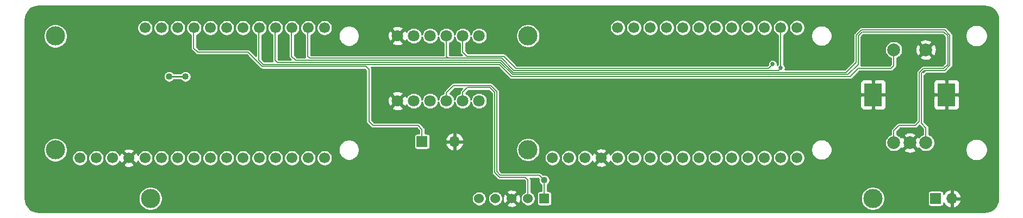
<source format=gtl>
G04 #@! TF.GenerationSoftware,KiCad,Pcbnew,(5.1.6-0-10_14)*
G04 #@! TF.CreationDate,2020-08-05T15:44:06-07:00*
G04 #@! TF.ProjectId,Clock_MiniM4_Pelican,436c6f63-6b5f-44d6-996e-694d345f5065,v02*
G04 #@! TF.SameCoordinates,Original*
G04 #@! TF.FileFunction,Copper,L1,Top*
G04 #@! TF.FilePolarity,Positive*
%FSLAX46Y46*%
G04 Gerber Fmt 4.6, Leading zero omitted, Abs format (unit mm)*
G04 Created by KiCad (PCBNEW (5.1.6-0-10_14)) date 2020-08-05 15:44:06*
%MOMM*%
%LPD*%
G01*
G04 APERTURE LIST*
G04 #@! TA.AperFunction,WasherPad*
%ADD10C,3.000000*%
G04 #@! TD*
G04 #@! TA.AperFunction,ComponentPad*
%ADD11R,1.524000X1.524000*%
G04 #@! TD*
G04 #@! TA.AperFunction,ComponentPad*
%ADD12C,1.524000*%
G04 #@! TD*
G04 #@! TA.AperFunction,ComponentPad*
%ADD13C,1.800000*%
G04 #@! TD*
G04 #@! TA.AperFunction,ComponentPad*
%ADD14C,1.700000*%
G04 #@! TD*
G04 #@! TA.AperFunction,ComponentPad*
%ADD15C,3.000000*%
G04 #@! TD*
G04 #@! TA.AperFunction,ComponentPad*
%ADD16O,1.700000X1.700000*%
G04 #@! TD*
G04 #@! TA.AperFunction,ComponentPad*
%ADD17R,1.700000X1.700000*%
G04 #@! TD*
G04 #@! TA.AperFunction,ComponentPad*
%ADD18C,2.000000*%
G04 #@! TD*
G04 #@! TA.AperFunction,ComponentPad*
%ADD19R,2.800000X3.600000*%
G04 #@! TD*
G04 #@! TA.AperFunction,ViaPad*
%ADD20C,0.685800*%
G04 #@! TD*
G04 #@! TA.AperFunction,ViaPad*
%ADD21C,1.016000*%
G04 #@! TD*
G04 #@! TA.AperFunction,Conductor*
%ADD22C,0.152400*%
G04 #@! TD*
G04 #@! TA.AperFunction,Conductor*
%ADD23C,0.254000*%
G04 #@! TD*
G04 APERTURE END LIST*
D10*
X96139000Y-68580000D03*
X208661000Y-68580000D03*
D11*
X157480000Y-68580000D03*
D12*
X154940000Y-68580000D03*
X149860000Y-68580000D03*
X147320000Y-68580000D03*
X152400000Y-68580000D03*
D13*
X147320000Y-43180000D03*
X144780000Y-43180000D03*
X142240000Y-43180000D03*
X139700000Y-43180000D03*
X137160000Y-43180000D03*
X134620000Y-43180000D03*
X134620000Y-53340000D03*
X137160000Y-53340000D03*
X139700000Y-53340000D03*
X142240000Y-53340000D03*
X144780000Y-53340000D03*
X147320000Y-53340000D03*
D14*
X158750000Y-62230000D03*
X161290000Y-62230000D03*
X163830000Y-62230000D03*
X166370000Y-62230000D03*
X168910000Y-62230000D03*
X171450000Y-62230000D03*
X173990000Y-62230000D03*
X176530000Y-62230000D03*
X179070000Y-62230000D03*
X181610000Y-62230000D03*
X184150000Y-62230000D03*
X186690000Y-62230000D03*
X189230000Y-62230000D03*
X191770000Y-62230000D03*
X194310000Y-62230000D03*
X196850000Y-62230000D03*
X168910000Y-41910000D03*
X171450000Y-41910000D03*
X173990000Y-41910000D03*
X176530000Y-41910000D03*
X179070000Y-41910000D03*
X181610000Y-41910000D03*
X184150000Y-41910000D03*
X186690000Y-41910000D03*
X189230000Y-41910000D03*
X191770000Y-41910000D03*
X194310000Y-41910000D03*
X196850000Y-41910000D03*
D15*
X154940000Y-60960000D03*
X154940000Y-43180000D03*
D16*
X143510000Y-59690000D03*
D17*
X138430000Y-59690000D03*
D16*
X220980000Y-68580000D03*
D17*
X218440000Y-68580000D03*
D18*
X216915000Y-59870000D03*
X214415000Y-59870000D03*
X211915000Y-59870000D03*
X216915000Y-45370000D03*
X211915000Y-45370000D03*
D19*
X220115000Y-52370000D03*
X208715000Y-52370000D03*
D14*
X85150000Y-62260000D03*
X87690000Y-62260000D03*
X90230000Y-62260000D03*
X92770000Y-62260000D03*
X95310000Y-62260000D03*
X97850000Y-62260000D03*
X100390000Y-62260000D03*
X102930000Y-62260000D03*
X105470000Y-62260000D03*
X108010000Y-62260000D03*
X110550000Y-62260000D03*
X113090000Y-62260000D03*
X115630000Y-62260000D03*
X118170000Y-62260000D03*
X120710000Y-62260000D03*
X123250000Y-62260000D03*
X95310000Y-41940000D03*
X97850000Y-41940000D03*
X100390000Y-41940000D03*
X102930000Y-41940000D03*
X105470000Y-41940000D03*
X108010000Y-41940000D03*
X110550000Y-41940000D03*
X113090000Y-41940000D03*
X115630000Y-41940000D03*
X118170000Y-41940000D03*
X120710000Y-41940000D03*
X123250000Y-41940000D03*
D15*
X81340000Y-60990000D03*
X81340000Y-43210000D03*
D20*
X162560000Y-43180000D03*
X92710000Y-54610000D03*
X168910000Y-57150000D03*
X88900000Y-43180000D03*
X205105000Y-40640000D03*
X143510000Y-45085000D03*
X143750000Y-51750000D03*
X194310000Y-48190000D03*
X193040000Y-47600000D03*
D21*
X99060000Y-49530000D03*
X101600000Y-49530000D03*
X157475000Y-65725000D03*
D22*
X120980191Y-46685191D02*
X120650000Y-46355000D01*
X120650000Y-46355000D02*
X120650000Y-41910000D01*
X152753388Y-48590190D02*
X150848389Y-46685191D01*
X193979810Y-48590190D02*
X152753388Y-48590190D01*
X194310000Y-48260000D02*
X193979810Y-48590190D01*
X194310000Y-41910000D02*
X194310000Y-48190000D01*
X142240000Y-46355000D02*
X142570191Y-46685191D01*
X142240000Y-43180000D02*
X142240000Y-46355000D01*
X142570191Y-46685191D02*
X120980191Y-46685191D01*
X150848389Y-46685191D02*
X142570191Y-46685191D01*
X194310000Y-48190000D02*
X194310000Y-48260000D01*
X123190000Y-41910000D02*
X123190000Y-41275000D01*
X144780000Y-45720000D02*
X144780000Y-43180000D01*
X150495000Y-46355000D02*
X145415000Y-46355000D01*
X145415000Y-46355000D02*
X144780000Y-45720000D01*
X150520381Y-46380381D02*
X150495000Y-46355000D01*
X151155381Y-46380381D02*
X150520381Y-46380381D01*
X153035000Y-48260000D02*
X151155381Y-46380381D01*
X192405000Y-48260000D02*
X153035000Y-48260000D01*
X193040000Y-47625000D02*
X192405000Y-48260000D01*
D23*
X99060000Y-49530000D02*
X101600000Y-49530000D01*
D22*
X137795000Y-57150000D02*
X138430000Y-57785000D01*
X130810000Y-57150000D02*
X137795000Y-57150000D01*
X130175000Y-48387000D02*
X130175000Y-56515000D01*
X129717810Y-47929810D02*
X130175000Y-48387000D01*
X138430000Y-57785000D02*
X138430000Y-59690000D01*
X102870000Y-45085000D02*
X103505000Y-45720000D01*
X113538744Y-47929810D02*
X129717810Y-47929810D01*
X111328934Y-45720000D02*
X113538744Y-47929810D01*
X103505000Y-45720000D02*
X111328934Y-45720000D01*
X130175000Y-56515000D02*
X130810000Y-57150000D01*
X102870000Y-41910000D02*
X102870000Y-45085000D01*
X211915000Y-47800000D02*
X211915000Y-45370000D01*
X206375000Y-48260000D02*
X211455000Y-48260000D01*
X152400000Y-49530000D02*
X205105000Y-49530000D01*
X211455000Y-48260000D02*
X211915000Y-47800000D01*
X113665000Y-47625000D02*
X150495000Y-47625000D01*
X150495000Y-47625000D02*
X152400000Y-49530000D01*
X205105000Y-49530000D02*
X206375000Y-48260000D01*
X113030000Y-46990000D02*
X113665000Y-47625000D01*
X113030000Y-41910000D02*
X113030000Y-46990000D01*
X115900190Y-47320190D02*
X115570000Y-46990000D01*
X150621256Y-47320190D02*
X115900190Y-47320190D01*
X206375000Y-47625000D02*
X204774810Y-49225190D01*
X206375000Y-43180000D02*
X206375000Y-47625000D01*
X207010000Y-42545000D02*
X206375000Y-43180000D01*
X152526256Y-49225190D02*
X150621256Y-47320190D01*
X220345000Y-47625000D02*
X220345000Y-43180000D01*
X216535000Y-48260000D02*
X219710000Y-48260000D01*
X219710000Y-42545000D02*
X207010000Y-42545000D01*
X220345000Y-43180000D02*
X219710000Y-42545000D01*
X215900000Y-48895000D02*
X216535000Y-48260000D01*
X204774810Y-49225190D02*
X152526256Y-49225190D01*
X211915000Y-57960000D02*
X212725000Y-57150000D01*
X215265000Y-57150000D02*
X215900000Y-56515000D01*
X115570000Y-46990000D02*
X115570000Y-41910000D01*
X212725000Y-57150000D02*
X215265000Y-57150000D01*
X219710000Y-48260000D02*
X220345000Y-47625000D01*
X215900000Y-56515000D02*
X215900000Y-48895000D01*
X211915000Y-59870000D02*
X211915000Y-57960000D01*
X118110000Y-41910000D02*
X118110000Y-45085000D01*
X216865190Y-48564810D02*
X216535000Y-48895000D01*
X216661256Y-48564810D02*
X216865190Y-48564810D01*
X216204810Y-49021256D02*
X216661256Y-48564810D01*
X216204810Y-56819810D02*
X216204810Y-49021256D01*
X216915000Y-57530000D02*
X216204810Y-56819810D01*
X216915000Y-59870000D02*
X216915000Y-57530000D01*
X118110000Y-46355000D02*
X118110000Y-43815000D01*
X118745000Y-46990000D02*
X118110000Y-46355000D01*
X152627132Y-48895000D02*
X150722132Y-46990000D01*
X216865190Y-48564810D02*
X219836256Y-48564810D01*
X206070191Y-47294809D02*
X204470000Y-48895000D01*
X206070191Y-43053743D02*
X206070191Y-47294809D01*
X118110000Y-43815000D02*
X118110000Y-41910000D01*
X150722132Y-46990000D02*
X118745000Y-46990000D01*
X219836257Y-42240191D02*
X206883744Y-42240190D01*
X220649809Y-47751257D02*
X220649810Y-43053744D01*
X204470000Y-48895000D02*
X152627132Y-48895000D01*
X220649810Y-43053744D02*
X219836257Y-42240191D01*
X206883744Y-42240190D02*
X206070191Y-43053743D01*
X219836256Y-48564810D02*
X220649809Y-47751257D01*
X156705095Y-64955095D02*
X157475000Y-65725000D01*
X157480000Y-68580000D02*
X157480000Y-65730000D01*
X150054810Y-64373744D02*
X150636161Y-64955095D01*
X150054810Y-51873744D02*
X150054810Y-64373744D01*
X150636161Y-64955095D02*
X151794905Y-64955095D01*
X149126256Y-50945190D02*
X150054810Y-51873744D01*
X142240000Y-52067208D02*
X143362018Y-50945190D01*
X143362018Y-50945190D02*
X149126256Y-50945190D01*
X142240000Y-53340000D02*
X142240000Y-52067208D01*
X151794905Y-64955095D02*
X156705095Y-64955095D01*
X151705095Y-64955095D02*
X151794905Y-64955095D01*
X157475000Y-65725000D02*
X157480000Y-65730000D01*
X145500000Y-51250000D02*
X149000000Y-51250000D01*
X149000000Y-51250000D02*
X149750000Y-52000000D01*
X144780000Y-51970000D02*
X145500000Y-51250000D01*
X144780000Y-53340000D02*
X144780000Y-51970000D01*
X149750000Y-61750000D02*
X149750000Y-62321446D01*
X149750000Y-52000000D02*
X149750000Y-61750000D01*
X149750000Y-62500000D02*
X149750000Y-61750000D01*
X150509905Y-65259905D02*
X149750000Y-64500000D01*
X154490095Y-65259905D02*
X150509905Y-65259905D01*
X154940000Y-65709810D02*
X154490095Y-65259905D01*
X149750000Y-64500000D02*
X149750000Y-62500000D01*
X154940000Y-68580000D02*
X154940000Y-65709810D01*
D23*
G36*
X226469238Y-38573193D02*
G01*
X226862893Y-38692044D01*
X227225957Y-38885089D01*
X227544615Y-39144979D01*
X227806728Y-39461820D01*
X228002303Y-39823528D01*
X228123899Y-40216343D01*
X228169001Y-40645456D01*
X228169000Y-68558921D01*
X228126807Y-68989237D01*
X228007957Y-69382889D01*
X227814911Y-69745957D01*
X227555018Y-70064617D01*
X227238183Y-70326726D01*
X226876472Y-70522303D01*
X226483658Y-70643899D01*
X226054554Y-70689000D01*
X78761079Y-70689000D01*
X78330763Y-70646807D01*
X77937111Y-70527957D01*
X77574043Y-70334911D01*
X77255383Y-70075018D01*
X76993274Y-69758183D01*
X76797697Y-69396472D01*
X76676101Y-69003658D01*
X76631000Y-68574554D01*
X76631000Y-68394738D01*
X94258000Y-68394738D01*
X94258000Y-68765262D01*
X94330286Y-69128667D01*
X94472080Y-69470987D01*
X94677932Y-69779067D01*
X94939933Y-70041068D01*
X95248013Y-70246920D01*
X95590333Y-70388714D01*
X95953738Y-70461000D01*
X96324262Y-70461000D01*
X96687667Y-70388714D01*
X97029987Y-70246920D01*
X97338067Y-70041068D01*
X97600068Y-69779067D01*
X97805920Y-69470987D01*
X97947714Y-69128667D01*
X98020000Y-68765262D01*
X98020000Y-68467424D01*
X146177000Y-68467424D01*
X146177000Y-68692576D01*
X146220925Y-68913401D01*
X146307087Y-69121413D01*
X146432174Y-69308620D01*
X146591380Y-69467826D01*
X146778587Y-69592913D01*
X146986599Y-69679075D01*
X147207424Y-69723000D01*
X147432576Y-69723000D01*
X147653401Y-69679075D01*
X147861413Y-69592913D01*
X148048620Y-69467826D01*
X148207826Y-69308620D01*
X148332913Y-69121413D01*
X148419075Y-68913401D01*
X148463000Y-68692576D01*
X148463000Y-68467424D01*
X148717000Y-68467424D01*
X148717000Y-68692576D01*
X148760925Y-68913401D01*
X148847087Y-69121413D01*
X148972174Y-69308620D01*
X149131380Y-69467826D01*
X149318587Y-69592913D01*
X149526599Y-69679075D01*
X149747424Y-69723000D01*
X149972576Y-69723000D01*
X150193401Y-69679075D01*
X150401413Y-69592913D01*
X150472274Y-69545565D01*
X151614040Y-69545565D01*
X151681020Y-69785656D01*
X151930048Y-69902756D01*
X152197135Y-69969023D01*
X152472017Y-69981910D01*
X152744133Y-69940922D01*
X153003023Y-69847636D01*
X153118980Y-69785656D01*
X153185960Y-69545565D01*
X152400000Y-68759605D01*
X151614040Y-69545565D01*
X150472274Y-69545565D01*
X150588620Y-69467826D01*
X150747826Y-69308620D01*
X150872913Y-69121413D01*
X150959075Y-68913401D01*
X151003000Y-68692576D01*
X151003000Y-68684614D01*
X151039078Y-68924133D01*
X151132364Y-69183023D01*
X151194344Y-69298980D01*
X151434435Y-69365960D01*
X152220395Y-68580000D01*
X151434435Y-67794040D01*
X151194344Y-67861020D01*
X151077244Y-68110048D01*
X151010977Y-68377135D01*
X151003000Y-68547286D01*
X151003000Y-68467424D01*
X150959075Y-68246599D01*
X150872913Y-68038587D01*
X150747826Y-67851380D01*
X150588620Y-67692174D01*
X150472275Y-67614435D01*
X151614040Y-67614435D01*
X152400000Y-68400395D01*
X153185960Y-67614435D01*
X153118980Y-67374344D01*
X152869952Y-67257244D01*
X152602865Y-67190977D01*
X152327983Y-67178090D01*
X152055867Y-67219078D01*
X151796977Y-67312364D01*
X151681020Y-67374344D01*
X151614040Y-67614435D01*
X150472275Y-67614435D01*
X150401413Y-67567087D01*
X150193401Y-67480925D01*
X149972576Y-67437000D01*
X149747424Y-67437000D01*
X149526599Y-67480925D01*
X149318587Y-67567087D01*
X149131380Y-67692174D01*
X148972174Y-67851380D01*
X148847087Y-68038587D01*
X148760925Y-68246599D01*
X148717000Y-68467424D01*
X148463000Y-68467424D01*
X148419075Y-68246599D01*
X148332913Y-68038587D01*
X148207826Y-67851380D01*
X148048620Y-67692174D01*
X147861413Y-67567087D01*
X147653401Y-67480925D01*
X147432576Y-67437000D01*
X147207424Y-67437000D01*
X146986599Y-67480925D01*
X146778587Y-67567087D01*
X146591380Y-67692174D01*
X146432174Y-67851380D01*
X146307087Y-68038587D01*
X146220925Y-68246599D01*
X146177000Y-68467424D01*
X98020000Y-68467424D01*
X98020000Y-68394738D01*
X97947714Y-68031333D01*
X97805920Y-67689013D01*
X97600068Y-67380933D01*
X97338067Y-67118932D01*
X97029987Y-66913080D01*
X96687667Y-66771286D01*
X96324262Y-66699000D01*
X95953738Y-66699000D01*
X95590333Y-66771286D01*
X95248013Y-66913080D01*
X94939933Y-67118932D01*
X94677932Y-67380933D01*
X94472080Y-67689013D01*
X94330286Y-68031333D01*
X94258000Y-68394738D01*
X76631000Y-68394738D01*
X76631000Y-60804738D01*
X79459000Y-60804738D01*
X79459000Y-61175262D01*
X79531286Y-61538667D01*
X79673080Y-61880987D01*
X79878932Y-62189067D01*
X80140933Y-62451068D01*
X80449013Y-62656920D01*
X80791333Y-62798714D01*
X81154738Y-62871000D01*
X81525262Y-62871000D01*
X81888667Y-62798714D01*
X82230987Y-62656920D01*
X82539067Y-62451068D01*
X82801068Y-62189067D01*
X82834683Y-62138757D01*
X83919000Y-62138757D01*
X83919000Y-62381243D01*
X83966307Y-62619069D01*
X84059102Y-62843097D01*
X84193820Y-63044717D01*
X84365283Y-63216180D01*
X84566903Y-63350898D01*
X84790931Y-63443693D01*
X85028757Y-63491000D01*
X85271243Y-63491000D01*
X85509069Y-63443693D01*
X85733097Y-63350898D01*
X85934717Y-63216180D01*
X86106180Y-63044717D01*
X86240898Y-62843097D01*
X86333693Y-62619069D01*
X86381000Y-62381243D01*
X86381000Y-62138757D01*
X86459000Y-62138757D01*
X86459000Y-62381243D01*
X86506307Y-62619069D01*
X86599102Y-62843097D01*
X86733820Y-63044717D01*
X86905283Y-63216180D01*
X87106903Y-63350898D01*
X87330931Y-63443693D01*
X87568757Y-63491000D01*
X87811243Y-63491000D01*
X88049069Y-63443693D01*
X88273097Y-63350898D01*
X88474717Y-63216180D01*
X88646180Y-63044717D01*
X88780898Y-62843097D01*
X88873693Y-62619069D01*
X88921000Y-62381243D01*
X88921000Y-62138757D01*
X88999000Y-62138757D01*
X88999000Y-62381243D01*
X89046307Y-62619069D01*
X89139102Y-62843097D01*
X89273820Y-63044717D01*
X89445283Y-63216180D01*
X89646903Y-63350898D01*
X89870931Y-63443693D01*
X90108757Y-63491000D01*
X90351243Y-63491000D01*
X90589069Y-63443693D01*
X90813097Y-63350898D01*
X90906636Y-63288397D01*
X91921208Y-63288397D01*
X91998843Y-63537472D01*
X92262883Y-63663371D01*
X92546411Y-63735339D01*
X92838531Y-63750611D01*
X93128019Y-63708599D01*
X93403747Y-63610919D01*
X93541157Y-63537472D01*
X93618792Y-63288397D01*
X92770000Y-62439605D01*
X91921208Y-63288397D01*
X90906636Y-63288397D01*
X91014717Y-63216180D01*
X91186180Y-63044717D01*
X91320898Y-62843097D01*
X91364148Y-62738683D01*
X91419081Y-62893747D01*
X91492528Y-63031157D01*
X91741603Y-63108792D01*
X92590395Y-62260000D01*
X92949605Y-62260000D01*
X93798397Y-63108792D01*
X94047472Y-63031157D01*
X94173371Y-62767117D01*
X94178789Y-62745772D01*
X94219102Y-62843097D01*
X94353820Y-63044717D01*
X94525283Y-63216180D01*
X94726903Y-63350898D01*
X94950931Y-63443693D01*
X95188757Y-63491000D01*
X95431243Y-63491000D01*
X95669069Y-63443693D01*
X95893097Y-63350898D01*
X96094717Y-63216180D01*
X96266180Y-63044717D01*
X96400898Y-62843097D01*
X96493693Y-62619069D01*
X96541000Y-62381243D01*
X96541000Y-62138757D01*
X96619000Y-62138757D01*
X96619000Y-62381243D01*
X96666307Y-62619069D01*
X96759102Y-62843097D01*
X96893820Y-63044717D01*
X97065283Y-63216180D01*
X97266903Y-63350898D01*
X97490931Y-63443693D01*
X97728757Y-63491000D01*
X97971243Y-63491000D01*
X98209069Y-63443693D01*
X98433097Y-63350898D01*
X98634717Y-63216180D01*
X98806180Y-63044717D01*
X98940898Y-62843097D01*
X99033693Y-62619069D01*
X99081000Y-62381243D01*
X99081000Y-62138757D01*
X99159000Y-62138757D01*
X99159000Y-62381243D01*
X99206307Y-62619069D01*
X99299102Y-62843097D01*
X99433820Y-63044717D01*
X99605283Y-63216180D01*
X99806903Y-63350898D01*
X100030931Y-63443693D01*
X100268757Y-63491000D01*
X100511243Y-63491000D01*
X100749069Y-63443693D01*
X100973097Y-63350898D01*
X101174717Y-63216180D01*
X101346180Y-63044717D01*
X101480898Y-62843097D01*
X101573693Y-62619069D01*
X101621000Y-62381243D01*
X101621000Y-62138757D01*
X101699000Y-62138757D01*
X101699000Y-62381243D01*
X101746307Y-62619069D01*
X101839102Y-62843097D01*
X101973820Y-63044717D01*
X102145283Y-63216180D01*
X102346903Y-63350898D01*
X102570931Y-63443693D01*
X102808757Y-63491000D01*
X103051243Y-63491000D01*
X103289069Y-63443693D01*
X103513097Y-63350898D01*
X103714717Y-63216180D01*
X103886180Y-63044717D01*
X104020898Y-62843097D01*
X104113693Y-62619069D01*
X104161000Y-62381243D01*
X104161000Y-62138757D01*
X104239000Y-62138757D01*
X104239000Y-62381243D01*
X104286307Y-62619069D01*
X104379102Y-62843097D01*
X104513820Y-63044717D01*
X104685283Y-63216180D01*
X104886903Y-63350898D01*
X105110931Y-63443693D01*
X105348757Y-63491000D01*
X105591243Y-63491000D01*
X105829069Y-63443693D01*
X106053097Y-63350898D01*
X106254717Y-63216180D01*
X106426180Y-63044717D01*
X106560898Y-62843097D01*
X106653693Y-62619069D01*
X106701000Y-62381243D01*
X106701000Y-62138757D01*
X106779000Y-62138757D01*
X106779000Y-62381243D01*
X106826307Y-62619069D01*
X106919102Y-62843097D01*
X107053820Y-63044717D01*
X107225283Y-63216180D01*
X107426903Y-63350898D01*
X107650931Y-63443693D01*
X107888757Y-63491000D01*
X108131243Y-63491000D01*
X108369069Y-63443693D01*
X108593097Y-63350898D01*
X108794717Y-63216180D01*
X108966180Y-63044717D01*
X109100898Y-62843097D01*
X109193693Y-62619069D01*
X109241000Y-62381243D01*
X109241000Y-62138757D01*
X109319000Y-62138757D01*
X109319000Y-62381243D01*
X109366307Y-62619069D01*
X109459102Y-62843097D01*
X109593820Y-63044717D01*
X109765283Y-63216180D01*
X109966903Y-63350898D01*
X110190931Y-63443693D01*
X110428757Y-63491000D01*
X110671243Y-63491000D01*
X110909069Y-63443693D01*
X111133097Y-63350898D01*
X111334717Y-63216180D01*
X111506180Y-63044717D01*
X111640898Y-62843097D01*
X111733693Y-62619069D01*
X111781000Y-62381243D01*
X111781000Y-62138757D01*
X111859000Y-62138757D01*
X111859000Y-62381243D01*
X111906307Y-62619069D01*
X111999102Y-62843097D01*
X112133820Y-63044717D01*
X112305283Y-63216180D01*
X112506903Y-63350898D01*
X112730931Y-63443693D01*
X112968757Y-63491000D01*
X113211243Y-63491000D01*
X113449069Y-63443693D01*
X113673097Y-63350898D01*
X113874717Y-63216180D01*
X114046180Y-63044717D01*
X114180898Y-62843097D01*
X114273693Y-62619069D01*
X114321000Y-62381243D01*
X114321000Y-62138757D01*
X114399000Y-62138757D01*
X114399000Y-62381243D01*
X114446307Y-62619069D01*
X114539102Y-62843097D01*
X114673820Y-63044717D01*
X114845283Y-63216180D01*
X115046903Y-63350898D01*
X115270931Y-63443693D01*
X115508757Y-63491000D01*
X115751243Y-63491000D01*
X115989069Y-63443693D01*
X116213097Y-63350898D01*
X116414717Y-63216180D01*
X116586180Y-63044717D01*
X116720898Y-62843097D01*
X116813693Y-62619069D01*
X116861000Y-62381243D01*
X116861000Y-62138757D01*
X116939000Y-62138757D01*
X116939000Y-62381243D01*
X116986307Y-62619069D01*
X117079102Y-62843097D01*
X117213820Y-63044717D01*
X117385283Y-63216180D01*
X117586903Y-63350898D01*
X117810931Y-63443693D01*
X118048757Y-63491000D01*
X118291243Y-63491000D01*
X118529069Y-63443693D01*
X118753097Y-63350898D01*
X118954717Y-63216180D01*
X119126180Y-63044717D01*
X119260898Y-62843097D01*
X119353693Y-62619069D01*
X119401000Y-62381243D01*
X119401000Y-62138757D01*
X119479000Y-62138757D01*
X119479000Y-62381243D01*
X119526307Y-62619069D01*
X119619102Y-62843097D01*
X119753820Y-63044717D01*
X119925283Y-63216180D01*
X120126903Y-63350898D01*
X120350931Y-63443693D01*
X120588757Y-63491000D01*
X120831243Y-63491000D01*
X121069069Y-63443693D01*
X121293097Y-63350898D01*
X121494717Y-63216180D01*
X121666180Y-63044717D01*
X121800898Y-62843097D01*
X121893693Y-62619069D01*
X121941000Y-62381243D01*
X121941000Y-62138757D01*
X122019000Y-62138757D01*
X122019000Y-62381243D01*
X122066307Y-62619069D01*
X122159102Y-62843097D01*
X122293820Y-63044717D01*
X122465283Y-63216180D01*
X122666903Y-63350898D01*
X122890931Y-63443693D01*
X123128757Y-63491000D01*
X123371243Y-63491000D01*
X123609069Y-63443693D01*
X123833097Y-63350898D01*
X124034717Y-63216180D01*
X124206180Y-63044717D01*
X124340898Y-62843097D01*
X124433693Y-62619069D01*
X124481000Y-62381243D01*
X124481000Y-62138757D01*
X124433693Y-61900931D01*
X124340898Y-61676903D01*
X124206180Y-61475283D01*
X124034717Y-61303820D01*
X123833097Y-61169102D01*
X123609069Y-61076307D01*
X123371243Y-61029000D01*
X123128757Y-61029000D01*
X122890931Y-61076307D01*
X122666903Y-61169102D01*
X122465283Y-61303820D01*
X122293820Y-61475283D01*
X122159102Y-61676903D01*
X122066307Y-61900931D01*
X122019000Y-62138757D01*
X121941000Y-62138757D01*
X121893693Y-61900931D01*
X121800898Y-61676903D01*
X121666180Y-61475283D01*
X121494717Y-61303820D01*
X121293097Y-61169102D01*
X121069069Y-61076307D01*
X120831243Y-61029000D01*
X120588757Y-61029000D01*
X120350931Y-61076307D01*
X120126903Y-61169102D01*
X119925283Y-61303820D01*
X119753820Y-61475283D01*
X119619102Y-61676903D01*
X119526307Y-61900931D01*
X119479000Y-62138757D01*
X119401000Y-62138757D01*
X119353693Y-61900931D01*
X119260898Y-61676903D01*
X119126180Y-61475283D01*
X118954717Y-61303820D01*
X118753097Y-61169102D01*
X118529069Y-61076307D01*
X118291243Y-61029000D01*
X118048757Y-61029000D01*
X117810931Y-61076307D01*
X117586903Y-61169102D01*
X117385283Y-61303820D01*
X117213820Y-61475283D01*
X117079102Y-61676903D01*
X116986307Y-61900931D01*
X116939000Y-62138757D01*
X116861000Y-62138757D01*
X116813693Y-61900931D01*
X116720898Y-61676903D01*
X116586180Y-61475283D01*
X116414717Y-61303820D01*
X116213097Y-61169102D01*
X115989069Y-61076307D01*
X115751243Y-61029000D01*
X115508757Y-61029000D01*
X115270931Y-61076307D01*
X115046903Y-61169102D01*
X114845283Y-61303820D01*
X114673820Y-61475283D01*
X114539102Y-61676903D01*
X114446307Y-61900931D01*
X114399000Y-62138757D01*
X114321000Y-62138757D01*
X114273693Y-61900931D01*
X114180898Y-61676903D01*
X114046180Y-61475283D01*
X113874717Y-61303820D01*
X113673097Y-61169102D01*
X113449069Y-61076307D01*
X113211243Y-61029000D01*
X112968757Y-61029000D01*
X112730931Y-61076307D01*
X112506903Y-61169102D01*
X112305283Y-61303820D01*
X112133820Y-61475283D01*
X111999102Y-61676903D01*
X111906307Y-61900931D01*
X111859000Y-62138757D01*
X111781000Y-62138757D01*
X111733693Y-61900931D01*
X111640898Y-61676903D01*
X111506180Y-61475283D01*
X111334717Y-61303820D01*
X111133097Y-61169102D01*
X110909069Y-61076307D01*
X110671243Y-61029000D01*
X110428757Y-61029000D01*
X110190931Y-61076307D01*
X109966903Y-61169102D01*
X109765283Y-61303820D01*
X109593820Y-61475283D01*
X109459102Y-61676903D01*
X109366307Y-61900931D01*
X109319000Y-62138757D01*
X109241000Y-62138757D01*
X109193693Y-61900931D01*
X109100898Y-61676903D01*
X108966180Y-61475283D01*
X108794717Y-61303820D01*
X108593097Y-61169102D01*
X108369069Y-61076307D01*
X108131243Y-61029000D01*
X107888757Y-61029000D01*
X107650931Y-61076307D01*
X107426903Y-61169102D01*
X107225283Y-61303820D01*
X107053820Y-61475283D01*
X106919102Y-61676903D01*
X106826307Y-61900931D01*
X106779000Y-62138757D01*
X106701000Y-62138757D01*
X106653693Y-61900931D01*
X106560898Y-61676903D01*
X106426180Y-61475283D01*
X106254717Y-61303820D01*
X106053097Y-61169102D01*
X105829069Y-61076307D01*
X105591243Y-61029000D01*
X105348757Y-61029000D01*
X105110931Y-61076307D01*
X104886903Y-61169102D01*
X104685283Y-61303820D01*
X104513820Y-61475283D01*
X104379102Y-61676903D01*
X104286307Y-61900931D01*
X104239000Y-62138757D01*
X104161000Y-62138757D01*
X104113693Y-61900931D01*
X104020898Y-61676903D01*
X103886180Y-61475283D01*
X103714717Y-61303820D01*
X103513097Y-61169102D01*
X103289069Y-61076307D01*
X103051243Y-61029000D01*
X102808757Y-61029000D01*
X102570931Y-61076307D01*
X102346903Y-61169102D01*
X102145283Y-61303820D01*
X101973820Y-61475283D01*
X101839102Y-61676903D01*
X101746307Y-61900931D01*
X101699000Y-62138757D01*
X101621000Y-62138757D01*
X101573693Y-61900931D01*
X101480898Y-61676903D01*
X101346180Y-61475283D01*
X101174717Y-61303820D01*
X100973097Y-61169102D01*
X100749069Y-61076307D01*
X100511243Y-61029000D01*
X100268757Y-61029000D01*
X100030931Y-61076307D01*
X99806903Y-61169102D01*
X99605283Y-61303820D01*
X99433820Y-61475283D01*
X99299102Y-61676903D01*
X99206307Y-61900931D01*
X99159000Y-62138757D01*
X99081000Y-62138757D01*
X99033693Y-61900931D01*
X98940898Y-61676903D01*
X98806180Y-61475283D01*
X98634717Y-61303820D01*
X98433097Y-61169102D01*
X98209069Y-61076307D01*
X97971243Y-61029000D01*
X97728757Y-61029000D01*
X97490931Y-61076307D01*
X97266903Y-61169102D01*
X97065283Y-61303820D01*
X96893820Y-61475283D01*
X96759102Y-61676903D01*
X96666307Y-61900931D01*
X96619000Y-62138757D01*
X96541000Y-62138757D01*
X96493693Y-61900931D01*
X96400898Y-61676903D01*
X96266180Y-61475283D01*
X96094717Y-61303820D01*
X95893097Y-61169102D01*
X95669069Y-61076307D01*
X95431243Y-61029000D01*
X95188757Y-61029000D01*
X94950931Y-61076307D01*
X94726903Y-61169102D01*
X94525283Y-61303820D01*
X94353820Y-61475283D01*
X94219102Y-61676903D01*
X94175852Y-61781317D01*
X94120919Y-61626253D01*
X94047472Y-61488843D01*
X93798397Y-61411208D01*
X92949605Y-62260000D01*
X92590395Y-62260000D01*
X91741603Y-61411208D01*
X91492528Y-61488843D01*
X91366629Y-61752883D01*
X91361211Y-61774228D01*
X91320898Y-61676903D01*
X91186180Y-61475283D01*
X91014717Y-61303820D01*
X90906637Y-61231603D01*
X91921208Y-61231603D01*
X92770000Y-62080395D01*
X93618792Y-61231603D01*
X93541157Y-60982528D01*
X93277117Y-60856629D01*
X93169687Y-60829360D01*
X125429000Y-60829360D01*
X125429000Y-61150640D01*
X125491678Y-61465745D01*
X125614626Y-61762568D01*
X125793119Y-62029702D01*
X126020298Y-62256881D01*
X126287432Y-62435374D01*
X126584255Y-62558322D01*
X126899360Y-62621000D01*
X127220640Y-62621000D01*
X127535745Y-62558322D01*
X127832568Y-62435374D01*
X128099702Y-62256881D01*
X128326881Y-62029702D01*
X128505374Y-61762568D01*
X128628322Y-61465745D01*
X128691000Y-61150640D01*
X128691000Y-60829360D01*
X128628322Y-60514255D01*
X128505374Y-60217432D01*
X128326881Y-59950298D01*
X128099702Y-59723119D01*
X127832568Y-59544626D01*
X127535745Y-59421678D01*
X127220640Y-59359000D01*
X126899360Y-59359000D01*
X126584255Y-59421678D01*
X126287432Y-59544626D01*
X126020298Y-59723119D01*
X125793119Y-59950298D01*
X125614626Y-60217432D01*
X125491678Y-60514255D01*
X125429000Y-60829360D01*
X93169687Y-60829360D01*
X92993589Y-60784661D01*
X92701469Y-60769389D01*
X92411981Y-60811401D01*
X92136253Y-60909081D01*
X91998843Y-60982528D01*
X91921208Y-61231603D01*
X90906637Y-61231603D01*
X90813097Y-61169102D01*
X90589069Y-61076307D01*
X90351243Y-61029000D01*
X90108757Y-61029000D01*
X89870931Y-61076307D01*
X89646903Y-61169102D01*
X89445283Y-61303820D01*
X89273820Y-61475283D01*
X89139102Y-61676903D01*
X89046307Y-61900931D01*
X88999000Y-62138757D01*
X88921000Y-62138757D01*
X88873693Y-61900931D01*
X88780898Y-61676903D01*
X88646180Y-61475283D01*
X88474717Y-61303820D01*
X88273097Y-61169102D01*
X88049069Y-61076307D01*
X87811243Y-61029000D01*
X87568757Y-61029000D01*
X87330931Y-61076307D01*
X87106903Y-61169102D01*
X86905283Y-61303820D01*
X86733820Y-61475283D01*
X86599102Y-61676903D01*
X86506307Y-61900931D01*
X86459000Y-62138757D01*
X86381000Y-62138757D01*
X86333693Y-61900931D01*
X86240898Y-61676903D01*
X86106180Y-61475283D01*
X85934717Y-61303820D01*
X85733097Y-61169102D01*
X85509069Y-61076307D01*
X85271243Y-61029000D01*
X85028757Y-61029000D01*
X84790931Y-61076307D01*
X84566903Y-61169102D01*
X84365283Y-61303820D01*
X84193820Y-61475283D01*
X84059102Y-61676903D01*
X83966307Y-61900931D01*
X83919000Y-62138757D01*
X82834683Y-62138757D01*
X83006920Y-61880987D01*
X83148714Y-61538667D01*
X83221000Y-61175262D01*
X83221000Y-60804738D01*
X83148714Y-60441333D01*
X83006920Y-60099013D01*
X82801068Y-59790933D01*
X82539067Y-59528932D01*
X82230987Y-59323080D01*
X81888667Y-59181286D01*
X81525262Y-59109000D01*
X81154738Y-59109000D01*
X80791333Y-59181286D01*
X80449013Y-59323080D01*
X80140933Y-59528932D01*
X79878932Y-59790933D01*
X79673080Y-60099013D01*
X79531286Y-60441333D01*
X79459000Y-60804738D01*
X76631000Y-60804738D01*
X76631000Y-49442441D01*
X98171000Y-49442441D01*
X98171000Y-49617559D01*
X98205164Y-49789312D01*
X98272179Y-49951099D01*
X98369469Y-50096704D01*
X98493296Y-50220531D01*
X98638901Y-50317821D01*
X98800688Y-50384836D01*
X98972441Y-50419000D01*
X99147559Y-50419000D01*
X99319312Y-50384836D01*
X99481099Y-50317821D01*
X99626704Y-50220531D01*
X99750531Y-50096704D01*
X99789756Y-50038000D01*
X100870244Y-50038000D01*
X100909469Y-50096704D01*
X101033296Y-50220531D01*
X101178901Y-50317821D01*
X101340688Y-50384836D01*
X101512441Y-50419000D01*
X101687559Y-50419000D01*
X101859312Y-50384836D01*
X102021099Y-50317821D01*
X102166704Y-50220531D01*
X102290531Y-50096704D01*
X102387821Y-49951099D01*
X102454836Y-49789312D01*
X102489000Y-49617559D01*
X102489000Y-49442441D01*
X102454836Y-49270688D01*
X102387821Y-49108901D01*
X102290531Y-48963296D01*
X102166704Y-48839469D01*
X102021099Y-48742179D01*
X101859312Y-48675164D01*
X101687559Y-48641000D01*
X101512441Y-48641000D01*
X101340688Y-48675164D01*
X101178901Y-48742179D01*
X101033296Y-48839469D01*
X100909469Y-48963296D01*
X100870244Y-49022000D01*
X99789756Y-49022000D01*
X99750531Y-48963296D01*
X99626704Y-48839469D01*
X99481099Y-48742179D01*
X99319312Y-48675164D01*
X99147559Y-48641000D01*
X98972441Y-48641000D01*
X98800688Y-48675164D01*
X98638901Y-48742179D01*
X98493296Y-48839469D01*
X98369469Y-48963296D01*
X98272179Y-49108901D01*
X98205164Y-49270688D01*
X98171000Y-49442441D01*
X76631000Y-49442441D01*
X76631000Y-43024738D01*
X79459000Y-43024738D01*
X79459000Y-43395262D01*
X79531286Y-43758667D01*
X79673080Y-44100987D01*
X79878932Y-44409067D01*
X80140933Y-44671068D01*
X80449013Y-44876920D01*
X80791333Y-45018714D01*
X81154738Y-45091000D01*
X81525262Y-45091000D01*
X81888667Y-45018714D01*
X82230987Y-44876920D01*
X82539067Y-44671068D01*
X82801068Y-44409067D01*
X83006920Y-44100987D01*
X83148714Y-43758667D01*
X83221000Y-43395262D01*
X83221000Y-43024738D01*
X83148714Y-42661333D01*
X83006920Y-42319013D01*
X82801068Y-42010933D01*
X82608892Y-41818757D01*
X94079000Y-41818757D01*
X94079000Y-42061243D01*
X94126307Y-42299069D01*
X94219102Y-42523097D01*
X94353820Y-42724717D01*
X94525283Y-42896180D01*
X94726903Y-43030898D01*
X94950931Y-43123693D01*
X95188757Y-43171000D01*
X95431243Y-43171000D01*
X95669069Y-43123693D01*
X95893097Y-43030898D01*
X96094717Y-42896180D01*
X96266180Y-42724717D01*
X96400898Y-42523097D01*
X96493693Y-42299069D01*
X96541000Y-42061243D01*
X96541000Y-41818757D01*
X96619000Y-41818757D01*
X96619000Y-42061243D01*
X96666307Y-42299069D01*
X96759102Y-42523097D01*
X96893820Y-42724717D01*
X97065283Y-42896180D01*
X97266903Y-43030898D01*
X97490931Y-43123693D01*
X97728757Y-43171000D01*
X97971243Y-43171000D01*
X98209069Y-43123693D01*
X98433097Y-43030898D01*
X98634717Y-42896180D01*
X98806180Y-42724717D01*
X98940898Y-42523097D01*
X99033693Y-42299069D01*
X99081000Y-42061243D01*
X99081000Y-41818757D01*
X99159000Y-41818757D01*
X99159000Y-42061243D01*
X99206307Y-42299069D01*
X99299102Y-42523097D01*
X99433820Y-42724717D01*
X99605283Y-42896180D01*
X99806903Y-43030898D01*
X100030931Y-43123693D01*
X100268757Y-43171000D01*
X100511243Y-43171000D01*
X100749069Y-43123693D01*
X100973097Y-43030898D01*
X101174717Y-42896180D01*
X101346180Y-42724717D01*
X101480898Y-42523097D01*
X101573693Y-42299069D01*
X101621000Y-42061243D01*
X101621000Y-41818757D01*
X101699000Y-41818757D01*
X101699000Y-42061243D01*
X101746307Y-42299069D01*
X101839102Y-42523097D01*
X101973820Y-42724717D01*
X102145283Y-42896180D01*
X102346903Y-43030898D01*
X102412800Y-43058193D01*
X102412801Y-45062540D01*
X102410589Y-45085000D01*
X102412801Y-45107460D01*
X102419416Y-45174627D01*
X102425351Y-45194191D01*
X102445560Y-45260809D01*
X102486826Y-45338013D01*
X102488014Y-45340236D01*
X102545148Y-45409853D01*
X102562592Y-45424169D01*
X103165834Y-46027413D01*
X103180147Y-46044853D01*
X103197586Y-46059165D01*
X103197592Y-46059171D01*
X103249764Y-46101987D01*
X103329190Y-46144441D01*
X103349249Y-46150526D01*
X103415373Y-46170585D01*
X103482540Y-46177200D01*
X103482550Y-46177200D01*
X103505000Y-46179411D01*
X103527450Y-46177200D01*
X111139557Y-46177200D01*
X113199573Y-48237217D01*
X113213891Y-48254663D01*
X113231336Y-48268980D01*
X113283507Y-48311797D01*
X113306151Y-48323900D01*
X113362935Y-48354251D01*
X113449117Y-48380395D01*
X113516284Y-48387010D01*
X113516293Y-48387010D01*
X113538743Y-48389221D01*
X113561193Y-48387010D01*
X129528433Y-48387010D01*
X129717800Y-48576378D01*
X129717801Y-56492540D01*
X129715589Y-56515000D01*
X129717801Y-56537459D01*
X129717801Y-56537460D01*
X129724416Y-56604627D01*
X129750493Y-56690589D01*
X129750560Y-56690809D01*
X129791826Y-56768013D01*
X129793014Y-56770236D01*
X129850148Y-56839853D01*
X129867592Y-56854169D01*
X130470834Y-57457413D01*
X130485147Y-57474853D01*
X130502586Y-57489165D01*
X130502592Y-57489171D01*
X130554764Y-57531987D01*
X130634190Y-57574441D01*
X130654249Y-57580526D01*
X130720373Y-57600585D01*
X130787540Y-57607200D01*
X130787550Y-57607200D01*
X130810000Y-57609411D01*
X130832450Y-57607200D01*
X137605623Y-57607200D01*
X137972800Y-57974379D01*
X137972800Y-58457157D01*
X137580000Y-58457157D01*
X137505311Y-58464513D01*
X137433492Y-58486299D01*
X137367304Y-58521678D01*
X137309289Y-58569289D01*
X137261678Y-58627304D01*
X137226299Y-58693492D01*
X137204513Y-58765311D01*
X137197157Y-58840000D01*
X137197157Y-60540000D01*
X137204513Y-60614689D01*
X137226299Y-60686508D01*
X137261678Y-60752696D01*
X137309289Y-60810711D01*
X137367304Y-60858322D01*
X137433492Y-60893701D01*
X137505311Y-60915487D01*
X137580000Y-60922843D01*
X139280000Y-60922843D01*
X139354689Y-60915487D01*
X139426508Y-60893701D01*
X139492696Y-60858322D01*
X139550711Y-60810711D01*
X139598322Y-60752696D01*
X139633701Y-60686508D01*
X139655487Y-60614689D01*
X139662843Y-60540000D01*
X139662843Y-60046891D01*
X142068519Y-60046891D01*
X142165843Y-60321252D01*
X142314822Y-60571355D01*
X142509731Y-60787588D01*
X142743080Y-60961641D01*
X143005901Y-61086825D01*
X143153110Y-61131476D01*
X143383000Y-61010155D01*
X143383000Y-59817000D01*
X143637000Y-59817000D01*
X143637000Y-61010155D01*
X143866890Y-61131476D01*
X144014099Y-61086825D01*
X144276920Y-60961641D01*
X144510269Y-60787588D01*
X144705178Y-60571355D01*
X144854157Y-60321252D01*
X144951481Y-60046891D01*
X144830814Y-59817000D01*
X143637000Y-59817000D01*
X143383000Y-59817000D01*
X142189186Y-59817000D01*
X142068519Y-60046891D01*
X139662843Y-60046891D01*
X139662843Y-59333109D01*
X142068519Y-59333109D01*
X142189186Y-59563000D01*
X143383000Y-59563000D01*
X143383000Y-58369845D01*
X143637000Y-58369845D01*
X143637000Y-59563000D01*
X144830814Y-59563000D01*
X144951481Y-59333109D01*
X144854157Y-59058748D01*
X144705178Y-58808645D01*
X144510269Y-58592412D01*
X144276920Y-58418359D01*
X144014099Y-58293175D01*
X143866890Y-58248524D01*
X143637000Y-58369845D01*
X143383000Y-58369845D01*
X143153110Y-58248524D01*
X143005901Y-58293175D01*
X142743080Y-58418359D01*
X142509731Y-58592412D01*
X142314822Y-58808645D01*
X142165843Y-59058748D01*
X142068519Y-59333109D01*
X139662843Y-59333109D01*
X139662843Y-58840000D01*
X139655487Y-58765311D01*
X139633701Y-58693492D01*
X139598322Y-58627304D01*
X139550711Y-58569289D01*
X139492696Y-58521678D01*
X139426508Y-58486299D01*
X139354689Y-58464513D01*
X139280000Y-58457157D01*
X138887200Y-58457157D01*
X138887200Y-57807450D01*
X138889411Y-57785000D01*
X138887200Y-57762550D01*
X138887200Y-57762540D01*
X138880585Y-57695373D01*
X138854508Y-57609411D01*
X138854441Y-57609190D01*
X138811987Y-57529764D01*
X138769171Y-57477592D01*
X138769165Y-57477586D01*
X138754853Y-57460147D01*
X138737415Y-57445836D01*
X138134174Y-56842597D01*
X138119853Y-56825147D01*
X138050236Y-56768013D01*
X137970809Y-56725559D01*
X137884627Y-56699415D01*
X137817460Y-56692800D01*
X137817450Y-56692800D01*
X137795000Y-56690589D01*
X137772550Y-56692800D01*
X130999379Y-56692800D01*
X130632200Y-56325623D01*
X130632200Y-54404080D01*
X133735525Y-54404080D01*
X133819208Y-54658261D01*
X134091775Y-54789158D01*
X134384642Y-54864365D01*
X134686553Y-54880991D01*
X134985907Y-54838397D01*
X135271199Y-54738222D01*
X135420792Y-54658261D01*
X135504475Y-54404080D01*
X134620000Y-53519605D01*
X133735525Y-54404080D01*
X130632200Y-54404080D01*
X130632200Y-53406553D01*
X133079009Y-53406553D01*
X133121603Y-53705907D01*
X133221778Y-53991199D01*
X133301739Y-54140792D01*
X133555920Y-54224475D01*
X134440395Y-53340000D01*
X134799605Y-53340000D01*
X135684080Y-54224475D01*
X135938261Y-54140792D01*
X136028656Y-53952562D01*
X136164982Y-54156590D01*
X136343410Y-54335018D01*
X136553219Y-54475207D01*
X136786346Y-54571772D01*
X137033833Y-54621000D01*
X137286167Y-54621000D01*
X137533654Y-54571772D01*
X137766781Y-54475207D01*
X137976590Y-54335018D01*
X138155018Y-54156590D01*
X138295207Y-53946781D01*
X138391772Y-53713654D01*
X138430000Y-53521468D01*
X138468228Y-53713654D01*
X138564793Y-53946781D01*
X138704982Y-54156590D01*
X138883410Y-54335018D01*
X139093219Y-54475207D01*
X139326346Y-54571772D01*
X139573833Y-54621000D01*
X139826167Y-54621000D01*
X140073654Y-54571772D01*
X140306781Y-54475207D01*
X140516590Y-54335018D01*
X140695018Y-54156590D01*
X140835207Y-53946781D01*
X140931772Y-53713654D01*
X140970000Y-53521468D01*
X141008228Y-53713654D01*
X141104793Y-53946781D01*
X141244982Y-54156590D01*
X141423410Y-54335018D01*
X141633219Y-54475207D01*
X141866346Y-54571772D01*
X142113833Y-54621000D01*
X142366167Y-54621000D01*
X142613654Y-54571772D01*
X142846781Y-54475207D01*
X143056590Y-54335018D01*
X143235018Y-54156590D01*
X143375207Y-53946781D01*
X143471772Y-53713654D01*
X143510000Y-53521468D01*
X143548228Y-53713654D01*
X143644793Y-53946781D01*
X143784982Y-54156590D01*
X143963410Y-54335018D01*
X144173219Y-54475207D01*
X144406346Y-54571772D01*
X144653833Y-54621000D01*
X144906167Y-54621000D01*
X145153654Y-54571772D01*
X145386781Y-54475207D01*
X145596590Y-54335018D01*
X145775018Y-54156590D01*
X145915207Y-53946781D01*
X146011772Y-53713654D01*
X146050000Y-53521468D01*
X146088228Y-53713654D01*
X146184793Y-53946781D01*
X146324982Y-54156590D01*
X146503410Y-54335018D01*
X146713219Y-54475207D01*
X146946346Y-54571772D01*
X147193833Y-54621000D01*
X147446167Y-54621000D01*
X147693654Y-54571772D01*
X147926781Y-54475207D01*
X148136590Y-54335018D01*
X148315018Y-54156590D01*
X148455207Y-53946781D01*
X148551772Y-53713654D01*
X148601000Y-53466167D01*
X148601000Y-53213833D01*
X148551772Y-52966346D01*
X148455207Y-52733219D01*
X148315018Y-52523410D01*
X148136590Y-52344982D01*
X147926781Y-52204793D01*
X147693654Y-52108228D01*
X147446167Y-52059000D01*
X147193833Y-52059000D01*
X146946346Y-52108228D01*
X146713219Y-52204793D01*
X146503410Y-52344982D01*
X146324982Y-52523410D01*
X146184793Y-52733219D01*
X146088228Y-52966346D01*
X146050000Y-53158532D01*
X146011772Y-52966346D01*
X145915207Y-52733219D01*
X145775018Y-52523410D01*
X145596590Y-52344982D01*
X145386781Y-52204793D01*
X145248898Y-52147680D01*
X145689379Y-51707200D01*
X148810623Y-51707200D01*
X149292800Y-52189378D01*
X149292801Y-61727531D01*
X149292800Y-61727541D01*
X149292801Y-62036411D01*
X149292800Y-62522459D01*
X149292801Y-62522469D01*
X149292800Y-64477550D01*
X149290589Y-64500000D01*
X149292800Y-64522450D01*
X149292800Y-64522459D01*
X149299415Y-64589626D01*
X149325559Y-64675808D01*
X149368013Y-64755235D01*
X149425147Y-64824853D01*
X149442597Y-64839174D01*
X150170734Y-65567312D01*
X150185052Y-65584758D01*
X150254669Y-65641892D01*
X150334096Y-65684346D01*
X150420278Y-65710490D01*
X150487445Y-65717105D01*
X150487455Y-65717105D01*
X150509905Y-65719316D01*
X150532355Y-65717105D01*
X154300717Y-65717105D01*
X154482801Y-65899189D01*
X154482800Y-67532204D01*
X154398587Y-67567087D01*
X154211380Y-67692174D01*
X154052174Y-67851380D01*
X153927087Y-68038587D01*
X153840925Y-68246599D01*
X153797000Y-68467424D01*
X153797000Y-68475386D01*
X153760922Y-68235867D01*
X153667636Y-67976977D01*
X153605656Y-67861020D01*
X153365565Y-67794040D01*
X152579605Y-68580000D01*
X153365565Y-69365960D01*
X153605656Y-69298980D01*
X153722756Y-69049952D01*
X153789023Y-68782865D01*
X153797000Y-68612714D01*
X153797000Y-68692576D01*
X153840925Y-68913401D01*
X153927087Y-69121413D01*
X154052174Y-69308620D01*
X154211380Y-69467826D01*
X154398587Y-69592913D01*
X154606599Y-69679075D01*
X154827424Y-69723000D01*
X155052576Y-69723000D01*
X155273401Y-69679075D01*
X155481413Y-69592913D01*
X155668620Y-69467826D01*
X155827826Y-69308620D01*
X155952913Y-69121413D01*
X156039075Y-68913401D01*
X156083000Y-68692576D01*
X156083000Y-68467424D01*
X156039075Y-68246599D01*
X155952913Y-68038587D01*
X155827826Y-67851380D01*
X155668620Y-67692174D01*
X155481413Y-67567087D01*
X155397200Y-67532205D01*
X155397200Y-65732260D01*
X155399411Y-65709810D01*
X155397200Y-65687360D01*
X155397200Y-65687350D01*
X155390585Y-65620183D01*
X155364441Y-65534001D01*
X155364441Y-65534000D01*
X155321987Y-65454574D01*
X155287290Y-65412295D01*
X156515718Y-65412295D01*
X156611694Y-65508271D01*
X156586000Y-65637441D01*
X156586000Y-65812559D01*
X156620164Y-65984312D01*
X156687179Y-66146099D01*
X156784469Y-66291704D01*
X156908296Y-66415531D01*
X157022801Y-66492040D01*
X157022800Y-67435157D01*
X156718000Y-67435157D01*
X156643311Y-67442513D01*
X156571492Y-67464299D01*
X156505304Y-67499678D01*
X156447289Y-67547289D01*
X156399678Y-67605304D01*
X156364299Y-67671492D01*
X156342513Y-67743311D01*
X156335157Y-67818000D01*
X156335157Y-69342000D01*
X156342513Y-69416689D01*
X156364299Y-69488508D01*
X156399678Y-69554696D01*
X156447289Y-69612711D01*
X156505304Y-69660322D01*
X156571492Y-69695701D01*
X156643311Y-69717487D01*
X156718000Y-69724843D01*
X158242000Y-69724843D01*
X158316689Y-69717487D01*
X158388508Y-69695701D01*
X158454696Y-69660322D01*
X158512711Y-69612711D01*
X158560322Y-69554696D01*
X158595701Y-69488508D01*
X158617487Y-69416689D01*
X158624843Y-69342000D01*
X158624843Y-68394738D01*
X206780000Y-68394738D01*
X206780000Y-68765262D01*
X206852286Y-69128667D01*
X206994080Y-69470987D01*
X207199932Y-69779067D01*
X207461933Y-70041068D01*
X207770013Y-70246920D01*
X208112333Y-70388714D01*
X208475738Y-70461000D01*
X208846262Y-70461000D01*
X209209667Y-70388714D01*
X209551987Y-70246920D01*
X209860067Y-70041068D01*
X210122068Y-69779067D01*
X210327920Y-69470987D01*
X210469714Y-69128667D01*
X210542000Y-68765262D01*
X210542000Y-68394738D01*
X210469714Y-68031333D01*
X210344898Y-67730000D01*
X217207157Y-67730000D01*
X217207157Y-69430000D01*
X217214513Y-69504689D01*
X217236299Y-69576508D01*
X217271678Y-69642696D01*
X217319289Y-69700711D01*
X217377304Y-69748322D01*
X217443492Y-69783701D01*
X217515311Y-69805487D01*
X217590000Y-69812843D01*
X219290000Y-69812843D01*
X219364689Y-69805487D01*
X219436508Y-69783701D01*
X219502696Y-69748322D01*
X219560711Y-69700711D01*
X219608322Y-69642696D01*
X219643701Y-69576508D01*
X219665487Y-69504689D01*
X219672843Y-69430000D01*
X219672843Y-69273367D01*
X219784822Y-69461355D01*
X219979731Y-69677588D01*
X220213080Y-69851641D01*
X220475901Y-69976825D01*
X220623110Y-70021476D01*
X220853000Y-69900155D01*
X220853000Y-68707000D01*
X221107000Y-68707000D01*
X221107000Y-69900155D01*
X221336890Y-70021476D01*
X221484099Y-69976825D01*
X221746920Y-69851641D01*
X221980269Y-69677588D01*
X222175178Y-69461355D01*
X222324157Y-69211252D01*
X222421481Y-68936891D01*
X222300814Y-68707000D01*
X221107000Y-68707000D01*
X220853000Y-68707000D01*
X220833000Y-68707000D01*
X220833000Y-68453000D01*
X220853000Y-68453000D01*
X220853000Y-67259845D01*
X221107000Y-67259845D01*
X221107000Y-68453000D01*
X222300814Y-68453000D01*
X222421481Y-68223109D01*
X222324157Y-67948748D01*
X222175178Y-67698645D01*
X221980269Y-67482412D01*
X221746920Y-67308359D01*
X221484099Y-67183175D01*
X221336890Y-67138524D01*
X221107000Y-67259845D01*
X220853000Y-67259845D01*
X220623110Y-67138524D01*
X220475901Y-67183175D01*
X220213080Y-67308359D01*
X219979731Y-67482412D01*
X219784822Y-67698645D01*
X219672843Y-67886633D01*
X219672843Y-67730000D01*
X219665487Y-67655311D01*
X219643701Y-67583492D01*
X219608322Y-67517304D01*
X219560711Y-67459289D01*
X219502696Y-67411678D01*
X219436508Y-67376299D01*
X219364689Y-67354513D01*
X219290000Y-67347157D01*
X217590000Y-67347157D01*
X217515311Y-67354513D01*
X217443492Y-67376299D01*
X217377304Y-67411678D01*
X217319289Y-67459289D01*
X217271678Y-67517304D01*
X217236299Y-67583492D01*
X217214513Y-67655311D01*
X217207157Y-67730000D01*
X210344898Y-67730000D01*
X210327920Y-67689013D01*
X210122068Y-67380933D01*
X209860067Y-67118932D01*
X209551987Y-66913080D01*
X209209667Y-66771286D01*
X208846262Y-66699000D01*
X208475738Y-66699000D01*
X208112333Y-66771286D01*
X207770013Y-66913080D01*
X207461933Y-67118932D01*
X207199932Y-67380933D01*
X206994080Y-67689013D01*
X206852286Y-68031333D01*
X206780000Y-68394738D01*
X158624843Y-68394738D01*
X158624843Y-67818000D01*
X158617487Y-67743311D01*
X158595701Y-67671492D01*
X158560322Y-67605304D01*
X158512711Y-67547289D01*
X158454696Y-67499678D01*
X158388508Y-67464299D01*
X158316689Y-67442513D01*
X158242000Y-67435157D01*
X157937200Y-67435157D01*
X157937200Y-66485358D01*
X158041704Y-66415531D01*
X158165531Y-66291704D01*
X158262821Y-66146099D01*
X158329836Y-65984312D01*
X158364000Y-65812559D01*
X158364000Y-65637441D01*
X158329836Y-65465688D01*
X158262821Y-65303901D01*
X158165531Y-65158296D01*
X158041704Y-65034469D01*
X157896099Y-64937179D01*
X157734312Y-64870164D01*
X157562559Y-64836000D01*
X157387441Y-64836000D01*
X157258271Y-64861694D01*
X157044269Y-64647692D01*
X157029948Y-64630242D01*
X156960331Y-64573108D01*
X156880904Y-64530654D01*
X156794722Y-64504510D01*
X156727555Y-64497895D01*
X156727545Y-64497895D01*
X156705095Y-64495684D01*
X156682645Y-64497895D01*
X150825539Y-64497895D01*
X150512010Y-64184367D01*
X150512010Y-60774738D01*
X153059000Y-60774738D01*
X153059000Y-61145262D01*
X153131286Y-61508667D01*
X153273080Y-61850987D01*
X153478932Y-62159067D01*
X153740933Y-62421068D01*
X154049013Y-62626920D01*
X154391333Y-62768714D01*
X154754738Y-62841000D01*
X155125262Y-62841000D01*
X155488667Y-62768714D01*
X155830987Y-62626920D01*
X156139067Y-62421068D01*
X156401068Y-62159067D01*
X156434683Y-62108757D01*
X157519000Y-62108757D01*
X157519000Y-62351243D01*
X157566307Y-62589069D01*
X157659102Y-62813097D01*
X157793820Y-63014717D01*
X157965283Y-63186180D01*
X158166903Y-63320898D01*
X158390931Y-63413693D01*
X158628757Y-63461000D01*
X158871243Y-63461000D01*
X159109069Y-63413693D01*
X159333097Y-63320898D01*
X159534717Y-63186180D01*
X159706180Y-63014717D01*
X159840898Y-62813097D01*
X159933693Y-62589069D01*
X159981000Y-62351243D01*
X159981000Y-62108757D01*
X160059000Y-62108757D01*
X160059000Y-62351243D01*
X160106307Y-62589069D01*
X160199102Y-62813097D01*
X160333820Y-63014717D01*
X160505283Y-63186180D01*
X160706903Y-63320898D01*
X160930931Y-63413693D01*
X161168757Y-63461000D01*
X161411243Y-63461000D01*
X161649069Y-63413693D01*
X161873097Y-63320898D01*
X162074717Y-63186180D01*
X162246180Y-63014717D01*
X162380898Y-62813097D01*
X162473693Y-62589069D01*
X162521000Y-62351243D01*
X162521000Y-62108757D01*
X162599000Y-62108757D01*
X162599000Y-62351243D01*
X162646307Y-62589069D01*
X162739102Y-62813097D01*
X162873820Y-63014717D01*
X163045283Y-63186180D01*
X163246903Y-63320898D01*
X163470931Y-63413693D01*
X163708757Y-63461000D01*
X163951243Y-63461000D01*
X164189069Y-63413693D01*
X164413097Y-63320898D01*
X164506636Y-63258397D01*
X165521208Y-63258397D01*
X165598843Y-63507472D01*
X165862883Y-63633371D01*
X166146411Y-63705339D01*
X166438531Y-63720611D01*
X166728019Y-63678599D01*
X167003747Y-63580919D01*
X167141157Y-63507472D01*
X167218792Y-63258397D01*
X166370000Y-62409605D01*
X165521208Y-63258397D01*
X164506636Y-63258397D01*
X164614717Y-63186180D01*
X164786180Y-63014717D01*
X164920898Y-62813097D01*
X164964148Y-62708683D01*
X165019081Y-62863747D01*
X165092528Y-63001157D01*
X165341603Y-63078792D01*
X166190395Y-62230000D01*
X166549605Y-62230000D01*
X167398397Y-63078792D01*
X167647472Y-63001157D01*
X167773371Y-62737117D01*
X167778789Y-62715772D01*
X167819102Y-62813097D01*
X167953820Y-63014717D01*
X168125283Y-63186180D01*
X168326903Y-63320898D01*
X168550931Y-63413693D01*
X168788757Y-63461000D01*
X169031243Y-63461000D01*
X169269069Y-63413693D01*
X169493097Y-63320898D01*
X169694717Y-63186180D01*
X169866180Y-63014717D01*
X170000898Y-62813097D01*
X170093693Y-62589069D01*
X170141000Y-62351243D01*
X170141000Y-62108757D01*
X170219000Y-62108757D01*
X170219000Y-62351243D01*
X170266307Y-62589069D01*
X170359102Y-62813097D01*
X170493820Y-63014717D01*
X170665283Y-63186180D01*
X170866903Y-63320898D01*
X171090931Y-63413693D01*
X171328757Y-63461000D01*
X171571243Y-63461000D01*
X171809069Y-63413693D01*
X172033097Y-63320898D01*
X172234717Y-63186180D01*
X172406180Y-63014717D01*
X172540898Y-62813097D01*
X172633693Y-62589069D01*
X172681000Y-62351243D01*
X172681000Y-62108757D01*
X172759000Y-62108757D01*
X172759000Y-62351243D01*
X172806307Y-62589069D01*
X172899102Y-62813097D01*
X173033820Y-63014717D01*
X173205283Y-63186180D01*
X173406903Y-63320898D01*
X173630931Y-63413693D01*
X173868757Y-63461000D01*
X174111243Y-63461000D01*
X174349069Y-63413693D01*
X174573097Y-63320898D01*
X174774717Y-63186180D01*
X174946180Y-63014717D01*
X175080898Y-62813097D01*
X175173693Y-62589069D01*
X175221000Y-62351243D01*
X175221000Y-62108757D01*
X175299000Y-62108757D01*
X175299000Y-62351243D01*
X175346307Y-62589069D01*
X175439102Y-62813097D01*
X175573820Y-63014717D01*
X175745283Y-63186180D01*
X175946903Y-63320898D01*
X176170931Y-63413693D01*
X176408757Y-63461000D01*
X176651243Y-63461000D01*
X176889069Y-63413693D01*
X177113097Y-63320898D01*
X177314717Y-63186180D01*
X177486180Y-63014717D01*
X177620898Y-62813097D01*
X177713693Y-62589069D01*
X177761000Y-62351243D01*
X177761000Y-62108757D01*
X177839000Y-62108757D01*
X177839000Y-62351243D01*
X177886307Y-62589069D01*
X177979102Y-62813097D01*
X178113820Y-63014717D01*
X178285283Y-63186180D01*
X178486903Y-63320898D01*
X178710931Y-63413693D01*
X178948757Y-63461000D01*
X179191243Y-63461000D01*
X179429069Y-63413693D01*
X179653097Y-63320898D01*
X179854717Y-63186180D01*
X180026180Y-63014717D01*
X180160898Y-62813097D01*
X180253693Y-62589069D01*
X180301000Y-62351243D01*
X180301000Y-62108757D01*
X180379000Y-62108757D01*
X180379000Y-62351243D01*
X180426307Y-62589069D01*
X180519102Y-62813097D01*
X180653820Y-63014717D01*
X180825283Y-63186180D01*
X181026903Y-63320898D01*
X181250931Y-63413693D01*
X181488757Y-63461000D01*
X181731243Y-63461000D01*
X181969069Y-63413693D01*
X182193097Y-63320898D01*
X182394717Y-63186180D01*
X182566180Y-63014717D01*
X182700898Y-62813097D01*
X182793693Y-62589069D01*
X182841000Y-62351243D01*
X182841000Y-62108757D01*
X182919000Y-62108757D01*
X182919000Y-62351243D01*
X182966307Y-62589069D01*
X183059102Y-62813097D01*
X183193820Y-63014717D01*
X183365283Y-63186180D01*
X183566903Y-63320898D01*
X183790931Y-63413693D01*
X184028757Y-63461000D01*
X184271243Y-63461000D01*
X184509069Y-63413693D01*
X184733097Y-63320898D01*
X184934717Y-63186180D01*
X185106180Y-63014717D01*
X185240898Y-62813097D01*
X185333693Y-62589069D01*
X185381000Y-62351243D01*
X185381000Y-62108757D01*
X185459000Y-62108757D01*
X185459000Y-62351243D01*
X185506307Y-62589069D01*
X185599102Y-62813097D01*
X185733820Y-63014717D01*
X185905283Y-63186180D01*
X186106903Y-63320898D01*
X186330931Y-63413693D01*
X186568757Y-63461000D01*
X186811243Y-63461000D01*
X187049069Y-63413693D01*
X187273097Y-63320898D01*
X187474717Y-63186180D01*
X187646180Y-63014717D01*
X187780898Y-62813097D01*
X187873693Y-62589069D01*
X187921000Y-62351243D01*
X187921000Y-62108757D01*
X187999000Y-62108757D01*
X187999000Y-62351243D01*
X188046307Y-62589069D01*
X188139102Y-62813097D01*
X188273820Y-63014717D01*
X188445283Y-63186180D01*
X188646903Y-63320898D01*
X188870931Y-63413693D01*
X189108757Y-63461000D01*
X189351243Y-63461000D01*
X189589069Y-63413693D01*
X189813097Y-63320898D01*
X190014717Y-63186180D01*
X190186180Y-63014717D01*
X190320898Y-62813097D01*
X190413693Y-62589069D01*
X190461000Y-62351243D01*
X190461000Y-62108757D01*
X190539000Y-62108757D01*
X190539000Y-62351243D01*
X190586307Y-62589069D01*
X190679102Y-62813097D01*
X190813820Y-63014717D01*
X190985283Y-63186180D01*
X191186903Y-63320898D01*
X191410931Y-63413693D01*
X191648757Y-63461000D01*
X191891243Y-63461000D01*
X192129069Y-63413693D01*
X192353097Y-63320898D01*
X192554717Y-63186180D01*
X192726180Y-63014717D01*
X192860898Y-62813097D01*
X192953693Y-62589069D01*
X193001000Y-62351243D01*
X193001000Y-62108757D01*
X193079000Y-62108757D01*
X193079000Y-62351243D01*
X193126307Y-62589069D01*
X193219102Y-62813097D01*
X193353820Y-63014717D01*
X193525283Y-63186180D01*
X193726903Y-63320898D01*
X193950931Y-63413693D01*
X194188757Y-63461000D01*
X194431243Y-63461000D01*
X194669069Y-63413693D01*
X194893097Y-63320898D01*
X195094717Y-63186180D01*
X195266180Y-63014717D01*
X195400898Y-62813097D01*
X195493693Y-62589069D01*
X195541000Y-62351243D01*
X195541000Y-62108757D01*
X195619000Y-62108757D01*
X195619000Y-62351243D01*
X195666307Y-62589069D01*
X195759102Y-62813097D01*
X195893820Y-63014717D01*
X196065283Y-63186180D01*
X196266903Y-63320898D01*
X196490931Y-63413693D01*
X196728757Y-63461000D01*
X196971243Y-63461000D01*
X197209069Y-63413693D01*
X197433097Y-63320898D01*
X197634717Y-63186180D01*
X197806180Y-63014717D01*
X197940898Y-62813097D01*
X198033693Y-62589069D01*
X198081000Y-62351243D01*
X198081000Y-62108757D01*
X198033693Y-61870931D01*
X197940898Y-61646903D01*
X197806180Y-61445283D01*
X197634717Y-61273820D01*
X197433097Y-61139102D01*
X197209069Y-61046307D01*
X196971243Y-60999000D01*
X196728757Y-60999000D01*
X196490931Y-61046307D01*
X196266903Y-61139102D01*
X196065283Y-61273820D01*
X195893820Y-61445283D01*
X195759102Y-61646903D01*
X195666307Y-61870931D01*
X195619000Y-62108757D01*
X195541000Y-62108757D01*
X195493693Y-61870931D01*
X195400898Y-61646903D01*
X195266180Y-61445283D01*
X195094717Y-61273820D01*
X194893097Y-61139102D01*
X194669069Y-61046307D01*
X194431243Y-60999000D01*
X194188757Y-60999000D01*
X193950931Y-61046307D01*
X193726903Y-61139102D01*
X193525283Y-61273820D01*
X193353820Y-61445283D01*
X193219102Y-61646903D01*
X193126307Y-61870931D01*
X193079000Y-62108757D01*
X193001000Y-62108757D01*
X192953693Y-61870931D01*
X192860898Y-61646903D01*
X192726180Y-61445283D01*
X192554717Y-61273820D01*
X192353097Y-61139102D01*
X192129069Y-61046307D01*
X191891243Y-60999000D01*
X191648757Y-60999000D01*
X191410931Y-61046307D01*
X191186903Y-61139102D01*
X190985283Y-61273820D01*
X190813820Y-61445283D01*
X190679102Y-61646903D01*
X190586307Y-61870931D01*
X190539000Y-62108757D01*
X190461000Y-62108757D01*
X190413693Y-61870931D01*
X190320898Y-61646903D01*
X190186180Y-61445283D01*
X190014717Y-61273820D01*
X189813097Y-61139102D01*
X189589069Y-61046307D01*
X189351243Y-60999000D01*
X189108757Y-60999000D01*
X188870931Y-61046307D01*
X188646903Y-61139102D01*
X188445283Y-61273820D01*
X188273820Y-61445283D01*
X188139102Y-61646903D01*
X188046307Y-61870931D01*
X187999000Y-62108757D01*
X187921000Y-62108757D01*
X187873693Y-61870931D01*
X187780898Y-61646903D01*
X187646180Y-61445283D01*
X187474717Y-61273820D01*
X187273097Y-61139102D01*
X187049069Y-61046307D01*
X186811243Y-60999000D01*
X186568757Y-60999000D01*
X186330931Y-61046307D01*
X186106903Y-61139102D01*
X185905283Y-61273820D01*
X185733820Y-61445283D01*
X185599102Y-61646903D01*
X185506307Y-61870931D01*
X185459000Y-62108757D01*
X185381000Y-62108757D01*
X185333693Y-61870931D01*
X185240898Y-61646903D01*
X185106180Y-61445283D01*
X184934717Y-61273820D01*
X184733097Y-61139102D01*
X184509069Y-61046307D01*
X184271243Y-60999000D01*
X184028757Y-60999000D01*
X183790931Y-61046307D01*
X183566903Y-61139102D01*
X183365283Y-61273820D01*
X183193820Y-61445283D01*
X183059102Y-61646903D01*
X182966307Y-61870931D01*
X182919000Y-62108757D01*
X182841000Y-62108757D01*
X182793693Y-61870931D01*
X182700898Y-61646903D01*
X182566180Y-61445283D01*
X182394717Y-61273820D01*
X182193097Y-61139102D01*
X181969069Y-61046307D01*
X181731243Y-60999000D01*
X181488757Y-60999000D01*
X181250931Y-61046307D01*
X181026903Y-61139102D01*
X180825283Y-61273820D01*
X180653820Y-61445283D01*
X180519102Y-61646903D01*
X180426307Y-61870931D01*
X180379000Y-62108757D01*
X180301000Y-62108757D01*
X180253693Y-61870931D01*
X180160898Y-61646903D01*
X180026180Y-61445283D01*
X179854717Y-61273820D01*
X179653097Y-61139102D01*
X179429069Y-61046307D01*
X179191243Y-60999000D01*
X178948757Y-60999000D01*
X178710931Y-61046307D01*
X178486903Y-61139102D01*
X178285283Y-61273820D01*
X178113820Y-61445283D01*
X177979102Y-61646903D01*
X177886307Y-61870931D01*
X177839000Y-62108757D01*
X177761000Y-62108757D01*
X177713693Y-61870931D01*
X177620898Y-61646903D01*
X177486180Y-61445283D01*
X177314717Y-61273820D01*
X177113097Y-61139102D01*
X176889069Y-61046307D01*
X176651243Y-60999000D01*
X176408757Y-60999000D01*
X176170931Y-61046307D01*
X175946903Y-61139102D01*
X175745283Y-61273820D01*
X175573820Y-61445283D01*
X175439102Y-61646903D01*
X175346307Y-61870931D01*
X175299000Y-62108757D01*
X175221000Y-62108757D01*
X175173693Y-61870931D01*
X175080898Y-61646903D01*
X174946180Y-61445283D01*
X174774717Y-61273820D01*
X174573097Y-61139102D01*
X174349069Y-61046307D01*
X174111243Y-60999000D01*
X173868757Y-60999000D01*
X173630931Y-61046307D01*
X173406903Y-61139102D01*
X173205283Y-61273820D01*
X173033820Y-61445283D01*
X172899102Y-61646903D01*
X172806307Y-61870931D01*
X172759000Y-62108757D01*
X172681000Y-62108757D01*
X172633693Y-61870931D01*
X172540898Y-61646903D01*
X172406180Y-61445283D01*
X172234717Y-61273820D01*
X172033097Y-61139102D01*
X171809069Y-61046307D01*
X171571243Y-60999000D01*
X171328757Y-60999000D01*
X171090931Y-61046307D01*
X170866903Y-61139102D01*
X170665283Y-61273820D01*
X170493820Y-61445283D01*
X170359102Y-61646903D01*
X170266307Y-61870931D01*
X170219000Y-62108757D01*
X170141000Y-62108757D01*
X170093693Y-61870931D01*
X170000898Y-61646903D01*
X169866180Y-61445283D01*
X169694717Y-61273820D01*
X169493097Y-61139102D01*
X169269069Y-61046307D01*
X169031243Y-60999000D01*
X168788757Y-60999000D01*
X168550931Y-61046307D01*
X168326903Y-61139102D01*
X168125283Y-61273820D01*
X167953820Y-61445283D01*
X167819102Y-61646903D01*
X167775852Y-61751317D01*
X167720919Y-61596253D01*
X167647472Y-61458843D01*
X167398397Y-61381208D01*
X166549605Y-62230000D01*
X166190395Y-62230000D01*
X165341603Y-61381208D01*
X165092528Y-61458843D01*
X164966629Y-61722883D01*
X164961211Y-61744228D01*
X164920898Y-61646903D01*
X164786180Y-61445283D01*
X164614717Y-61273820D01*
X164506637Y-61201603D01*
X165521208Y-61201603D01*
X166370000Y-62050395D01*
X167218792Y-61201603D01*
X167141157Y-60952528D01*
X166877117Y-60826629D01*
X166769687Y-60799360D01*
X199029000Y-60799360D01*
X199029000Y-61120640D01*
X199091678Y-61435745D01*
X199214626Y-61732568D01*
X199393119Y-61999702D01*
X199620298Y-62226881D01*
X199887432Y-62405374D01*
X200184255Y-62528322D01*
X200499360Y-62591000D01*
X200820640Y-62591000D01*
X201135745Y-62528322D01*
X201432568Y-62405374D01*
X201699702Y-62226881D01*
X201926881Y-61999702D01*
X202105374Y-61732568D01*
X202228322Y-61435745D01*
X202291000Y-61120640D01*
X202291000Y-60799360D01*
X202228322Y-60484255D01*
X202105374Y-60187432D01*
X201926881Y-59920298D01*
X201699702Y-59693119D01*
X201432568Y-59514626D01*
X201135745Y-59391678D01*
X200820640Y-59329000D01*
X200499360Y-59329000D01*
X200184255Y-59391678D01*
X199887432Y-59514626D01*
X199620298Y-59693119D01*
X199393119Y-59920298D01*
X199214626Y-60187432D01*
X199091678Y-60484255D01*
X199029000Y-60799360D01*
X166769687Y-60799360D01*
X166593589Y-60754661D01*
X166301469Y-60739389D01*
X166011981Y-60781401D01*
X165736253Y-60879081D01*
X165598843Y-60952528D01*
X165521208Y-61201603D01*
X164506637Y-61201603D01*
X164413097Y-61139102D01*
X164189069Y-61046307D01*
X163951243Y-60999000D01*
X163708757Y-60999000D01*
X163470931Y-61046307D01*
X163246903Y-61139102D01*
X163045283Y-61273820D01*
X162873820Y-61445283D01*
X162739102Y-61646903D01*
X162646307Y-61870931D01*
X162599000Y-62108757D01*
X162521000Y-62108757D01*
X162473693Y-61870931D01*
X162380898Y-61646903D01*
X162246180Y-61445283D01*
X162074717Y-61273820D01*
X161873097Y-61139102D01*
X161649069Y-61046307D01*
X161411243Y-60999000D01*
X161168757Y-60999000D01*
X160930931Y-61046307D01*
X160706903Y-61139102D01*
X160505283Y-61273820D01*
X160333820Y-61445283D01*
X160199102Y-61646903D01*
X160106307Y-61870931D01*
X160059000Y-62108757D01*
X159981000Y-62108757D01*
X159933693Y-61870931D01*
X159840898Y-61646903D01*
X159706180Y-61445283D01*
X159534717Y-61273820D01*
X159333097Y-61139102D01*
X159109069Y-61046307D01*
X158871243Y-60999000D01*
X158628757Y-60999000D01*
X158390931Y-61046307D01*
X158166903Y-61139102D01*
X157965283Y-61273820D01*
X157793820Y-61445283D01*
X157659102Y-61646903D01*
X157566307Y-61870931D01*
X157519000Y-62108757D01*
X156434683Y-62108757D01*
X156606920Y-61850987D01*
X156748714Y-61508667D01*
X156821000Y-61145262D01*
X156821000Y-60774738D01*
X156748714Y-60411333D01*
X156606920Y-60069013D01*
X156401068Y-59760933D01*
X156139067Y-59498932D01*
X155830987Y-59293080D01*
X155488667Y-59151286D01*
X155125262Y-59079000D01*
X154754738Y-59079000D01*
X154391333Y-59151286D01*
X154049013Y-59293080D01*
X153740933Y-59498932D01*
X153478932Y-59760933D01*
X153273080Y-60069013D01*
X153131286Y-60411333D01*
X153059000Y-60774738D01*
X150512010Y-60774738D01*
X150512010Y-54170000D01*
X206676928Y-54170000D01*
X206689188Y-54294482D01*
X206725498Y-54414180D01*
X206784463Y-54524494D01*
X206863815Y-54621185D01*
X206960506Y-54700537D01*
X207070820Y-54759502D01*
X207190518Y-54795812D01*
X207315000Y-54808072D01*
X208429250Y-54805000D01*
X208588000Y-54646250D01*
X208588000Y-52497000D01*
X208842000Y-52497000D01*
X208842000Y-54646250D01*
X209000750Y-54805000D01*
X210115000Y-54808072D01*
X210239482Y-54795812D01*
X210359180Y-54759502D01*
X210469494Y-54700537D01*
X210566185Y-54621185D01*
X210645537Y-54524494D01*
X210704502Y-54414180D01*
X210740812Y-54294482D01*
X210753072Y-54170000D01*
X210750000Y-52655750D01*
X210591250Y-52497000D01*
X208842000Y-52497000D01*
X208588000Y-52497000D01*
X206838750Y-52497000D01*
X206680000Y-52655750D01*
X206676928Y-54170000D01*
X150512010Y-54170000D01*
X150512010Y-51896194D01*
X150514221Y-51873744D01*
X150512010Y-51851294D01*
X150512010Y-51851284D01*
X150505395Y-51784117D01*
X150480055Y-51700585D01*
X150479251Y-51697934D01*
X150436797Y-51618508D01*
X150393981Y-51566336D01*
X150393975Y-51566330D01*
X150379663Y-51548891D01*
X150362225Y-51534580D01*
X149465430Y-50637787D01*
X149451109Y-50620337D01*
X149389775Y-50570000D01*
X206676928Y-50570000D01*
X206680000Y-52084250D01*
X206838750Y-52243000D01*
X208588000Y-52243000D01*
X208588000Y-50093750D01*
X208842000Y-50093750D01*
X208842000Y-52243000D01*
X210591250Y-52243000D01*
X210750000Y-52084250D01*
X210753072Y-50570000D01*
X210740812Y-50445518D01*
X210704502Y-50325820D01*
X210645537Y-50215506D01*
X210566185Y-50118815D01*
X210469494Y-50039463D01*
X210359180Y-49980498D01*
X210239482Y-49944188D01*
X210115000Y-49931928D01*
X209000750Y-49935000D01*
X208842000Y-50093750D01*
X208588000Y-50093750D01*
X208429250Y-49935000D01*
X207315000Y-49931928D01*
X207190518Y-49944188D01*
X207070820Y-49980498D01*
X206960506Y-50039463D01*
X206863815Y-50118815D01*
X206784463Y-50215506D01*
X206725498Y-50325820D01*
X206689188Y-50445518D01*
X206676928Y-50570000D01*
X149389775Y-50570000D01*
X149381492Y-50563203D01*
X149302065Y-50520749D01*
X149215883Y-50494605D01*
X149148716Y-50487990D01*
X149148706Y-50487990D01*
X149126256Y-50485779D01*
X149103806Y-50487990D01*
X143384467Y-50487990D01*
X143362017Y-50485779D01*
X143339567Y-50487990D01*
X143339558Y-50487990D01*
X143272391Y-50494605D01*
X143186209Y-50520749D01*
X143106782Y-50563203D01*
X143037165Y-50620337D01*
X143022848Y-50637782D01*
X141932593Y-51728038D01*
X141915148Y-51742355D01*
X141900831Y-51759800D01*
X141900830Y-51759801D01*
X141858013Y-51811973D01*
X141837001Y-51851285D01*
X141815560Y-51891399D01*
X141789429Y-51977540D01*
X141789416Y-51977582D01*
X141780589Y-52067208D01*
X141782801Y-52089667D01*
X141782801Y-52142834D01*
X141633219Y-52204793D01*
X141423410Y-52344982D01*
X141244982Y-52523410D01*
X141104793Y-52733219D01*
X141008228Y-52966346D01*
X140970000Y-53158532D01*
X140931772Y-52966346D01*
X140835207Y-52733219D01*
X140695018Y-52523410D01*
X140516590Y-52344982D01*
X140306781Y-52204793D01*
X140073654Y-52108228D01*
X139826167Y-52059000D01*
X139573833Y-52059000D01*
X139326346Y-52108228D01*
X139093219Y-52204793D01*
X138883410Y-52344982D01*
X138704982Y-52523410D01*
X138564793Y-52733219D01*
X138468228Y-52966346D01*
X138430000Y-53158532D01*
X138391772Y-52966346D01*
X138295207Y-52733219D01*
X138155018Y-52523410D01*
X137976590Y-52344982D01*
X137766781Y-52204793D01*
X137533654Y-52108228D01*
X137286167Y-52059000D01*
X137033833Y-52059000D01*
X136786346Y-52108228D01*
X136553219Y-52204793D01*
X136343410Y-52344982D01*
X136164982Y-52523410D01*
X136030709Y-52724364D01*
X136018222Y-52688801D01*
X135938261Y-52539208D01*
X135684080Y-52455525D01*
X134799605Y-53340000D01*
X134440395Y-53340000D01*
X133555920Y-52455525D01*
X133301739Y-52539208D01*
X133170842Y-52811775D01*
X133095635Y-53104642D01*
X133079009Y-53406553D01*
X130632200Y-53406553D01*
X130632200Y-52275920D01*
X133735525Y-52275920D01*
X134620000Y-53160395D01*
X135504475Y-52275920D01*
X135420792Y-52021739D01*
X135148225Y-51890842D01*
X134855358Y-51815635D01*
X134553447Y-51799009D01*
X134254093Y-51841603D01*
X133968801Y-51941778D01*
X133819208Y-52021739D01*
X133735525Y-52275920D01*
X130632200Y-52275920D01*
X130632200Y-48409449D01*
X130634411Y-48386999D01*
X130632200Y-48364549D01*
X130632200Y-48364540D01*
X130625585Y-48297373D01*
X130599441Y-48211191D01*
X130561587Y-48140370D01*
X130556987Y-48131763D01*
X130516310Y-48082200D01*
X150305623Y-48082200D01*
X152060830Y-49837408D01*
X152075147Y-49854853D01*
X152144764Y-49911987D01*
X152224191Y-49954441D01*
X152310373Y-49980585D01*
X152377540Y-49987200D01*
X152377550Y-49987200D01*
X152400000Y-49989411D01*
X152422450Y-49987200D01*
X205082550Y-49987200D01*
X205105000Y-49989411D01*
X205127450Y-49987200D01*
X205127460Y-49987200D01*
X205194627Y-49980585D01*
X205280809Y-49954441D01*
X205360236Y-49911987D01*
X205429853Y-49854853D01*
X205444174Y-49837403D01*
X206564378Y-48717200D01*
X211432550Y-48717200D01*
X211455000Y-48719411D01*
X211477450Y-48717200D01*
X211477460Y-48717200D01*
X211544627Y-48710585D01*
X211630809Y-48684441D01*
X211710236Y-48641987D01*
X211779853Y-48584853D01*
X211794174Y-48567403D01*
X212222409Y-48139169D01*
X212239853Y-48124853D01*
X212259943Y-48100374D01*
X212296987Y-48055237D01*
X212323964Y-48004764D01*
X212339441Y-47975809D01*
X212365585Y-47889627D01*
X212372200Y-47822460D01*
X212372200Y-47822451D01*
X212374411Y-47800001D01*
X212372200Y-47777551D01*
X212372200Y-46675405D01*
X212569149Y-46593826D01*
X212701468Y-46505413D01*
X215959192Y-46505413D01*
X216054956Y-46769814D01*
X216344571Y-46910704D01*
X216656108Y-46992384D01*
X216977595Y-47011718D01*
X217296675Y-46967961D01*
X217601088Y-46862795D01*
X217775044Y-46769814D01*
X217870808Y-46505413D01*
X216915000Y-45549605D01*
X215959192Y-46505413D01*
X212701468Y-46505413D01*
X212795336Y-46442693D01*
X212987693Y-46250336D01*
X213138826Y-46024149D01*
X213242929Y-45772823D01*
X213296000Y-45506017D01*
X213296000Y-45432595D01*
X215273282Y-45432595D01*
X215317039Y-45751675D01*
X215422205Y-46056088D01*
X215515186Y-46230044D01*
X215779587Y-46325808D01*
X216735395Y-45370000D01*
X217094605Y-45370000D01*
X218050413Y-46325808D01*
X218314814Y-46230044D01*
X218455704Y-45940429D01*
X218537384Y-45628892D01*
X218556718Y-45307405D01*
X218512961Y-44988325D01*
X218407795Y-44683912D01*
X218314814Y-44509956D01*
X218050413Y-44414192D01*
X217094605Y-45370000D01*
X216735395Y-45370000D01*
X215779587Y-44414192D01*
X215515186Y-44509956D01*
X215374296Y-44799571D01*
X215292616Y-45111108D01*
X215273282Y-45432595D01*
X213296000Y-45432595D01*
X213296000Y-45233983D01*
X213242929Y-44967177D01*
X213138826Y-44715851D01*
X212987693Y-44489664D01*
X212795336Y-44297307D01*
X212701469Y-44234587D01*
X215959192Y-44234587D01*
X216915000Y-45190395D01*
X217870808Y-44234587D01*
X217775044Y-43970186D01*
X217485429Y-43829296D01*
X217173892Y-43747616D01*
X216852405Y-43728282D01*
X216533325Y-43772039D01*
X216228912Y-43877205D01*
X216054956Y-43970186D01*
X215959192Y-44234587D01*
X212701469Y-44234587D01*
X212569149Y-44146174D01*
X212317823Y-44042071D01*
X212051017Y-43989000D01*
X211778983Y-43989000D01*
X211512177Y-44042071D01*
X211260851Y-44146174D01*
X211034664Y-44297307D01*
X210842307Y-44489664D01*
X210691174Y-44715851D01*
X210587071Y-44967177D01*
X210534000Y-45233983D01*
X210534000Y-45506017D01*
X210587071Y-45772823D01*
X210691174Y-46024149D01*
X210842307Y-46250336D01*
X211034664Y-46442693D01*
X211260851Y-46593826D01*
X211457800Y-46675405D01*
X211457800Y-47610622D01*
X211265623Y-47802800D01*
X206798377Y-47802800D01*
X206799441Y-47800809D01*
X206825585Y-47714627D01*
X206832200Y-47647460D01*
X206832200Y-47647451D01*
X206834411Y-47625001D01*
X206832200Y-47602551D01*
X206832200Y-43369377D01*
X207199379Y-43002200D01*
X219520623Y-43002200D01*
X219887801Y-43369380D01*
X219887800Y-47435621D01*
X219520623Y-47802800D01*
X216557450Y-47802800D01*
X216535000Y-47800589D01*
X216512550Y-47802800D01*
X216512540Y-47802800D01*
X216445373Y-47809415D01*
X216379249Y-47829474D01*
X216359190Y-47835559D01*
X216279764Y-47878013D01*
X216227592Y-47920829D01*
X216227586Y-47920835D01*
X216210147Y-47935147D01*
X216195834Y-47952587D01*
X215592592Y-48555831D01*
X215575148Y-48570147D01*
X215560831Y-48587592D01*
X215560830Y-48587593D01*
X215518013Y-48639765D01*
X215494134Y-48684441D01*
X215475560Y-48719191D01*
X215449416Y-48805373D01*
X215447971Y-48820045D01*
X215440589Y-48895000D01*
X215442801Y-48917460D01*
X215442800Y-56325621D01*
X215075623Y-56692800D01*
X212747450Y-56692800D01*
X212725000Y-56690589D01*
X212702550Y-56692800D01*
X212702540Y-56692800D01*
X212635373Y-56699415D01*
X212549191Y-56725559D01*
X212469764Y-56768013D01*
X212400147Y-56825147D01*
X212385830Y-56842592D01*
X211607592Y-57620830D01*
X211590148Y-57635147D01*
X211575831Y-57652592D01*
X211575830Y-57652593D01*
X211533013Y-57704765D01*
X211490560Y-57784191D01*
X211464416Y-57870374D01*
X211455589Y-57960000D01*
X211457801Y-57982460D01*
X211457801Y-58564594D01*
X211260851Y-58646174D01*
X211034664Y-58797307D01*
X210842307Y-58989664D01*
X210691174Y-59215851D01*
X210587071Y-59467177D01*
X210534000Y-59733983D01*
X210534000Y-60006017D01*
X210587071Y-60272823D01*
X210691174Y-60524149D01*
X210842307Y-60750336D01*
X211034664Y-60942693D01*
X211260851Y-61093826D01*
X211512177Y-61197929D01*
X211778983Y-61251000D01*
X212051017Y-61251000D01*
X212317823Y-61197929D01*
X212569149Y-61093826D01*
X212701468Y-61005413D01*
X213459192Y-61005413D01*
X213554956Y-61269814D01*
X213844571Y-61410704D01*
X214156108Y-61492384D01*
X214477595Y-61511718D01*
X214796675Y-61467961D01*
X215101088Y-61362795D01*
X215275044Y-61269814D01*
X215370808Y-61005413D01*
X214415000Y-60049605D01*
X213459192Y-61005413D01*
X212701468Y-61005413D01*
X212795336Y-60942693D01*
X212987693Y-60750336D01*
X213008993Y-60718458D01*
X213015186Y-60730044D01*
X213279587Y-60825808D01*
X214235395Y-59870000D01*
X213279587Y-58914192D01*
X213015186Y-59009956D01*
X213009315Y-59022024D01*
X212987693Y-58989664D01*
X212795336Y-58797307D01*
X212701469Y-58734587D01*
X213459192Y-58734587D01*
X214415000Y-59690395D01*
X215370808Y-58734587D01*
X215275044Y-58470186D01*
X214985429Y-58329296D01*
X214673892Y-58247616D01*
X214352405Y-58228282D01*
X214033325Y-58272039D01*
X213728912Y-58377205D01*
X213554956Y-58470186D01*
X213459192Y-58734587D01*
X212701469Y-58734587D01*
X212569149Y-58646174D01*
X212372200Y-58564595D01*
X212372200Y-58149377D01*
X212914378Y-57607200D01*
X215242550Y-57607200D01*
X215265000Y-57609411D01*
X215287450Y-57607200D01*
X215287460Y-57607200D01*
X215354627Y-57600585D01*
X215440809Y-57574441D01*
X215520236Y-57531987D01*
X215589853Y-57474853D01*
X215604174Y-57457403D01*
X215900000Y-57161578D01*
X216457801Y-57719379D01*
X216457801Y-58564595D01*
X216260851Y-58646174D01*
X216034664Y-58797307D01*
X215842307Y-58989664D01*
X215821007Y-59021542D01*
X215814814Y-59009956D01*
X215550413Y-58914192D01*
X214594605Y-59870000D01*
X215550413Y-60825808D01*
X215814814Y-60730044D01*
X215820685Y-60717976D01*
X215842307Y-60750336D01*
X216034664Y-60942693D01*
X216260851Y-61093826D01*
X216512177Y-61197929D01*
X216778983Y-61251000D01*
X217051017Y-61251000D01*
X217317823Y-61197929D01*
X217569149Y-61093826D01*
X217795336Y-60942693D01*
X217948518Y-60789511D01*
X223059000Y-60789511D01*
X223059000Y-61130489D01*
X223125521Y-61464914D01*
X223256007Y-61779936D01*
X223445444Y-62063448D01*
X223686552Y-62304556D01*
X223970064Y-62493993D01*
X224285086Y-62624479D01*
X224619511Y-62691000D01*
X224960489Y-62691000D01*
X225294914Y-62624479D01*
X225609936Y-62493993D01*
X225893448Y-62304556D01*
X226134556Y-62063448D01*
X226323993Y-61779936D01*
X226454479Y-61464914D01*
X226521000Y-61130489D01*
X226521000Y-60789511D01*
X226454479Y-60455086D01*
X226323993Y-60140064D01*
X226134556Y-59856552D01*
X225893448Y-59615444D01*
X225609936Y-59426007D01*
X225294914Y-59295521D01*
X224960489Y-59229000D01*
X224619511Y-59229000D01*
X224285086Y-59295521D01*
X223970064Y-59426007D01*
X223686552Y-59615444D01*
X223445444Y-59856552D01*
X223256007Y-60140064D01*
X223125521Y-60455086D01*
X223059000Y-60789511D01*
X217948518Y-60789511D01*
X217987693Y-60750336D01*
X218138826Y-60524149D01*
X218242929Y-60272823D01*
X218296000Y-60006017D01*
X218296000Y-59733983D01*
X218242929Y-59467177D01*
X218138826Y-59215851D01*
X217987693Y-58989664D01*
X217795336Y-58797307D01*
X217569149Y-58646174D01*
X217372200Y-58564595D01*
X217372200Y-57552449D01*
X217374411Y-57529999D01*
X217372200Y-57507549D01*
X217372200Y-57507540D01*
X217365585Y-57440373D01*
X217339441Y-57354191D01*
X217299370Y-57279222D01*
X217296987Y-57274763D01*
X217254170Y-57222592D01*
X217239853Y-57205147D01*
X217222408Y-57190830D01*
X216662010Y-56630433D01*
X216662010Y-54170000D01*
X218076928Y-54170000D01*
X218089188Y-54294482D01*
X218125498Y-54414180D01*
X218184463Y-54524494D01*
X218263815Y-54621185D01*
X218360506Y-54700537D01*
X218470820Y-54759502D01*
X218590518Y-54795812D01*
X218715000Y-54808072D01*
X219829250Y-54805000D01*
X219988000Y-54646250D01*
X219988000Y-52497000D01*
X220242000Y-52497000D01*
X220242000Y-54646250D01*
X220400750Y-54805000D01*
X221515000Y-54808072D01*
X221639482Y-54795812D01*
X221759180Y-54759502D01*
X221869494Y-54700537D01*
X221966185Y-54621185D01*
X222045537Y-54524494D01*
X222104502Y-54414180D01*
X222140812Y-54294482D01*
X222153072Y-54170000D01*
X222150000Y-52655750D01*
X221991250Y-52497000D01*
X220242000Y-52497000D01*
X219988000Y-52497000D01*
X218238750Y-52497000D01*
X218080000Y-52655750D01*
X218076928Y-54170000D01*
X216662010Y-54170000D01*
X216662010Y-50570000D01*
X218076928Y-50570000D01*
X218080000Y-52084250D01*
X218238750Y-52243000D01*
X219988000Y-52243000D01*
X219988000Y-50093750D01*
X220242000Y-50093750D01*
X220242000Y-52243000D01*
X221991250Y-52243000D01*
X222150000Y-52084250D01*
X222153072Y-50570000D01*
X222140812Y-50445518D01*
X222104502Y-50325820D01*
X222045537Y-50215506D01*
X221966185Y-50118815D01*
X221869494Y-50039463D01*
X221759180Y-49980498D01*
X221639482Y-49944188D01*
X221515000Y-49931928D01*
X220400750Y-49935000D01*
X220242000Y-50093750D01*
X219988000Y-50093750D01*
X219829250Y-49935000D01*
X218715000Y-49931928D01*
X218590518Y-49944188D01*
X218470820Y-49980498D01*
X218360506Y-50039463D01*
X218263815Y-50118815D01*
X218184463Y-50215506D01*
X218125498Y-50325820D01*
X218089188Y-50445518D01*
X218076928Y-50570000D01*
X216662010Y-50570000D01*
X216662010Y-49334243D01*
X216710809Y-49319440D01*
X216790235Y-49276987D01*
X216842407Y-49234170D01*
X217054568Y-49022010D01*
X219813806Y-49022010D01*
X219836256Y-49024221D01*
X219858706Y-49022010D01*
X219858716Y-49022010D01*
X219925883Y-49015395D01*
X220012065Y-48989251D01*
X220091492Y-48946797D01*
X220161109Y-48889663D01*
X220175430Y-48872213D01*
X220957227Y-48090418D01*
X220974661Y-48076110D01*
X220988969Y-48058676D01*
X220988980Y-48058665D01*
X221031796Y-48006493D01*
X221074250Y-47927067D01*
X221100393Y-47840884D01*
X221109220Y-47751257D01*
X221107008Y-47728797D01*
X221107010Y-43076194D01*
X221109221Y-43053744D01*
X221107010Y-43031294D01*
X221107010Y-43031285D01*
X221104866Y-43009511D01*
X223059000Y-43009511D01*
X223059000Y-43350489D01*
X223125521Y-43684914D01*
X223256007Y-43999936D01*
X223445444Y-44283448D01*
X223686552Y-44524556D01*
X223970064Y-44713993D01*
X224285086Y-44844479D01*
X224619511Y-44911000D01*
X224960489Y-44911000D01*
X225294914Y-44844479D01*
X225609936Y-44713993D01*
X225893448Y-44524556D01*
X226134556Y-44283448D01*
X226323993Y-43999936D01*
X226454479Y-43684914D01*
X226521000Y-43350489D01*
X226521000Y-43009511D01*
X226454479Y-42675086D01*
X226323993Y-42360064D01*
X226134556Y-42076552D01*
X225893448Y-41835444D01*
X225609936Y-41646007D01*
X225294914Y-41515521D01*
X224960489Y-41449000D01*
X224619511Y-41449000D01*
X224285086Y-41515521D01*
X223970064Y-41646007D01*
X223686552Y-41835444D01*
X223445444Y-42076552D01*
X223256007Y-42360064D01*
X223125521Y-42675086D01*
X223059000Y-43009511D01*
X221104866Y-43009511D01*
X221100395Y-42964118D01*
X221086421Y-42918052D01*
X221074251Y-42877934D01*
X221031797Y-42798508D01*
X220988981Y-42746336D01*
X220988971Y-42746326D01*
X220974663Y-42728892D01*
X220957229Y-42714584D01*
X220175426Y-41932783D01*
X220161110Y-41915339D01*
X220143662Y-41901019D01*
X220091492Y-41858204D01*
X220012066Y-41815751D01*
X220012059Y-41815749D01*
X219925884Y-41789607D01*
X219858717Y-41782992D01*
X219836257Y-41780780D01*
X219813797Y-41782992D01*
X206906194Y-41782990D01*
X206883744Y-41780779D01*
X206861294Y-41782990D01*
X206861285Y-41782990D01*
X206794118Y-41789605D01*
X206748052Y-41803579D01*
X206707934Y-41815749D01*
X206628508Y-41858203D01*
X206576336Y-41901019D01*
X206576326Y-41901029D01*
X206558892Y-41915337D01*
X206544584Y-41932771D01*
X205762788Y-42714569D01*
X205745338Y-42728890D01*
X205688204Y-42798508D01*
X205645750Y-42877935D01*
X205619606Y-42964117D01*
X205612991Y-43031284D01*
X205612991Y-43031293D01*
X205610780Y-43053743D01*
X205612991Y-43076193D01*
X205612992Y-47105430D01*
X204280623Y-48437800D01*
X194990902Y-48437800D01*
X195006081Y-48401154D01*
X195033900Y-48261298D01*
X195033900Y-48118702D01*
X195006081Y-47978846D01*
X194951512Y-47847105D01*
X194872290Y-47728540D01*
X194771460Y-47627710D01*
X194767200Y-47624864D01*
X194767200Y-43053046D01*
X194893097Y-43000898D01*
X195094717Y-42866180D01*
X195266180Y-42694717D01*
X195400898Y-42493097D01*
X195493693Y-42269069D01*
X195541000Y-42031243D01*
X195541000Y-41788757D01*
X195619000Y-41788757D01*
X195619000Y-42031243D01*
X195666307Y-42269069D01*
X195759102Y-42493097D01*
X195893820Y-42694717D01*
X196065283Y-42866180D01*
X196266903Y-43000898D01*
X196490931Y-43093693D01*
X196728757Y-43141000D01*
X196971243Y-43141000D01*
X197209069Y-43093693D01*
X197388525Y-43019360D01*
X199029000Y-43019360D01*
X199029000Y-43340640D01*
X199091678Y-43655745D01*
X199214626Y-43952568D01*
X199393119Y-44219702D01*
X199620298Y-44446881D01*
X199887432Y-44625374D01*
X200184255Y-44748322D01*
X200499360Y-44811000D01*
X200820640Y-44811000D01*
X201135745Y-44748322D01*
X201432568Y-44625374D01*
X201699702Y-44446881D01*
X201926881Y-44219702D01*
X202105374Y-43952568D01*
X202228322Y-43655745D01*
X202291000Y-43340640D01*
X202291000Y-43019360D01*
X202228322Y-42704255D01*
X202105374Y-42407432D01*
X201926881Y-42140298D01*
X201699702Y-41913119D01*
X201432568Y-41734626D01*
X201135745Y-41611678D01*
X200820640Y-41549000D01*
X200499360Y-41549000D01*
X200184255Y-41611678D01*
X199887432Y-41734626D01*
X199620298Y-41913119D01*
X199393119Y-42140298D01*
X199214626Y-42407432D01*
X199091678Y-42704255D01*
X199029000Y-43019360D01*
X197388525Y-43019360D01*
X197433097Y-43000898D01*
X197634717Y-42866180D01*
X197806180Y-42694717D01*
X197940898Y-42493097D01*
X198033693Y-42269069D01*
X198081000Y-42031243D01*
X198081000Y-41788757D01*
X198033693Y-41550931D01*
X197940898Y-41326903D01*
X197806180Y-41125283D01*
X197634717Y-40953820D01*
X197433097Y-40819102D01*
X197209069Y-40726307D01*
X196971243Y-40679000D01*
X196728757Y-40679000D01*
X196490931Y-40726307D01*
X196266903Y-40819102D01*
X196065283Y-40953820D01*
X195893820Y-41125283D01*
X195759102Y-41326903D01*
X195666307Y-41550931D01*
X195619000Y-41788757D01*
X195541000Y-41788757D01*
X195493693Y-41550931D01*
X195400898Y-41326903D01*
X195266180Y-41125283D01*
X195094717Y-40953820D01*
X194893097Y-40819102D01*
X194669069Y-40726307D01*
X194431243Y-40679000D01*
X194188757Y-40679000D01*
X193950931Y-40726307D01*
X193726903Y-40819102D01*
X193525283Y-40953820D01*
X193353820Y-41125283D01*
X193219102Y-41326903D01*
X193126307Y-41550931D01*
X193079000Y-41788757D01*
X193079000Y-42031243D01*
X193126307Y-42269069D01*
X193219102Y-42493097D01*
X193353820Y-42694717D01*
X193525283Y-42866180D01*
X193726903Y-43000898D01*
X193852800Y-43053046D01*
X193852801Y-47624863D01*
X193848540Y-47627710D01*
X193753707Y-47722543D01*
X193763900Y-47671298D01*
X193763900Y-47528702D01*
X193736081Y-47388846D01*
X193681512Y-47257105D01*
X193602290Y-47138540D01*
X193501460Y-47037710D01*
X193382895Y-46958488D01*
X193251154Y-46903919D01*
X193111298Y-46876100D01*
X192968702Y-46876100D01*
X192828846Y-46903919D01*
X192697105Y-46958488D01*
X192578540Y-47037710D01*
X192477710Y-47138540D01*
X192398488Y-47257105D01*
X192343919Y-47388846D01*
X192316100Y-47528702D01*
X192316100Y-47671298D01*
X192321247Y-47697175D01*
X192215623Y-47802800D01*
X153224379Y-47802800D01*
X151494555Y-46072978D01*
X151480234Y-46055528D01*
X151410617Y-45998394D01*
X151331190Y-45955940D01*
X151245008Y-45929796D01*
X151177841Y-45923181D01*
X151177831Y-45923181D01*
X151155381Y-45920970D01*
X151132931Y-45923181D01*
X150646488Y-45923181D01*
X150584627Y-45904415D01*
X150517460Y-45897800D01*
X150517450Y-45897800D01*
X150495000Y-45895589D01*
X150472550Y-45897800D01*
X145604379Y-45897800D01*
X145237200Y-45530623D01*
X145237200Y-44377166D01*
X145386781Y-44315207D01*
X145596590Y-44175018D01*
X145775018Y-43996590D01*
X145915207Y-43786781D01*
X146011772Y-43553654D01*
X146050000Y-43361468D01*
X146088228Y-43553654D01*
X146184793Y-43786781D01*
X146324982Y-43996590D01*
X146503410Y-44175018D01*
X146713219Y-44315207D01*
X146946346Y-44411772D01*
X147193833Y-44461000D01*
X147446167Y-44461000D01*
X147693654Y-44411772D01*
X147926781Y-44315207D01*
X148136590Y-44175018D01*
X148315018Y-43996590D01*
X148455207Y-43786781D01*
X148551772Y-43553654D01*
X148601000Y-43306167D01*
X148601000Y-43053833D01*
X148589246Y-42994738D01*
X153059000Y-42994738D01*
X153059000Y-43365262D01*
X153131286Y-43728667D01*
X153273080Y-44070987D01*
X153478932Y-44379067D01*
X153740933Y-44641068D01*
X154049013Y-44846920D01*
X154391333Y-44988714D01*
X154754738Y-45061000D01*
X155125262Y-45061000D01*
X155488667Y-44988714D01*
X155830987Y-44846920D01*
X156139067Y-44641068D01*
X156401068Y-44379067D01*
X156606920Y-44070987D01*
X156748714Y-43728667D01*
X156821000Y-43365262D01*
X156821000Y-42994738D01*
X156748714Y-42631333D01*
X156606920Y-42289013D01*
X156401068Y-41980933D01*
X156208892Y-41788757D01*
X167679000Y-41788757D01*
X167679000Y-42031243D01*
X167726307Y-42269069D01*
X167819102Y-42493097D01*
X167953820Y-42694717D01*
X168125283Y-42866180D01*
X168326903Y-43000898D01*
X168550931Y-43093693D01*
X168788757Y-43141000D01*
X169031243Y-43141000D01*
X169269069Y-43093693D01*
X169493097Y-43000898D01*
X169694717Y-42866180D01*
X169866180Y-42694717D01*
X170000898Y-42493097D01*
X170093693Y-42269069D01*
X170141000Y-42031243D01*
X170141000Y-41788757D01*
X170219000Y-41788757D01*
X170219000Y-42031243D01*
X170266307Y-42269069D01*
X170359102Y-42493097D01*
X170493820Y-42694717D01*
X170665283Y-42866180D01*
X170866903Y-43000898D01*
X171090931Y-43093693D01*
X171328757Y-43141000D01*
X171571243Y-43141000D01*
X171809069Y-43093693D01*
X172033097Y-43000898D01*
X172234717Y-42866180D01*
X172406180Y-42694717D01*
X172540898Y-42493097D01*
X172633693Y-42269069D01*
X172681000Y-42031243D01*
X172681000Y-41788757D01*
X172759000Y-41788757D01*
X172759000Y-42031243D01*
X172806307Y-42269069D01*
X172899102Y-42493097D01*
X173033820Y-42694717D01*
X173205283Y-42866180D01*
X173406903Y-43000898D01*
X173630931Y-43093693D01*
X173868757Y-43141000D01*
X174111243Y-43141000D01*
X174349069Y-43093693D01*
X174573097Y-43000898D01*
X174774717Y-42866180D01*
X174946180Y-42694717D01*
X175080898Y-42493097D01*
X175173693Y-42269069D01*
X175221000Y-42031243D01*
X175221000Y-41788757D01*
X175299000Y-41788757D01*
X175299000Y-42031243D01*
X175346307Y-42269069D01*
X175439102Y-42493097D01*
X175573820Y-42694717D01*
X175745283Y-42866180D01*
X175946903Y-43000898D01*
X176170931Y-43093693D01*
X176408757Y-43141000D01*
X176651243Y-43141000D01*
X176889069Y-43093693D01*
X177113097Y-43000898D01*
X177314717Y-42866180D01*
X177486180Y-42694717D01*
X177620898Y-42493097D01*
X177713693Y-42269069D01*
X177761000Y-42031243D01*
X177761000Y-41788757D01*
X177839000Y-41788757D01*
X177839000Y-42031243D01*
X177886307Y-42269069D01*
X177979102Y-42493097D01*
X178113820Y-42694717D01*
X178285283Y-42866180D01*
X178486903Y-43000898D01*
X178710931Y-43093693D01*
X178948757Y-43141000D01*
X179191243Y-43141000D01*
X179429069Y-43093693D01*
X179653097Y-43000898D01*
X179854717Y-42866180D01*
X180026180Y-42694717D01*
X180160898Y-42493097D01*
X180253693Y-42269069D01*
X180301000Y-42031243D01*
X180301000Y-41788757D01*
X180379000Y-41788757D01*
X180379000Y-42031243D01*
X180426307Y-42269069D01*
X180519102Y-42493097D01*
X180653820Y-42694717D01*
X180825283Y-42866180D01*
X181026903Y-43000898D01*
X181250931Y-43093693D01*
X181488757Y-43141000D01*
X181731243Y-43141000D01*
X181969069Y-43093693D01*
X182193097Y-43000898D01*
X182394717Y-42866180D01*
X182566180Y-42694717D01*
X182700898Y-42493097D01*
X182793693Y-42269069D01*
X182841000Y-42031243D01*
X182841000Y-41788757D01*
X182919000Y-41788757D01*
X182919000Y-42031243D01*
X182966307Y-42269069D01*
X183059102Y-42493097D01*
X183193820Y-42694717D01*
X183365283Y-42866180D01*
X183566903Y-43000898D01*
X183790931Y-43093693D01*
X184028757Y-43141000D01*
X184271243Y-43141000D01*
X184509069Y-43093693D01*
X184733097Y-43000898D01*
X184934717Y-42866180D01*
X185106180Y-42694717D01*
X185240898Y-42493097D01*
X185333693Y-42269069D01*
X185381000Y-42031243D01*
X185381000Y-41788757D01*
X185459000Y-41788757D01*
X185459000Y-42031243D01*
X185506307Y-42269069D01*
X185599102Y-42493097D01*
X185733820Y-42694717D01*
X185905283Y-42866180D01*
X186106903Y-43000898D01*
X186330931Y-43093693D01*
X186568757Y-43141000D01*
X186811243Y-43141000D01*
X187049069Y-43093693D01*
X187273097Y-43000898D01*
X187474717Y-42866180D01*
X187646180Y-42694717D01*
X187780898Y-42493097D01*
X187873693Y-42269069D01*
X187921000Y-42031243D01*
X187921000Y-41788757D01*
X187999000Y-41788757D01*
X187999000Y-42031243D01*
X188046307Y-42269069D01*
X188139102Y-42493097D01*
X188273820Y-42694717D01*
X188445283Y-42866180D01*
X188646903Y-43000898D01*
X188870931Y-43093693D01*
X189108757Y-43141000D01*
X189351243Y-43141000D01*
X189589069Y-43093693D01*
X189813097Y-43000898D01*
X190014717Y-42866180D01*
X190186180Y-42694717D01*
X190320898Y-42493097D01*
X190413693Y-42269069D01*
X190461000Y-42031243D01*
X190461000Y-41788757D01*
X190539000Y-41788757D01*
X190539000Y-42031243D01*
X190586307Y-42269069D01*
X190679102Y-42493097D01*
X190813820Y-42694717D01*
X190985283Y-42866180D01*
X191186903Y-43000898D01*
X191410931Y-43093693D01*
X191648757Y-43141000D01*
X191891243Y-43141000D01*
X192129069Y-43093693D01*
X192353097Y-43000898D01*
X192554717Y-42866180D01*
X192726180Y-42694717D01*
X192860898Y-42493097D01*
X192953693Y-42269069D01*
X193001000Y-42031243D01*
X193001000Y-41788757D01*
X192953693Y-41550931D01*
X192860898Y-41326903D01*
X192726180Y-41125283D01*
X192554717Y-40953820D01*
X192353097Y-40819102D01*
X192129069Y-40726307D01*
X191891243Y-40679000D01*
X191648757Y-40679000D01*
X191410931Y-40726307D01*
X191186903Y-40819102D01*
X190985283Y-40953820D01*
X190813820Y-41125283D01*
X190679102Y-41326903D01*
X190586307Y-41550931D01*
X190539000Y-41788757D01*
X190461000Y-41788757D01*
X190413693Y-41550931D01*
X190320898Y-41326903D01*
X190186180Y-41125283D01*
X190014717Y-40953820D01*
X189813097Y-40819102D01*
X189589069Y-40726307D01*
X189351243Y-40679000D01*
X189108757Y-40679000D01*
X188870931Y-40726307D01*
X188646903Y-40819102D01*
X188445283Y-40953820D01*
X188273820Y-41125283D01*
X188139102Y-41326903D01*
X188046307Y-41550931D01*
X187999000Y-41788757D01*
X187921000Y-41788757D01*
X187873693Y-41550931D01*
X187780898Y-41326903D01*
X187646180Y-41125283D01*
X187474717Y-40953820D01*
X187273097Y-40819102D01*
X187049069Y-40726307D01*
X186811243Y-40679000D01*
X186568757Y-40679000D01*
X186330931Y-40726307D01*
X186106903Y-40819102D01*
X185905283Y-40953820D01*
X185733820Y-41125283D01*
X185599102Y-41326903D01*
X185506307Y-41550931D01*
X185459000Y-41788757D01*
X185381000Y-41788757D01*
X185333693Y-41550931D01*
X185240898Y-41326903D01*
X185106180Y-41125283D01*
X184934717Y-40953820D01*
X184733097Y-40819102D01*
X184509069Y-40726307D01*
X184271243Y-40679000D01*
X184028757Y-40679000D01*
X183790931Y-40726307D01*
X183566903Y-40819102D01*
X183365283Y-40953820D01*
X183193820Y-41125283D01*
X183059102Y-41326903D01*
X182966307Y-41550931D01*
X182919000Y-41788757D01*
X182841000Y-41788757D01*
X182793693Y-41550931D01*
X182700898Y-41326903D01*
X182566180Y-41125283D01*
X182394717Y-40953820D01*
X182193097Y-40819102D01*
X181969069Y-40726307D01*
X181731243Y-40679000D01*
X181488757Y-40679000D01*
X181250931Y-40726307D01*
X181026903Y-40819102D01*
X180825283Y-40953820D01*
X180653820Y-41125283D01*
X180519102Y-41326903D01*
X180426307Y-41550931D01*
X180379000Y-41788757D01*
X180301000Y-41788757D01*
X180253693Y-41550931D01*
X180160898Y-41326903D01*
X180026180Y-41125283D01*
X179854717Y-40953820D01*
X179653097Y-40819102D01*
X179429069Y-40726307D01*
X179191243Y-40679000D01*
X178948757Y-40679000D01*
X178710931Y-40726307D01*
X178486903Y-40819102D01*
X178285283Y-40953820D01*
X178113820Y-41125283D01*
X177979102Y-41326903D01*
X177886307Y-41550931D01*
X177839000Y-41788757D01*
X177761000Y-41788757D01*
X177713693Y-41550931D01*
X177620898Y-41326903D01*
X177486180Y-41125283D01*
X177314717Y-40953820D01*
X177113097Y-40819102D01*
X176889069Y-40726307D01*
X176651243Y-40679000D01*
X176408757Y-40679000D01*
X176170931Y-40726307D01*
X175946903Y-40819102D01*
X175745283Y-40953820D01*
X175573820Y-41125283D01*
X175439102Y-41326903D01*
X175346307Y-41550931D01*
X175299000Y-41788757D01*
X175221000Y-41788757D01*
X175173693Y-41550931D01*
X175080898Y-41326903D01*
X174946180Y-41125283D01*
X174774717Y-40953820D01*
X174573097Y-40819102D01*
X174349069Y-40726307D01*
X174111243Y-40679000D01*
X173868757Y-40679000D01*
X173630931Y-40726307D01*
X173406903Y-40819102D01*
X173205283Y-40953820D01*
X173033820Y-41125283D01*
X172899102Y-41326903D01*
X172806307Y-41550931D01*
X172759000Y-41788757D01*
X172681000Y-41788757D01*
X172633693Y-41550931D01*
X172540898Y-41326903D01*
X172406180Y-41125283D01*
X172234717Y-40953820D01*
X172033097Y-40819102D01*
X171809069Y-40726307D01*
X171571243Y-40679000D01*
X171328757Y-40679000D01*
X171090931Y-40726307D01*
X170866903Y-40819102D01*
X170665283Y-40953820D01*
X170493820Y-41125283D01*
X170359102Y-41326903D01*
X170266307Y-41550931D01*
X170219000Y-41788757D01*
X170141000Y-41788757D01*
X170093693Y-41550931D01*
X170000898Y-41326903D01*
X169866180Y-41125283D01*
X169694717Y-40953820D01*
X169493097Y-40819102D01*
X169269069Y-40726307D01*
X169031243Y-40679000D01*
X168788757Y-40679000D01*
X168550931Y-40726307D01*
X168326903Y-40819102D01*
X168125283Y-40953820D01*
X167953820Y-41125283D01*
X167819102Y-41326903D01*
X167726307Y-41550931D01*
X167679000Y-41788757D01*
X156208892Y-41788757D01*
X156139067Y-41718932D01*
X155830987Y-41513080D01*
X155488667Y-41371286D01*
X155125262Y-41299000D01*
X154754738Y-41299000D01*
X154391333Y-41371286D01*
X154049013Y-41513080D01*
X153740933Y-41718932D01*
X153478932Y-41980933D01*
X153273080Y-42289013D01*
X153131286Y-42631333D01*
X153059000Y-42994738D01*
X148589246Y-42994738D01*
X148551772Y-42806346D01*
X148455207Y-42573219D01*
X148315018Y-42363410D01*
X148136590Y-42184982D01*
X147926781Y-42044793D01*
X147693654Y-41948228D01*
X147446167Y-41899000D01*
X147193833Y-41899000D01*
X146946346Y-41948228D01*
X146713219Y-42044793D01*
X146503410Y-42184982D01*
X146324982Y-42363410D01*
X146184793Y-42573219D01*
X146088228Y-42806346D01*
X146050000Y-42998532D01*
X146011772Y-42806346D01*
X145915207Y-42573219D01*
X145775018Y-42363410D01*
X145596590Y-42184982D01*
X145386781Y-42044793D01*
X145153654Y-41948228D01*
X144906167Y-41899000D01*
X144653833Y-41899000D01*
X144406346Y-41948228D01*
X144173219Y-42044793D01*
X143963410Y-42184982D01*
X143784982Y-42363410D01*
X143644793Y-42573219D01*
X143548228Y-42806346D01*
X143510000Y-42998532D01*
X143471772Y-42806346D01*
X143375207Y-42573219D01*
X143235018Y-42363410D01*
X143056590Y-42184982D01*
X142846781Y-42044793D01*
X142613654Y-41948228D01*
X142366167Y-41899000D01*
X142113833Y-41899000D01*
X141866346Y-41948228D01*
X141633219Y-42044793D01*
X141423410Y-42184982D01*
X141244982Y-42363410D01*
X141104793Y-42573219D01*
X141008228Y-42806346D01*
X140970000Y-42998532D01*
X140931772Y-42806346D01*
X140835207Y-42573219D01*
X140695018Y-42363410D01*
X140516590Y-42184982D01*
X140306781Y-42044793D01*
X140073654Y-41948228D01*
X139826167Y-41899000D01*
X139573833Y-41899000D01*
X139326346Y-41948228D01*
X139093219Y-42044793D01*
X138883410Y-42184982D01*
X138704982Y-42363410D01*
X138564793Y-42573219D01*
X138468228Y-42806346D01*
X138430000Y-42998532D01*
X138391772Y-42806346D01*
X138295207Y-42573219D01*
X138155018Y-42363410D01*
X137976590Y-42184982D01*
X137766781Y-42044793D01*
X137533654Y-41948228D01*
X137286167Y-41899000D01*
X137033833Y-41899000D01*
X136786346Y-41948228D01*
X136553219Y-42044793D01*
X136343410Y-42184982D01*
X136164982Y-42363410D01*
X136030709Y-42564364D01*
X136018222Y-42528801D01*
X135938261Y-42379208D01*
X135684080Y-42295525D01*
X134799605Y-43180000D01*
X135684080Y-44064475D01*
X135938261Y-43980792D01*
X136028656Y-43792562D01*
X136164982Y-43996590D01*
X136343410Y-44175018D01*
X136553219Y-44315207D01*
X136786346Y-44411772D01*
X137033833Y-44461000D01*
X137286167Y-44461000D01*
X137533654Y-44411772D01*
X137766781Y-44315207D01*
X137976590Y-44175018D01*
X138155018Y-43996590D01*
X138295207Y-43786781D01*
X138391772Y-43553654D01*
X138430000Y-43361468D01*
X138468228Y-43553654D01*
X138564793Y-43786781D01*
X138704982Y-43996590D01*
X138883410Y-44175018D01*
X139093219Y-44315207D01*
X139326346Y-44411772D01*
X139573833Y-44461000D01*
X139826167Y-44461000D01*
X140073654Y-44411772D01*
X140306781Y-44315207D01*
X140516590Y-44175018D01*
X140695018Y-43996590D01*
X140835207Y-43786781D01*
X140931772Y-43553654D01*
X140970000Y-43361468D01*
X141008228Y-43553654D01*
X141104793Y-43786781D01*
X141244982Y-43996590D01*
X141423410Y-44175018D01*
X141633219Y-44315207D01*
X141782800Y-44377166D01*
X141782801Y-46227991D01*
X121169569Y-46227991D01*
X121107200Y-46165622D01*
X121107200Y-43107899D01*
X121293097Y-43030898D01*
X121494717Y-42896180D01*
X121666180Y-42724717D01*
X121800898Y-42523097D01*
X121893693Y-42299069D01*
X121941000Y-42061243D01*
X121941000Y-41818757D01*
X122019000Y-41818757D01*
X122019000Y-42061243D01*
X122066307Y-42299069D01*
X122159102Y-42523097D01*
X122293820Y-42724717D01*
X122465283Y-42896180D01*
X122666903Y-43030898D01*
X122890931Y-43123693D01*
X123128757Y-43171000D01*
X123371243Y-43171000D01*
X123609069Y-43123693D01*
X123788525Y-43049360D01*
X125429000Y-43049360D01*
X125429000Y-43370640D01*
X125491678Y-43685745D01*
X125614626Y-43982568D01*
X125793119Y-44249702D01*
X126020298Y-44476881D01*
X126287432Y-44655374D01*
X126584255Y-44778322D01*
X126899360Y-44841000D01*
X127220640Y-44841000D01*
X127535745Y-44778322D01*
X127832568Y-44655374D01*
X128099702Y-44476881D01*
X128326881Y-44249702D01*
X128330637Y-44244080D01*
X133735525Y-44244080D01*
X133819208Y-44498261D01*
X134091775Y-44629158D01*
X134384642Y-44704365D01*
X134686553Y-44720991D01*
X134985907Y-44678397D01*
X135271199Y-44578222D01*
X135420792Y-44498261D01*
X135504475Y-44244080D01*
X134620000Y-43359605D01*
X133735525Y-44244080D01*
X128330637Y-44244080D01*
X128505374Y-43982568D01*
X128628322Y-43685745D01*
X128691000Y-43370640D01*
X128691000Y-43246553D01*
X133079009Y-43246553D01*
X133121603Y-43545907D01*
X133221778Y-43831199D01*
X133301739Y-43980792D01*
X133555920Y-44064475D01*
X134440395Y-43180000D01*
X133555920Y-42295525D01*
X133301739Y-42379208D01*
X133170842Y-42651775D01*
X133095635Y-42944642D01*
X133079009Y-43246553D01*
X128691000Y-43246553D01*
X128691000Y-43049360D01*
X128628322Y-42734255D01*
X128505374Y-42437432D01*
X128326881Y-42170298D01*
X128272503Y-42115920D01*
X133735525Y-42115920D01*
X134620000Y-43000395D01*
X135504475Y-42115920D01*
X135420792Y-41861739D01*
X135148225Y-41730842D01*
X134855358Y-41655635D01*
X134553447Y-41639009D01*
X134254093Y-41681603D01*
X133968801Y-41781778D01*
X133819208Y-41861739D01*
X133735525Y-42115920D01*
X128272503Y-42115920D01*
X128099702Y-41943119D01*
X127832568Y-41764626D01*
X127535745Y-41641678D01*
X127220640Y-41579000D01*
X126899360Y-41579000D01*
X126584255Y-41641678D01*
X126287432Y-41764626D01*
X126020298Y-41943119D01*
X125793119Y-42170298D01*
X125614626Y-42437432D01*
X125491678Y-42734255D01*
X125429000Y-43049360D01*
X123788525Y-43049360D01*
X123833097Y-43030898D01*
X124034717Y-42896180D01*
X124206180Y-42724717D01*
X124340898Y-42523097D01*
X124433693Y-42299069D01*
X124481000Y-42061243D01*
X124481000Y-41818757D01*
X124433693Y-41580931D01*
X124340898Y-41356903D01*
X124206180Y-41155283D01*
X124034717Y-40983820D01*
X123833097Y-40849102D01*
X123609069Y-40756307D01*
X123371243Y-40709000D01*
X123128757Y-40709000D01*
X122890931Y-40756307D01*
X122666903Y-40849102D01*
X122465283Y-40983820D01*
X122293820Y-41155283D01*
X122159102Y-41356903D01*
X122066307Y-41580931D01*
X122019000Y-41818757D01*
X121941000Y-41818757D01*
X121893693Y-41580931D01*
X121800898Y-41356903D01*
X121666180Y-41155283D01*
X121494717Y-40983820D01*
X121293097Y-40849102D01*
X121069069Y-40756307D01*
X120831243Y-40709000D01*
X120588757Y-40709000D01*
X120350931Y-40756307D01*
X120126903Y-40849102D01*
X119925283Y-40983820D01*
X119753820Y-41155283D01*
X119619102Y-41356903D01*
X119526307Y-41580931D01*
X119479000Y-41818757D01*
X119479000Y-42061243D01*
X119526307Y-42299069D01*
X119619102Y-42523097D01*
X119753820Y-42724717D01*
X119925283Y-42896180D01*
X120126903Y-43030898D01*
X120192801Y-43058194D01*
X120192800Y-46332550D01*
X120190589Y-46355000D01*
X120192800Y-46377450D01*
X120192800Y-46377459D01*
X120199415Y-46444626D01*
X120225559Y-46530808D01*
X120226624Y-46532800D01*
X118934379Y-46532800D01*
X118567200Y-46165623D01*
X118567200Y-43107899D01*
X118753097Y-43030898D01*
X118954717Y-42896180D01*
X119126180Y-42724717D01*
X119260898Y-42523097D01*
X119353693Y-42299069D01*
X119401000Y-42061243D01*
X119401000Y-41818757D01*
X119353693Y-41580931D01*
X119260898Y-41356903D01*
X119126180Y-41155283D01*
X118954717Y-40983820D01*
X118753097Y-40849102D01*
X118529069Y-40756307D01*
X118291243Y-40709000D01*
X118048757Y-40709000D01*
X117810931Y-40756307D01*
X117586903Y-40849102D01*
X117385283Y-40983820D01*
X117213820Y-41155283D01*
X117079102Y-41356903D01*
X116986307Y-41580931D01*
X116939000Y-41818757D01*
X116939000Y-42061243D01*
X116986307Y-42299069D01*
X117079102Y-42523097D01*
X117213820Y-42724717D01*
X117385283Y-42896180D01*
X117586903Y-43030898D01*
X117652800Y-43058193D01*
X117652800Y-43837459D01*
X117652801Y-43837469D01*
X117652800Y-46332550D01*
X117650589Y-46355000D01*
X117652800Y-46377450D01*
X117652800Y-46377459D01*
X117659415Y-46444626D01*
X117685559Y-46530808D01*
X117728013Y-46610235D01*
X117785147Y-46679853D01*
X117802597Y-46694174D01*
X117971412Y-46862990D01*
X116089568Y-46862990D01*
X116027200Y-46800623D01*
X116027200Y-43107899D01*
X116213097Y-43030898D01*
X116414717Y-42896180D01*
X116586180Y-42724717D01*
X116720898Y-42523097D01*
X116813693Y-42299069D01*
X116861000Y-42061243D01*
X116861000Y-41818757D01*
X116813693Y-41580931D01*
X116720898Y-41356903D01*
X116586180Y-41155283D01*
X116414717Y-40983820D01*
X116213097Y-40849102D01*
X115989069Y-40756307D01*
X115751243Y-40709000D01*
X115508757Y-40709000D01*
X115270931Y-40756307D01*
X115046903Y-40849102D01*
X114845283Y-40983820D01*
X114673820Y-41155283D01*
X114539102Y-41356903D01*
X114446307Y-41580931D01*
X114399000Y-41818757D01*
X114399000Y-42061243D01*
X114446307Y-42299069D01*
X114539102Y-42523097D01*
X114673820Y-42724717D01*
X114845283Y-42896180D01*
X115046903Y-43030898D01*
X115112801Y-43058194D01*
X115112800Y-46967550D01*
X115110589Y-46990000D01*
X115112800Y-47012450D01*
X115112800Y-47012459D01*
X115119415Y-47079626D01*
X115145559Y-47165808D01*
X115146624Y-47167800D01*
X113854379Y-47167800D01*
X113487200Y-46800623D01*
X113487200Y-43107899D01*
X113673097Y-43030898D01*
X113874717Y-42896180D01*
X114046180Y-42724717D01*
X114180898Y-42523097D01*
X114273693Y-42299069D01*
X114321000Y-42061243D01*
X114321000Y-41818757D01*
X114273693Y-41580931D01*
X114180898Y-41356903D01*
X114046180Y-41155283D01*
X113874717Y-40983820D01*
X113673097Y-40849102D01*
X113449069Y-40756307D01*
X113211243Y-40709000D01*
X112968757Y-40709000D01*
X112730931Y-40756307D01*
X112506903Y-40849102D01*
X112305283Y-40983820D01*
X112133820Y-41155283D01*
X111999102Y-41356903D01*
X111906307Y-41580931D01*
X111859000Y-41818757D01*
X111859000Y-42061243D01*
X111906307Y-42299069D01*
X111999102Y-42523097D01*
X112133820Y-42724717D01*
X112305283Y-42896180D01*
X112506903Y-43030898D01*
X112572800Y-43058193D01*
X112572801Y-46317289D01*
X111668108Y-45412597D01*
X111653787Y-45395147D01*
X111584170Y-45338013D01*
X111504743Y-45295559D01*
X111418561Y-45269415D01*
X111351394Y-45262800D01*
X111351384Y-45262800D01*
X111328934Y-45260589D01*
X111306484Y-45262800D01*
X103694379Y-45262800D01*
X103327200Y-44895623D01*
X103327200Y-43107899D01*
X103513097Y-43030898D01*
X103714717Y-42896180D01*
X103886180Y-42724717D01*
X104020898Y-42523097D01*
X104113693Y-42299069D01*
X104161000Y-42061243D01*
X104161000Y-41818757D01*
X104239000Y-41818757D01*
X104239000Y-42061243D01*
X104286307Y-42299069D01*
X104379102Y-42523097D01*
X104513820Y-42724717D01*
X104685283Y-42896180D01*
X104886903Y-43030898D01*
X105110931Y-43123693D01*
X105348757Y-43171000D01*
X105591243Y-43171000D01*
X105829069Y-43123693D01*
X106053097Y-43030898D01*
X106254717Y-42896180D01*
X106426180Y-42724717D01*
X106560898Y-42523097D01*
X106653693Y-42299069D01*
X106701000Y-42061243D01*
X106701000Y-41818757D01*
X106779000Y-41818757D01*
X106779000Y-42061243D01*
X106826307Y-42299069D01*
X106919102Y-42523097D01*
X107053820Y-42724717D01*
X107225283Y-42896180D01*
X107426903Y-43030898D01*
X107650931Y-43123693D01*
X107888757Y-43171000D01*
X108131243Y-43171000D01*
X108369069Y-43123693D01*
X108593097Y-43030898D01*
X108794717Y-42896180D01*
X108966180Y-42724717D01*
X109100898Y-42523097D01*
X109193693Y-42299069D01*
X109241000Y-42061243D01*
X109241000Y-41818757D01*
X109319000Y-41818757D01*
X109319000Y-42061243D01*
X109366307Y-42299069D01*
X109459102Y-42523097D01*
X109593820Y-42724717D01*
X109765283Y-42896180D01*
X109966903Y-43030898D01*
X110190931Y-43123693D01*
X110428757Y-43171000D01*
X110671243Y-43171000D01*
X110909069Y-43123693D01*
X111133097Y-43030898D01*
X111334717Y-42896180D01*
X111506180Y-42724717D01*
X111640898Y-42523097D01*
X111733693Y-42299069D01*
X111781000Y-42061243D01*
X111781000Y-41818757D01*
X111733693Y-41580931D01*
X111640898Y-41356903D01*
X111506180Y-41155283D01*
X111334717Y-40983820D01*
X111133097Y-40849102D01*
X110909069Y-40756307D01*
X110671243Y-40709000D01*
X110428757Y-40709000D01*
X110190931Y-40756307D01*
X109966903Y-40849102D01*
X109765283Y-40983820D01*
X109593820Y-41155283D01*
X109459102Y-41356903D01*
X109366307Y-41580931D01*
X109319000Y-41818757D01*
X109241000Y-41818757D01*
X109193693Y-41580931D01*
X109100898Y-41356903D01*
X108966180Y-41155283D01*
X108794717Y-40983820D01*
X108593097Y-40849102D01*
X108369069Y-40756307D01*
X108131243Y-40709000D01*
X107888757Y-40709000D01*
X107650931Y-40756307D01*
X107426903Y-40849102D01*
X107225283Y-40983820D01*
X107053820Y-41155283D01*
X106919102Y-41356903D01*
X106826307Y-41580931D01*
X106779000Y-41818757D01*
X106701000Y-41818757D01*
X106653693Y-41580931D01*
X106560898Y-41356903D01*
X106426180Y-41155283D01*
X106254717Y-40983820D01*
X106053097Y-40849102D01*
X105829069Y-40756307D01*
X105591243Y-40709000D01*
X105348757Y-40709000D01*
X105110931Y-40756307D01*
X104886903Y-40849102D01*
X104685283Y-40983820D01*
X104513820Y-41155283D01*
X104379102Y-41356903D01*
X104286307Y-41580931D01*
X104239000Y-41818757D01*
X104161000Y-41818757D01*
X104113693Y-41580931D01*
X104020898Y-41356903D01*
X103886180Y-41155283D01*
X103714717Y-40983820D01*
X103513097Y-40849102D01*
X103289069Y-40756307D01*
X103051243Y-40709000D01*
X102808757Y-40709000D01*
X102570931Y-40756307D01*
X102346903Y-40849102D01*
X102145283Y-40983820D01*
X101973820Y-41155283D01*
X101839102Y-41356903D01*
X101746307Y-41580931D01*
X101699000Y-41818757D01*
X101621000Y-41818757D01*
X101573693Y-41580931D01*
X101480898Y-41356903D01*
X101346180Y-41155283D01*
X101174717Y-40983820D01*
X100973097Y-40849102D01*
X100749069Y-40756307D01*
X100511243Y-40709000D01*
X100268757Y-40709000D01*
X100030931Y-40756307D01*
X99806903Y-40849102D01*
X99605283Y-40983820D01*
X99433820Y-41155283D01*
X99299102Y-41356903D01*
X99206307Y-41580931D01*
X99159000Y-41818757D01*
X99081000Y-41818757D01*
X99033693Y-41580931D01*
X98940898Y-41356903D01*
X98806180Y-41155283D01*
X98634717Y-40983820D01*
X98433097Y-40849102D01*
X98209069Y-40756307D01*
X97971243Y-40709000D01*
X97728757Y-40709000D01*
X97490931Y-40756307D01*
X97266903Y-40849102D01*
X97065283Y-40983820D01*
X96893820Y-41155283D01*
X96759102Y-41356903D01*
X96666307Y-41580931D01*
X96619000Y-41818757D01*
X96541000Y-41818757D01*
X96493693Y-41580931D01*
X96400898Y-41356903D01*
X96266180Y-41155283D01*
X96094717Y-40983820D01*
X95893097Y-40849102D01*
X95669069Y-40756307D01*
X95431243Y-40709000D01*
X95188757Y-40709000D01*
X94950931Y-40756307D01*
X94726903Y-40849102D01*
X94525283Y-40983820D01*
X94353820Y-41155283D01*
X94219102Y-41356903D01*
X94126307Y-41580931D01*
X94079000Y-41818757D01*
X82608892Y-41818757D01*
X82539067Y-41748932D01*
X82230987Y-41543080D01*
X81888667Y-41401286D01*
X81525262Y-41329000D01*
X81154738Y-41329000D01*
X80791333Y-41401286D01*
X80449013Y-41543080D01*
X80140933Y-41748932D01*
X79878932Y-42010933D01*
X79673080Y-42319013D01*
X79531286Y-42661333D01*
X79459000Y-43024738D01*
X76631000Y-43024738D01*
X76631000Y-40661079D01*
X76673193Y-40230762D01*
X76792044Y-39837107D01*
X76985089Y-39474043D01*
X77244979Y-39155385D01*
X77561820Y-38893272D01*
X77923528Y-38697697D01*
X78316343Y-38576101D01*
X78745446Y-38531000D01*
X226038921Y-38531000D01*
X226469238Y-38573193D01*
G37*
X226469238Y-38573193D02*
X226862893Y-38692044D01*
X227225957Y-38885089D01*
X227544615Y-39144979D01*
X227806728Y-39461820D01*
X228002303Y-39823528D01*
X228123899Y-40216343D01*
X228169001Y-40645456D01*
X228169000Y-68558921D01*
X228126807Y-68989237D01*
X228007957Y-69382889D01*
X227814911Y-69745957D01*
X227555018Y-70064617D01*
X227238183Y-70326726D01*
X226876472Y-70522303D01*
X226483658Y-70643899D01*
X226054554Y-70689000D01*
X78761079Y-70689000D01*
X78330763Y-70646807D01*
X77937111Y-70527957D01*
X77574043Y-70334911D01*
X77255383Y-70075018D01*
X76993274Y-69758183D01*
X76797697Y-69396472D01*
X76676101Y-69003658D01*
X76631000Y-68574554D01*
X76631000Y-68394738D01*
X94258000Y-68394738D01*
X94258000Y-68765262D01*
X94330286Y-69128667D01*
X94472080Y-69470987D01*
X94677932Y-69779067D01*
X94939933Y-70041068D01*
X95248013Y-70246920D01*
X95590333Y-70388714D01*
X95953738Y-70461000D01*
X96324262Y-70461000D01*
X96687667Y-70388714D01*
X97029987Y-70246920D01*
X97338067Y-70041068D01*
X97600068Y-69779067D01*
X97805920Y-69470987D01*
X97947714Y-69128667D01*
X98020000Y-68765262D01*
X98020000Y-68467424D01*
X146177000Y-68467424D01*
X146177000Y-68692576D01*
X146220925Y-68913401D01*
X146307087Y-69121413D01*
X146432174Y-69308620D01*
X146591380Y-69467826D01*
X146778587Y-69592913D01*
X146986599Y-69679075D01*
X147207424Y-69723000D01*
X147432576Y-69723000D01*
X147653401Y-69679075D01*
X147861413Y-69592913D01*
X148048620Y-69467826D01*
X148207826Y-69308620D01*
X148332913Y-69121413D01*
X148419075Y-68913401D01*
X148463000Y-68692576D01*
X148463000Y-68467424D01*
X148717000Y-68467424D01*
X148717000Y-68692576D01*
X148760925Y-68913401D01*
X148847087Y-69121413D01*
X148972174Y-69308620D01*
X149131380Y-69467826D01*
X149318587Y-69592913D01*
X149526599Y-69679075D01*
X149747424Y-69723000D01*
X149972576Y-69723000D01*
X150193401Y-69679075D01*
X150401413Y-69592913D01*
X150472274Y-69545565D01*
X151614040Y-69545565D01*
X151681020Y-69785656D01*
X151930048Y-69902756D01*
X152197135Y-69969023D01*
X152472017Y-69981910D01*
X152744133Y-69940922D01*
X153003023Y-69847636D01*
X153118980Y-69785656D01*
X153185960Y-69545565D01*
X152400000Y-68759605D01*
X151614040Y-69545565D01*
X150472274Y-69545565D01*
X150588620Y-69467826D01*
X150747826Y-69308620D01*
X150872913Y-69121413D01*
X150959075Y-68913401D01*
X151003000Y-68692576D01*
X151003000Y-68684614D01*
X151039078Y-68924133D01*
X151132364Y-69183023D01*
X151194344Y-69298980D01*
X151434435Y-69365960D01*
X152220395Y-68580000D01*
X151434435Y-67794040D01*
X151194344Y-67861020D01*
X151077244Y-68110048D01*
X151010977Y-68377135D01*
X151003000Y-68547286D01*
X151003000Y-68467424D01*
X150959075Y-68246599D01*
X150872913Y-68038587D01*
X150747826Y-67851380D01*
X150588620Y-67692174D01*
X150472275Y-67614435D01*
X151614040Y-67614435D01*
X152400000Y-68400395D01*
X153185960Y-67614435D01*
X153118980Y-67374344D01*
X152869952Y-67257244D01*
X152602865Y-67190977D01*
X152327983Y-67178090D01*
X152055867Y-67219078D01*
X151796977Y-67312364D01*
X151681020Y-67374344D01*
X151614040Y-67614435D01*
X150472275Y-67614435D01*
X150401413Y-67567087D01*
X150193401Y-67480925D01*
X149972576Y-67437000D01*
X149747424Y-67437000D01*
X149526599Y-67480925D01*
X149318587Y-67567087D01*
X149131380Y-67692174D01*
X148972174Y-67851380D01*
X148847087Y-68038587D01*
X148760925Y-68246599D01*
X148717000Y-68467424D01*
X148463000Y-68467424D01*
X148419075Y-68246599D01*
X148332913Y-68038587D01*
X148207826Y-67851380D01*
X148048620Y-67692174D01*
X147861413Y-67567087D01*
X147653401Y-67480925D01*
X147432576Y-67437000D01*
X147207424Y-67437000D01*
X146986599Y-67480925D01*
X146778587Y-67567087D01*
X146591380Y-67692174D01*
X146432174Y-67851380D01*
X146307087Y-68038587D01*
X146220925Y-68246599D01*
X146177000Y-68467424D01*
X98020000Y-68467424D01*
X98020000Y-68394738D01*
X97947714Y-68031333D01*
X97805920Y-67689013D01*
X97600068Y-67380933D01*
X97338067Y-67118932D01*
X97029987Y-66913080D01*
X96687667Y-66771286D01*
X96324262Y-66699000D01*
X95953738Y-66699000D01*
X95590333Y-66771286D01*
X95248013Y-66913080D01*
X94939933Y-67118932D01*
X94677932Y-67380933D01*
X94472080Y-67689013D01*
X94330286Y-68031333D01*
X94258000Y-68394738D01*
X76631000Y-68394738D01*
X76631000Y-60804738D01*
X79459000Y-60804738D01*
X79459000Y-61175262D01*
X79531286Y-61538667D01*
X79673080Y-61880987D01*
X79878932Y-62189067D01*
X80140933Y-62451068D01*
X80449013Y-62656920D01*
X80791333Y-62798714D01*
X81154738Y-62871000D01*
X81525262Y-62871000D01*
X81888667Y-62798714D01*
X82230987Y-62656920D01*
X82539067Y-62451068D01*
X82801068Y-62189067D01*
X82834683Y-62138757D01*
X83919000Y-62138757D01*
X83919000Y-62381243D01*
X83966307Y-62619069D01*
X84059102Y-62843097D01*
X84193820Y-63044717D01*
X84365283Y-63216180D01*
X84566903Y-63350898D01*
X84790931Y-63443693D01*
X85028757Y-63491000D01*
X85271243Y-63491000D01*
X85509069Y-63443693D01*
X85733097Y-63350898D01*
X85934717Y-63216180D01*
X86106180Y-63044717D01*
X86240898Y-62843097D01*
X86333693Y-62619069D01*
X86381000Y-62381243D01*
X86381000Y-62138757D01*
X86459000Y-62138757D01*
X86459000Y-62381243D01*
X86506307Y-62619069D01*
X86599102Y-62843097D01*
X86733820Y-63044717D01*
X86905283Y-63216180D01*
X87106903Y-63350898D01*
X87330931Y-63443693D01*
X87568757Y-63491000D01*
X87811243Y-63491000D01*
X88049069Y-63443693D01*
X88273097Y-63350898D01*
X88474717Y-63216180D01*
X88646180Y-63044717D01*
X88780898Y-62843097D01*
X88873693Y-62619069D01*
X88921000Y-62381243D01*
X88921000Y-62138757D01*
X88999000Y-62138757D01*
X88999000Y-62381243D01*
X89046307Y-62619069D01*
X89139102Y-62843097D01*
X89273820Y-63044717D01*
X89445283Y-63216180D01*
X89646903Y-63350898D01*
X89870931Y-63443693D01*
X90108757Y-63491000D01*
X90351243Y-63491000D01*
X90589069Y-63443693D01*
X90813097Y-63350898D01*
X90906636Y-63288397D01*
X91921208Y-63288397D01*
X91998843Y-63537472D01*
X92262883Y-63663371D01*
X92546411Y-63735339D01*
X92838531Y-63750611D01*
X93128019Y-63708599D01*
X93403747Y-63610919D01*
X93541157Y-63537472D01*
X93618792Y-63288397D01*
X92770000Y-62439605D01*
X91921208Y-63288397D01*
X90906636Y-63288397D01*
X91014717Y-63216180D01*
X91186180Y-63044717D01*
X91320898Y-62843097D01*
X91364148Y-62738683D01*
X91419081Y-62893747D01*
X91492528Y-63031157D01*
X91741603Y-63108792D01*
X92590395Y-62260000D01*
X92949605Y-62260000D01*
X93798397Y-63108792D01*
X94047472Y-63031157D01*
X94173371Y-62767117D01*
X94178789Y-62745772D01*
X94219102Y-62843097D01*
X94353820Y-63044717D01*
X94525283Y-63216180D01*
X94726903Y-63350898D01*
X94950931Y-63443693D01*
X95188757Y-63491000D01*
X95431243Y-63491000D01*
X95669069Y-63443693D01*
X95893097Y-63350898D01*
X96094717Y-63216180D01*
X96266180Y-63044717D01*
X96400898Y-62843097D01*
X96493693Y-62619069D01*
X96541000Y-62381243D01*
X96541000Y-62138757D01*
X96619000Y-62138757D01*
X96619000Y-62381243D01*
X96666307Y-62619069D01*
X96759102Y-62843097D01*
X96893820Y-63044717D01*
X97065283Y-63216180D01*
X97266903Y-63350898D01*
X97490931Y-63443693D01*
X97728757Y-63491000D01*
X97971243Y-63491000D01*
X98209069Y-63443693D01*
X98433097Y-63350898D01*
X98634717Y-63216180D01*
X98806180Y-63044717D01*
X98940898Y-62843097D01*
X99033693Y-62619069D01*
X99081000Y-62381243D01*
X99081000Y-62138757D01*
X99159000Y-62138757D01*
X99159000Y-62381243D01*
X99206307Y-62619069D01*
X99299102Y-62843097D01*
X99433820Y-63044717D01*
X99605283Y-63216180D01*
X99806903Y-63350898D01*
X100030931Y-63443693D01*
X100268757Y-63491000D01*
X100511243Y-63491000D01*
X100749069Y-63443693D01*
X100973097Y-63350898D01*
X101174717Y-63216180D01*
X101346180Y-63044717D01*
X101480898Y-62843097D01*
X101573693Y-62619069D01*
X101621000Y-62381243D01*
X101621000Y-62138757D01*
X101699000Y-62138757D01*
X101699000Y-62381243D01*
X101746307Y-62619069D01*
X101839102Y-62843097D01*
X101973820Y-63044717D01*
X102145283Y-63216180D01*
X102346903Y-63350898D01*
X102570931Y-63443693D01*
X102808757Y-63491000D01*
X103051243Y-63491000D01*
X103289069Y-63443693D01*
X103513097Y-63350898D01*
X103714717Y-63216180D01*
X103886180Y-63044717D01*
X104020898Y-62843097D01*
X104113693Y-62619069D01*
X104161000Y-62381243D01*
X104161000Y-62138757D01*
X104239000Y-62138757D01*
X104239000Y-62381243D01*
X104286307Y-62619069D01*
X104379102Y-62843097D01*
X104513820Y-63044717D01*
X104685283Y-63216180D01*
X104886903Y-63350898D01*
X105110931Y-63443693D01*
X105348757Y-63491000D01*
X105591243Y-63491000D01*
X105829069Y-63443693D01*
X106053097Y-63350898D01*
X106254717Y-63216180D01*
X106426180Y-63044717D01*
X106560898Y-62843097D01*
X106653693Y-62619069D01*
X106701000Y-62381243D01*
X106701000Y-62138757D01*
X106779000Y-62138757D01*
X106779000Y-62381243D01*
X106826307Y-62619069D01*
X106919102Y-62843097D01*
X107053820Y-63044717D01*
X107225283Y-63216180D01*
X107426903Y-63350898D01*
X107650931Y-63443693D01*
X107888757Y-63491000D01*
X108131243Y-63491000D01*
X108369069Y-63443693D01*
X108593097Y-63350898D01*
X108794717Y-63216180D01*
X108966180Y-63044717D01*
X109100898Y-62843097D01*
X109193693Y-62619069D01*
X109241000Y-62381243D01*
X109241000Y-62138757D01*
X109319000Y-62138757D01*
X109319000Y-62381243D01*
X109366307Y-62619069D01*
X109459102Y-62843097D01*
X109593820Y-63044717D01*
X109765283Y-63216180D01*
X109966903Y-63350898D01*
X110190931Y-63443693D01*
X110428757Y-63491000D01*
X110671243Y-63491000D01*
X110909069Y-63443693D01*
X111133097Y-63350898D01*
X111334717Y-63216180D01*
X111506180Y-63044717D01*
X111640898Y-62843097D01*
X111733693Y-62619069D01*
X111781000Y-62381243D01*
X111781000Y-62138757D01*
X111859000Y-62138757D01*
X111859000Y-62381243D01*
X111906307Y-62619069D01*
X111999102Y-62843097D01*
X112133820Y-63044717D01*
X112305283Y-63216180D01*
X112506903Y-63350898D01*
X112730931Y-63443693D01*
X112968757Y-63491000D01*
X113211243Y-63491000D01*
X113449069Y-63443693D01*
X113673097Y-63350898D01*
X113874717Y-63216180D01*
X114046180Y-63044717D01*
X114180898Y-62843097D01*
X114273693Y-62619069D01*
X114321000Y-62381243D01*
X114321000Y-62138757D01*
X114399000Y-62138757D01*
X114399000Y-62381243D01*
X114446307Y-62619069D01*
X114539102Y-62843097D01*
X114673820Y-63044717D01*
X114845283Y-63216180D01*
X115046903Y-63350898D01*
X115270931Y-63443693D01*
X115508757Y-63491000D01*
X115751243Y-63491000D01*
X115989069Y-63443693D01*
X116213097Y-63350898D01*
X116414717Y-63216180D01*
X116586180Y-63044717D01*
X116720898Y-62843097D01*
X116813693Y-62619069D01*
X116861000Y-62381243D01*
X116861000Y-62138757D01*
X116939000Y-62138757D01*
X116939000Y-62381243D01*
X116986307Y-62619069D01*
X117079102Y-62843097D01*
X117213820Y-63044717D01*
X117385283Y-63216180D01*
X117586903Y-63350898D01*
X117810931Y-63443693D01*
X118048757Y-63491000D01*
X118291243Y-63491000D01*
X118529069Y-63443693D01*
X118753097Y-63350898D01*
X118954717Y-63216180D01*
X119126180Y-63044717D01*
X119260898Y-62843097D01*
X119353693Y-62619069D01*
X119401000Y-62381243D01*
X119401000Y-62138757D01*
X119479000Y-62138757D01*
X119479000Y-62381243D01*
X119526307Y-62619069D01*
X119619102Y-62843097D01*
X119753820Y-63044717D01*
X119925283Y-63216180D01*
X120126903Y-63350898D01*
X120350931Y-63443693D01*
X120588757Y-63491000D01*
X120831243Y-63491000D01*
X121069069Y-63443693D01*
X121293097Y-63350898D01*
X121494717Y-63216180D01*
X121666180Y-63044717D01*
X121800898Y-62843097D01*
X121893693Y-62619069D01*
X121941000Y-62381243D01*
X121941000Y-62138757D01*
X122019000Y-62138757D01*
X122019000Y-62381243D01*
X122066307Y-62619069D01*
X122159102Y-62843097D01*
X122293820Y-63044717D01*
X122465283Y-63216180D01*
X122666903Y-63350898D01*
X122890931Y-63443693D01*
X123128757Y-63491000D01*
X123371243Y-63491000D01*
X123609069Y-63443693D01*
X123833097Y-63350898D01*
X124034717Y-63216180D01*
X124206180Y-63044717D01*
X124340898Y-62843097D01*
X124433693Y-62619069D01*
X124481000Y-62381243D01*
X124481000Y-62138757D01*
X124433693Y-61900931D01*
X124340898Y-61676903D01*
X124206180Y-61475283D01*
X124034717Y-61303820D01*
X123833097Y-61169102D01*
X123609069Y-61076307D01*
X123371243Y-61029000D01*
X123128757Y-61029000D01*
X122890931Y-61076307D01*
X122666903Y-61169102D01*
X122465283Y-61303820D01*
X122293820Y-61475283D01*
X122159102Y-61676903D01*
X122066307Y-61900931D01*
X122019000Y-62138757D01*
X121941000Y-62138757D01*
X121893693Y-61900931D01*
X121800898Y-61676903D01*
X121666180Y-61475283D01*
X121494717Y-61303820D01*
X121293097Y-61169102D01*
X121069069Y-61076307D01*
X120831243Y-61029000D01*
X120588757Y-61029000D01*
X120350931Y-61076307D01*
X120126903Y-61169102D01*
X119925283Y-61303820D01*
X119753820Y-61475283D01*
X119619102Y-61676903D01*
X119526307Y-61900931D01*
X119479000Y-62138757D01*
X119401000Y-62138757D01*
X119353693Y-61900931D01*
X119260898Y-61676903D01*
X119126180Y-61475283D01*
X118954717Y-61303820D01*
X118753097Y-61169102D01*
X118529069Y-61076307D01*
X118291243Y-61029000D01*
X118048757Y-61029000D01*
X117810931Y-61076307D01*
X117586903Y-61169102D01*
X117385283Y-61303820D01*
X117213820Y-61475283D01*
X117079102Y-61676903D01*
X116986307Y-61900931D01*
X116939000Y-62138757D01*
X116861000Y-62138757D01*
X116813693Y-61900931D01*
X116720898Y-61676903D01*
X116586180Y-61475283D01*
X116414717Y-61303820D01*
X116213097Y-61169102D01*
X115989069Y-61076307D01*
X115751243Y-61029000D01*
X115508757Y-61029000D01*
X115270931Y-61076307D01*
X115046903Y-61169102D01*
X114845283Y-61303820D01*
X114673820Y-61475283D01*
X114539102Y-61676903D01*
X114446307Y-61900931D01*
X114399000Y-62138757D01*
X114321000Y-62138757D01*
X114273693Y-61900931D01*
X114180898Y-61676903D01*
X114046180Y-61475283D01*
X113874717Y-61303820D01*
X113673097Y-61169102D01*
X113449069Y-61076307D01*
X113211243Y-61029000D01*
X112968757Y-61029000D01*
X112730931Y-61076307D01*
X112506903Y-61169102D01*
X112305283Y-61303820D01*
X112133820Y-61475283D01*
X111999102Y-61676903D01*
X111906307Y-61900931D01*
X111859000Y-62138757D01*
X111781000Y-62138757D01*
X111733693Y-61900931D01*
X111640898Y-61676903D01*
X111506180Y-61475283D01*
X111334717Y-61303820D01*
X111133097Y-61169102D01*
X110909069Y-61076307D01*
X110671243Y-61029000D01*
X110428757Y-61029000D01*
X110190931Y-61076307D01*
X109966903Y-61169102D01*
X109765283Y-61303820D01*
X109593820Y-61475283D01*
X109459102Y-61676903D01*
X109366307Y-61900931D01*
X109319000Y-62138757D01*
X109241000Y-62138757D01*
X109193693Y-61900931D01*
X109100898Y-61676903D01*
X108966180Y-61475283D01*
X108794717Y-61303820D01*
X108593097Y-61169102D01*
X108369069Y-61076307D01*
X108131243Y-61029000D01*
X107888757Y-61029000D01*
X107650931Y-61076307D01*
X107426903Y-61169102D01*
X107225283Y-61303820D01*
X107053820Y-61475283D01*
X106919102Y-61676903D01*
X106826307Y-61900931D01*
X106779000Y-62138757D01*
X106701000Y-62138757D01*
X106653693Y-61900931D01*
X106560898Y-61676903D01*
X106426180Y-61475283D01*
X106254717Y-61303820D01*
X106053097Y-61169102D01*
X105829069Y-61076307D01*
X105591243Y-61029000D01*
X105348757Y-61029000D01*
X105110931Y-61076307D01*
X104886903Y-61169102D01*
X104685283Y-61303820D01*
X104513820Y-61475283D01*
X104379102Y-61676903D01*
X104286307Y-61900931D01*
X104239000Y-62138757D01*
X104161000Y-62138757D01*
X104113693Y-61900931D01*
X104020898Y-61676903D01*
X103886180Y-61475283D01*
X103714717Y-61303820D01*
X103513097Y-61169102D01*
X103289069Y-61076307D01*
X103051243Y-61029000D01*
X102808757Y-61029000D01*
X102570931Y-61076307D01*
X102346903Y-61169102D01*
X102145283Y-61303820D01*
X101973820Y-61475283D01*
X101839102Y-61676903D01*
X101746307Y-61900931D01*
X101699000Y-62138757D01*
X101621000Y-62138757D01*
X101573693Y-61900931D01*
X101480898Y-61676903D01*
X101346180Y-61475283D01*
X101174717Y-61303820D01*
X100973097Y-61169102D01*
X100749069Y-61076307D01*
X100511243Y-61029000D01*
X100268757Y-61029000D01*
X100030931Y-61076307D01*
X99806903Y-61169102D01*
X99605283Y-61303820D01*
X99433820Y-61475283D01*
X99299102Y-61676903D01*
X99206307Y-61900931D01*
X99159000Y-62138757D01*
X99081000Y-62138757D01*
X99033693Y-61900931D01*
X98940898Y-61676903D01*
X98806180Y-61475283D01*
X98634717Y-61303820D01*
X98433097Y-61169102D01*
X98209069Y-61076307D01*
X97971243Y-61029000D01*
X97728757Y-61029000D01*
X97490931Y-61076307D01*
X97266903Y-61169102D01*
X97065283Y-61303820D01*
X96893820Y-61475283D01*
X96759102Y-61676903D01*
X96666307Y-61900931D01*
X96619000Y-62138757D01*
X96541000Y-62138757D01*
X96493693Y-61900931D01*
X96400898Y-61676903D01*
X96266180Y-61475283D01*
X96094717Y-61303820D01*
X95893097Y-61169102D01*
X95669069Y-61076307D01*
X95431243Y-61029000D01*
X95188757Y-61029000D01*
X94950931Y-61076307D01*
X94726903Y-61169102D01*
X94525283Y-61303820D01*
X94353820Y-61475283D01*
X94219102Y-61676903D01*
X94175852Y-61781317D01*
X94120919Y-61626253D01*
X94047472Y-61488843D01*
X93798397Y-61411208D01*
X92949605Y-62260000D01*
X92590395Y-62260000D01*
X91741603Y-61411208D01*
X91492528Y-61488843D01*
X91366629Y-61752883D01*
X91361211Y-61774228D01*
X91320898Y-61676903D01*
X91186180Y-61475283D01*
X91014717Y-61303820D01*
X90906637Y-61231603D01*
X91921208Y-61231603D01*
X92770000Y-62080395D01*
X93618792Y-61231603D01*
X93541157Y-60982528D01*
X93277117Y-60856629D01*
X93169687Y-60829360D01*
X125429000Y-60829360D01*
X125429000Y-61150640D01*
X125491678Y-61465745D01*
X125614626Y-61762568D01*
X125793119Y-62029702D01*
X126020298Y-62256881D01*
X126287432Y-62435374D01*
X126584255Y-62558322D01*
X126899360Y-62621000D01*
X127220640Y-62621000D01*
X127535745Y-62558322D01*
X127832568Y-62435374D01*
X128099702Y-62256881D01*
X128326881Y-62029702D01*
X128505374Y-61762568D01*
X128628322Y-61465745D01*
X128691000Y-61150640D01*
X128691000Y-60829360D01*
X128628322Y-60514255D01*
X128505374Y-60217432D01*
X128326881Y-59950298D01*
X128099702Y-59723119D01*
X127832568Y-59544626D01*
X127535745Y-59421678D01*
X127220640Y-59359000D01*
X126899360Y-59359000D01*
X126584255Y-59421678D01*
X126287432Y-59544626D01*
X126020298Y-59723119D01*
X125793119Y-59950298D01*
X125614626Y-60217432D01*
X125491678Y-60514255D01*
X125429000Y-60829360D01*
X93169687Y-60829360D01*
X92993589Y-60784661D01*
X92701469Y-60769389D01*
X92411981Y-60811401D01*
X92136253Y-60909081D01*
X91998843Y-60982528D01*
X91921208Y-61231603D01*
X90906637Y-61231603D01*
X90813097Y-61169102D01*
X90589069Y-61076307D01*
X90351243Y-61029000D01*
X90108757Y-61029000D01*
X89870931Y-61076307D01*
X89646903Y-61169102D01*
X89445283Y-61303820D01*
X89273820Y-61475283D01*
X89139102Y-61676903D01*
X89046307Y-61900931D01*
X88999000Y-62138757D01*
X88921000Y-62138757D01*
X88873693Y-61900931D01*
X88780898Y-61676903D01*
X88646180Y-61475283D01*
X88474717Y-61303820D01*
X88273097Y-61169102D01*
X88049069Y-61076307D01*
X87811243Y-61029000D01*
X87568757Y-61029000D01*
X87330931Y-61076307D01*
X87106903Y-61169102D01*
X86905283Y-61303820D01*
X86733820Y-61475283D01*
X86599102Y-61676903D01*
X86506307Y-61900931D01*
X86459000Y-62138757D01*
X86381000Y-62138757D01*
X86333693Y-61900931D01*
X86240898Y-61676903D01*
X86106180Y-61475283D01*
X85934717Y-61303820D01*
X85733097Y-61169102D01*
X85509069Y-61076307D01*
X85271243Y-61029000D01*
X85028757Y-61029000D01*
X84790931Y-61076307D01*
X84566903Y-61169102D01*
X84365283Y-61303820D01*
X84193820Y-61475283D01*
X84059102Y-61676903D01*
X83966307Y-61900931D01*
X83919000Y-62138757D01*
X82834683Y-62138757D01*
X83006920Y-61880987D01*
X83148714Y-61538667D01*
X83221000Y-61175262D01*
X83221000Y-60804738D01*
X83148714Y-60441333D01*
X83006920Y-60099013D01*
X82801068Y-59790933D01*
X82539067Y-59528932D01*
X82230987Y-59323080D01*
X81888667Y-59181286D01*
X81525262Y-59109000D01*
X81154738Y-59109000D01*
X80791333Y-59181286D01*
X80449013Y-59323080D01*
X80140933Y-59528932D01*
X79878932Y-59790933D01*
X79673080Y-60099013D01*
X79531286Y-60441333D01*
X79459000Y-60804738D01*
X76631000Y-60804738D01*
X76631000Y-49442441D01*
X98171000Y-49442441D01*
X98171000Y-49617559D01*
X98205164Y-49789312D01*
X98272179Y-49951099D01*
X98369469Y-50096704D01*
X98493296Y-50220531D01*
X98638901Y-50317821D01*
X98800688Y-50384836D01*
X98972441Y-50419000D01*
X99147559Y-50419000D01*
X99319312Y-50384836D01*
X99481099Y-50317821D01*
X99626704Y-50220531D01*
X99750531Y-50096704D01*
X99789756Y-50038000D01*
X100870244Y-50038000D01*
X100909469Y-50096704D01*
X101033296Y-50220531D01*
X101178901Y-50317821D01*
X101340688Y-50384836D01*
X101512441Y-50419000D01*
X101687559Y-50419000D01*
X101859312Y-50384836D01*
X102021099Y-50317821D01*
X102166704Y-50220531D01*
X102290531Y-50096704D01*
X102387821Y-49951099D01*
X102454836Y-49789312D01*
X102489000Y-49617559D01*
X102489000Y-49442441D01*
X102454836Y-49270688D01*
X102387821Y-49108901D01*
X102290531Y-48963296D01*
X102166704Y-48839469D01*
X102021099Y-48742179D01*
X101859312Y-48675164D01*
X101687559Y-48641000D01*
X101512441Y-48641000D01*
X101340688Y-48675164D01*
X101178901Y-48742179D01*
X101033296Y-48839469D01*
X100909469Y-48963296D01*
X100870244Y-49022000D01*
X99789756Y-49022000D01*
X99750531Y-48963296D01*
X99626704Y-48839469D01*
X99481099Y-48742179D01*
X99319312Y-48675164D01*
X99147559Y-48641000D01*
X98972441Y-48641000D01*
X98800688Y-48675164D01*
X98638901Y-48742179D01*
X98493296Y-48839469D01*
X98369469Y-48963296D01*
X98272179Y-49108901D01*
X98205164Y-49270688D01*
X98171000Y-49442441D01*
X76631000Y-49442441D01*
X76631000Y-43024738D01*
X79459000Y-43024738D01*
X79459000Y-43395262D01*
X79531286Y-43758667D01*
X79673080Y-44100987D01*
X79878932Y-44409067D01*
X80140933Y-44671068D01*
X80449013Y-44876920D01*
X80791333Y-45018714D01*
X81154738Y-45091000D01*
X81525262Y-45091000D01*
X81888667Y-45018714D01*
X82230987Y-44876920D01*
X82539067Y-44671068D01*
X82801068Y-44409067D01*
X83006920Y-44100987D01*
X83148714Y-43758667D01*
X83221000Y-43395262D01*
X83221000Y-43024738D01*
X83148714Y-42661333D01*
X83006920Y-42319013D01*
X82801068Y-42010933D01*
X82608892Y-41818757D01*
X94079000Y-41818757D01*
X94079000Y-42061243D01*
X94126307Y-42299069D01*
X94219102Y-42523097D01*
X94353820Y-42724717D01*
X94525283Y-42896180D01*
X94726903Y-43030898D01*
X94950931Y-43123693D01*
X95188757Y-43171000D01*
X95431243Y-43171000D01*
X95669069Y-43123693D01*
X95893097Y-43030898D01*
X96094717Y-42896180D01*
X96266180Y-42724717D01*
X96400898Y-42523097D01*
X96493693Y-42299069D01*
X96541000Y-42061243D01*
X96541000Y-41818757D01*
X96619000Y-41818757D01*
X96619000Y-42061243D01*
X96666307Y-42299069D01*
X96759102Y-42523097D01*
X96893820Y-42724717D01*
X97065283Y-42896180D01*
X97266903Y-43030898D01*
X97490931Y-43123693D01*
X97728757Y-43171000D01*
X97971243Y-43171000D01*
X98209069Y-43123693D01*
X98433097Y-43030898D01*
X98634717Y-42896180D01*
X98806180Y-42724717D01*
X98940898Y-42523097D01*
X99033693Y-42299069D01*
X99081000Y-42061243D01*
X99081000Y-41818757D01*
X99159000Y-41818757D01*
X99159000Y-42061243D01*
X99206307Y-42299069D01*
X99299102Y-42523097D01*
X99433820Y-42724717D01*
X99605283Y-42896180D01*
X99806903Y-43030898D01*
X100030931Y-43123693D01*
X100268757Y-43171000D01*
X100511243Y-43171000D01*
X100749069Y-43123693D01*
X100973097Y-43030898D01*
X101174717Y-42896180D01*
X101346180Y-42724717D01*
X101480898Y-42523097D01*
X101573693Y-42299069D01*
X101621000Y-42061243D01*
X101621000Y-41818757D01*
X101699000Y-41818757D01*
X101699000Y-42061243D01*
X101746307Y-42299069D01*
X101839102Y-42523097D01*
X101973820Y-42724717D01*
X102145283Y-42896180D01*
X102346903Y-43030898D01*
X102412800Y-43058193D01*
X102412801Y-45062540D01*
X102410589Y-45085000D01*
X102412801Y-45107460D01*
X102419416Y-45174627D01*
X102425351Y-45194191D01*
X102445560Y-45260809D01*
X102486826Y-45338013D01*
X102488014Y-45340236D01*
X102545148Y-45409853D01*
X102562592Y-45424169D01*
X103165834Y-46027413D01*
X103180147Y-46044853D01*
X103197586Y-46059165D01*
X103197592Y-46059171D01*
X103249764Y-46101987D01*
X103329190Y-46144441D01*
X103349249Y-46150526D01*
X103415373Y-46170585D01*
X103482540Y-46177200D01*
X103482550Y-46177200D01*
X103505000Y-46179411D01*
X103527450Y-46177200D01*
X111139557Y-46177200D01*
X113199573Y-48237217D01*
X113213891Y-48254663D01*
X113231336Y-48268980D01*
X113283507Y-48311797D01*
X113306151Y-48323900D01*
X113362935Y-48354251D01*
X113449117Y-48380395D01*
X113516284Y-48387010D01*
X113516293Y-48387010D01*
X113538743Y-48389221D01*
X113561193Y-48387010D01*
X129528433Y-48387010D01*
X129717800Y-48576378D01*
X129717801Y-56492540D01*
X129715589Y-56515000D01*
X129717801Y-56537459D01*
X129717801Y-56537460D01*
X129724416Y-56604627D01*
X129750493Y-56690589D01*
X129750560Y-56690809D01*
X129791826Y-56768013D01*
X129793014Y-56770236D01*
X129850148Y-56839853D01*
X129867592Y-56854169D01*
X130470834Y-57457413D01*
X130485147Y-57474853D01*
X130502586Y-57489165D01*
X130502592Y-57489171D01*
X130554764Y-57531987D01*
X130634190Y-57574441D01*
X130654249Y-57580526D01*
X130720373Y-57600585D01*
X130787540Y-57607200D01*
X130787550Y-57607200D01*
X130810000Y-57609411D01*
X130832450Y-57607200D01*
X137605623Y-57607200D01*
X137972800Y-57974379D01*
X137972800Y-58457157D01*
X137580000Y-58457157D01*
X137505311Y-58464513D01*
X137433492Y-58486299D01*
X137367304Y-58521678D01*
X137309289Y-58569289D01*
X137261678Y-58627304D01*
X137226299Y-58693492D01*
X137204513Y-58765311D01*
X137197157Y-58840000D01*
X137197157Y-60540000D01*
X137204513Y-60614689D01*
X137226299Y-60686508D01*
X137261678Y-60752696D01*
X137309289Y-60810711D01*
X137367304Y-60858322D01*
X137433492Y-60893701D01*
X137505311Y-60915487D01*
X137580000Y-60922843D01*
X139280000Y-60922843D01*
X139354689Y-60915487D01*
X139426508Y-60893701D01*
X139492696Y-60858322D01*
X139550711Y-60810711D01*
X139598322Y-60752696D01*
X139633701Y-60686508D01*
X139655487Y-60614689D01*
X139662843Y-60540000D01*
X139662843Y-60046891D01*
X142068519Y-60046891D01*
X142165843Y-60321252D01*
X142314822Y-60571355D01*
X142509731Y-60787588D01*
X142743080Y-60961641D01*
X143005901Y-61086825D01*
X143153110Y-61131476D01*
X143383000Y-61010155D01*
X143383000Y-59817000D01*
X143637000Y-59817000D01*
X143637000Y-61010155D01*
X143866890Y-61131476D01*
X144014099Y-61086825D01*
X144276920Y-60961641D01*
X144510269Y-60787588D01*
X144705178Y-60571355D01*
X144854157Y-60321252D01*
X144951481Y-60046891D01*
X144830814Y-59817000D01*
X143637000Y-59817000D01*
X143383000Y-59817000D01*
X142189186Y-59817000D01*
X142068519Y-60046891D01*
X139662843Y-60046891D01*
X139662843Y-59333109D01*
X142068519Y-59333109D01*
X142189186Y-59563000D01*
X143383000Y-59563000D01*
X143383000Y-58369845D01*
X143637000Y-58369845D01*
X143637000Y-59563000D01*
X144830814Y-59563000D01*
X144951481Y-59333109D01*
X144854157Y-59058748D01*
X144705178Y-58808645D01*
X144510269Y-58592412D01*
X144276920Y-58418359D01*
X144014099Y-58293175D01*
X143866890Y-58248524D01*
X143637000Y-58369845D01*
X143383000Y-58369845D01*
X143153110Y-58248524D01*
X143005901Y-58293175D01*
X142743080Y-58418359D01*
X142509731Y-58592412D01*
X142314822Y-58808645D01*
X142165843Y-59058748D01*
X142068519Y-59333109D01*
X139662843Y-59333109D01*
X139662843Y-58840000D01*
X139655487Y-58765311D01*
X139633701Y-58693492D01*
X139598322Y-58627304D01*
X139550711Y-58569289D01*
X139492696Y-58521678D01*
X139426508Y-58486299D01*
X139354689Y-58464513D01*
X139280000Y-58457157D01*
X138887200Y-58457157D01*
X138887200Y-57807450D01*
X138889411Y-57785000D01*
X138887200Y-57762550D01*
X138887200Y-57762540D01*
X138880585Y-57695373D01*
X138854508Y-57609411D01*
X138854441Y-57609190D01*
X138811987Y-57529764D01*
X138769171Y-57477592D01*
X138769165Y-57477586D01*
X138754853Y-57460147D01*
X138737415Y-57445836D01*
X138134174Y-56842597D01*
X138119853Y-56825147D01*
X138050236Y-56768013D01*
X137970809Y-56725559D01*
X137884627Y-56699415D01*
X137817460Y-56692800D01*
X137817450Y-56692800D01*
X137795000Y-56690589D01*
X137772550Y-56692800D01*
X130999379Y-56692800D01*
X130632200Y-56325623D01*
X130632200Y-54404080D01*
X133735525Y-54404080D01*
X133819208Y-54658261D01*
X134091775Y-54789158D01*
X134384642Y-54864365D01*
X134686553Y-54880991D01*
X134985907Y-54838397D01*
X135271199Y-54738222D01*
X135420792Y-54658261D01*
X135504475Y-54404080D01*
X134620000Y-53519605D01*
X133735525Y-54404080D01*
X130632200Y-54404080D01*
X130632200Y-53406553D01*
X133079009Y-53406553D01*
X133121603Y-53705907D01*
X133221778Y-53991199D01*
X133301739Y-54140792D01*
X133555920Y-54224475D01*
X134440395Y-53340000D01*
X134799605Y-53340000D01*
X135684080Y-54224475D01*
X135938261Y-54140792D01*
X136028656Y-53952562D01*
X136164982Y-54156590D01*
X136343410Y-54335018D01*
X136553219Y-54475207D01*
X136786346Y-54571772D01*
X137033833Y-54621000D01*
X137286167Y-54621000D01*
X137533654Y-54571772D01*
X137766781Y-54475207D01*
X137976590Y-54335018D01*
X138155018Y-54156590D01*
X138295207Y-53946781D01*
X138391772Y-53713654D01*
X138430000Y-53521468D01*
X138468228Y-53713654D01*
X138564793Y-53946781D01*
X138704982Y-54156590D01*
X138883410Y-54335018D01*
X139093219Y-54475207D01*
X139326346Y-54571772D01*
X139573833Y-54621000D01*
X139826167Y-54621000D01*
X140073654Y-54571772D01*
X140306781Y-54475207D01*
X140516590Y-54335018D01*
X140695018Y-54156590D01*
X140835207Y-53946781D01*
X140931772Y-53713654D01*
X140970000Y-53521468D01*
X141008228Y-53713654D01*
X141104793Y-53946781D01*
X141244982Y-54156590D01*
X141423410Y-54335018D01*
X141633219Y-54475207D01*
X141866346Y-54571772D01*
X142113833Y-54621000D01*
X142366167Y-54621000D01*
X142613654Y-54571772D01*
X142846781Y-54475207D01*
X143056590Y-54335018D01*
X143235018Y-54156590D01*
X143375207Y-53946781D01*
X143471772Y-53713654D01*
X143510000Y-53521468D01*
X143548228Y-53713654D01*
X143644793Y-53946781D01*
X143784982Y-54156590D01*
X143963410Y-54335018D01*
X144173219Y-54475207D01*
X144406346Y-54571772D01*
X144653833Y-54621000D01*
X144906167Y-54621000D01*
X145153654Y-54571772D01*
X145386781Y-54475207D01*
X145596590Y-54335018D01*
X145775018Y-54156590D01*
X145915207Y-53946781D01*
X146011772Y-53713654D01*
X146050000Y-53521468D01*
X146088228Y-53713654D01*
X146184793Y-53946781D01*
X146324982Y-54156590D01*
X146503410Y-54335018D01*
X146713219Y-54475207D01*
X146946346Y-54571772D01*
X147193833Y-54621000D01*
X147446167Y-54621000D01*
X147693654Y-54571772D01*
X147926781Y-54475207D01*
X148136590Y-54335018D01*
X148315018Y-54156590D01*
X148455207Y-53946781D01*
X148551772Y-53713654D01*
X148601000Y-53466167D01*
X148601000Y-53213833D01*
X148551772Y-52966346D01*
X148455207Y-52733219D01*
X148315018Y-52523410D01*
X148136590Y-52344982D01*
X147926781Y-52204793D01*
X147693654Y-52108228D01*
X147446167Y-52059000D01*
X147193833Y-52059000D01*
X146946346Y-52108228D01*
X146713219Y-52204793D01*
X146503410Y-52344982D01*
X146324982Y-52523410D01*
X146184793Y-52733219D01*
X146088228Y-52966346D01*
X146050000Y-53158532D01*
X146011772Y-52966346D01*
X145915207Y-52733219D01*
X145775018Y-52523410D01*
X145596590Y-52344982D01*
X145386781Y-52204793D01*
X145248898Y-52147680D01*
X145689379Y-51707200D01*
X148810623Y-51707200D01*
X149292800Y-52189378D01*
X149292801Y-61727531D01*
X149292800Y-61727541D01*
X149292801Y-62036411D01*
X149292800Y-62522459D01*
X149292801Y-62522469D01*
X149292800Y-64477550D01*
X149290589Y-64500000D01*
X149292800Y-64522450D01*
X149292800Y-64522459D01*
X149299415Y-64589626D01*
X149325559Y-64675808D01*
X149368013Y-64755235D01*
X149425147Y-64824853D01*
X149442597Y-64839174D01*
X150170734Y-65567312D01*
X150185052Y-65584758D01*
X150254669Y-65641892D01*
X150334096Y-65684346D01*
X150420278Y-65710490D01*
X150487445Y-65717105D01*
X150487455Y-65717105D01*
X150509905Y-65719316D01*
X150532355Y-65717105D01*
X154300717Y-65717105D01*
X154482801Y-65899189D01*
X154482800Y-67532204D01*
X154398587Y-67567087D01*
X154211380Y-67692174D01*
X154052174Y-67851380D01*
X153927087Y-68038587D01*
X153840925Y-68246599D01*
X153797000Y-68467424D01*
X153797000Y-68475386D01*
X153760922Y-68235867D01*
X153667636Y-67976977D01*
X153605656Y-67861020D01*
X153365565Y-67794040D01*
X152579605Y-68580000D01*
X153365565Y-69365960D01*
X153605656Y-69298980D01*
X153722756Y-69049952D01*
X153789023Y-68782865D01*
X153797000Y-68612714D01*
X153797000Y-68692576D01*
X153840925Y-68913401D01*
X153927087Y-69121413D01*
X154052174Y-69308620D01*
X154211380Y-69467826D01*
X154398587Y-69592913D01*
X154606599Y-69679075D01*
X154827424Y-69723000D01*
X155052576Y-69723000D01*
X155273401Y-69679075D01*
X155481413Y-69592913D01*
X155668620Y-69467826D01*
X155827826Y-69308620D01*
X155952913Y-69121413D01*
X156039075Y-68913401D01*
X156083000Y-68692576D01*
X156083000Y-68467424D01*
X156039075Y-68246599D01*
X155952913Y-68038587D01*
X155827826Y-67851380D01*
X155668620Y-67692174D01*
X155481413Y-67567087D01*
X155397200Y-67532205D01*
X155397200Y-65732260D01*
X155399411Y-65709810D01*
X155397200Y-65687360D01*
X155397200Y-65687350D01*
X155390585Y-65620183D01*
X155364441Y-65534001D01*
X155364441Y-65534000D01*
X155321987Y-65454574D01*
X155287290Y-65412295D01*
X156515718Y-65412295D01*
X156611694Y-65508271D01*
X156586000Y-65637441D01*
X156586000Y-65812559D01*
X156620164Y-65984312D01*
X156687179Y-66146099D01*
X156784469Y-66291704D01*
X156908296Y-66415531D01*
X157022801Y-66492040D01*
X157022800Y-67435157D01*
X156718000Y-67435157D01*
X156643311Y-67442513D01*
X156571492Y-67464299D01*
X156505304Y-67499678D01*
X156447289Y-67547289D01*
X156399678Y-67605304D01*
X156364299Y-67671492D01*
X156342513Y-67743311D01*
X156335157Y-67818000D01*
X156335157Y-69342000D01*
X156342513Y-69416689D01*
X156364299Y-69488508D01*
X156399678Y-69554696D01*
X156447289Y-69612711D01*
X156505304Y-69660322D01*
X156571492Y-69695701D01*
X156643311Y-69717487D01*
X156718000Y-69724843D01*
X158242000Y-69724843D01*
X158316689Y-69717487D01*
X158388508Y-69695701D01*
X158454696Y-69660322D01*
X158512711Y-69612711D01*
X158560322Y-69554696D01*
X158595701Y-69488508D01*
X158617487Y-69416689D01*
X158624843Y-69342000D01*
X158624843Y-68394738D01*
X206780000Y-68394738D01*
X206780000Y-68765262D01*
X206852286Y-69128667D01*
X206994080Y-69470987D01*
X207199932Y-69779067D01*
X207461933Y-70041068D01*
X207770013Y-70246920D01*
X208112333Y-70388714D01*
X208475738Y-70461000D01*
X208846262Y-70461000D01*
X209209667Y-70388714D01*
X209551987Y-70246920D01*
X209860067Y-70041068D01*
X210122068Y-69779067D01*
X210327920Y-69470987D01*
X210469714Y-69128667D01*
X210542000Y-68765262D01*
X210542000Y-68394738D01*
X210469714Y-68031333D01*
X210344898Y-67730000D01*
X217207157Y-67730000D01*
X217207157Y-69430000D01*
X217214513Y-69504689D01*
X217236299Y-69576508D01*
X217271678Y-69642696D01*
X217319289Y-69700711D01*
X217377304Y-69748322D01*
X217443492Y-69783701D01*
X217515311Y-69805487D01*
X217590000Y-69812843D01*
X219290000Y-69812843D01*
X219364689Y-69805487D01*
X219436508Y-69783701D01*
X219502696Y-69748322D01*
X219560711Y-69700711D01*
X219608322Y-69642696D01*
X219643701Y-69576508D01*
X219665487Y-69504689D01*
X219672843Y-69430000D01*
X219672843Y-69273367D01*
X219784822Y-69461355D01*
X219979731Y-69677588D01*
X220213080Y-69851641D01*
X220475901Y-69976825D01*
X220623110Y-70021476D01*
X220853000Y-69900155D01*
X220853000Y-68707000D01*
X221107000Y-68707000D01*
X221107000Y-69900155D01*
X221336890Y-70021476D01*
X221484099Y-69976825D01*
X221746920Y-69851641D01*
X221980269Y-69677588D01*
X222175178Y-69461355D01*
X222324157Y-69211252D01*
X222421481Y-68936891D01*
X222300814Y-68707000D01*
X221107000Y-68707000D01*
X220853000Y-68707000D01*
X220833000Y-68707000D01*
X220833000Y-68453000D01*
X220853000Y-68453000D01*
X220853000Y-67259845D01*
X221107000Y-67259845D01*
X221107000Y-68453000D01*
X222300814Y-68453000D01*
X222421481Y-68223109D01*
X222324157Y-67948748D01*
X222175178Y-67698645D01*
X221980269Y-67482412D01*
X221746920Y-67308359D01*
X221484099Y-67183175D01*
X221336890Y-67138524D01*
X221107000Y-67259845D01*
X220853000Y-67259845D01*
X220623110Y-67138524D01*
X220475901Y-67183175D01*
X220213080Y-67308359D01*
X219979731Y-67482412D01*
X219784822Y-67698645D01*
X219672843Y-67886633D01*
X219672843Y-67730000D01*
X219665487Y-67655311D01*
X219643701Y-67583492D01*
X219608322Y-67517304D01*
X219560711Y-67459289D01*
X219502696Y-67411678D01*
X219436508Y-67376299D01*
X219364689Y-67354513D01*
X219290000Y-67347157D01*
X217590000Y-67347157D01*
X217515311Y-67354513D01*
X217443492Y-67376299D01*
X217377304Y-67411678D01*
X217319289Y-67459289D01*
X217271678Y-67517304D01*
X217236299Y-67583492D01*
X217214513Y-67655311D01*
X217207157Y-67730000D01*
X210344898Y-67730000D01*
X210327920Y-67689013D01*
X210122068Y-67380933D01*
X209860067Y-67118932D01*
X209551987Y-66913080D01*
X209209667Y-66771286D01*
X208846262Y-66699000D01*
X208475738Y-66699000D01*
X208112333Y-66771286D01*
X207770013Y-66913080D01*
X207461933Y-67118932D01*
X207199932Y-67380933D01*
X206994080Y-67689013D01*
X206852286Y-68031333D01*
X206780000Y-68394738D01*
X158624843Y-68394738D01*
X158624843Y-67818000D01*
X158617487Y-67743311D01*
X158595701Y-67671492D01*
X158560322Y-67605304D01*
X158512711Y-67547289D01*
X158454696Y-67499678D01*
X158388508Y-67464299D01*
X158316689Y-67442513D01*
X158242000Y-67435157D01*
X157937200Y-67435157D01*
X157937200Y-66485358D01*
X158041704Y-66415531D01*
X158165531Y-66291704D01*
X158262821Y-66146099D01*
X158329836Y-65984312D01*
X158364000Y-65812559D01*
X158364000Y-65637441D01*
X158329836Y-65465688D01*
X158262821Y-65303901D01*
X158165531Y-65158296D01*
X158041704Y-65034469D01*
X157896099Y-64937179D01*
X157734312Y-64870164D01*
X157562559Y-64836000D01*
X157387441Y-64836000D01*
X157258271Y-64861694D01*
X157044269Y-64647692D01*
X157029948Y-64630242D01*
X156960331Y-64573108D01*
X156880904Y-64530654D01*
X156794722Y-64504510D01*
X156727555Y-64497895D01*
X156727545Y-64497895D01*
X156705095Y-64495684D01*
X156682645Y-64497895D01*
X150825539Y-64497895D01*
X150512010Y-64184367D01*
X150512010Y-60774738D01*
X153059000Y-60774738D01*
X153059000Y-61145262D01*
X153131286Y-61508667D01*
X153273080Y-61850987D01*
X153478932Y-62159067D01*
X153740933Y-62421068D01*
X154049013Y-62626920D01*
X154391333Y-62768714D01*
X154754738Y-62841000D01*
X155125262Y-62841000D01*
X155488667Y-62768714D01*
X155830987Y-62626920D01*
X156139067Y-62421068D01*
X156401068Y-62159067D01*
X156434683Y-62108757D01*
X157519000Y-62108757D01*
X157519000Y-62351243D01*
X157566307Y-62589069D01*
X157659102Y-62813097D01*
X157793820Y-63014717D01*
X157965283Y-63186180D01*
X158166903Y-63320898D01*
X158390931Y-63413693D01*
X158628757Y-63461000D01*
X158871243Y-63461000D01*
X159109069Y-63413693D01*
X159333097Y-63320898D01*
X159534717Y-63186180D01*
X159706180Y-63014717D01*
X159840898Y-62813097D01*
X159933693Y-62589069D01*
X159981000Y-62351243D01*
X159981000Y-62108757D01*
X160059000Y-62108757D01*
X160059000Y-62351243D01*
X160106307Y-62589069D01*
X160199102Y-62813097D01*
X160333820Y-63014717D01*
X160505283Y-63186180D01*
X160706903Y-63320898D01*
X160930931Y-63413693D01*
X161168757Y-63461000D01*
X161411243Y-63461000D01*
X161649069Y-63413693D01*
X161873097Y-63320898D01*
X162074717Y-63186180D01*
X162246180Y-63014717D01*
X162380898Y-62813097D01*
X162473693Y-62589069D01*
X162521000Y-62351243D01*
X162521000Y-62108757D01*
X162599000Y-62108757D01*
X162599000Y-62351243D01*
X162646307Y-62589069D01*
X162739102Y-62813097D01*
X162873820Y-63014717D01*
X163045283Y-63186180D01*
X163246903Y-63320898D01*
X163470931Y-63413693D01*
X163708757Y-63461000D01*
X163951243Y-63461000D01*
X164189069Y-63413693D01*
X164413097Y-63320898D01*
X164506636Y-63258397D01*
X165521208Y-63258397D01*
X165598843Y-63507472D01*
X165862883Y-63633371D01*
X166146411Y-63705339D01*
X166438531Y-63720611D01*
X166728019Y-63678599D01*
X167003747Y-63580919D01*
X167141157Y-63507472D01*
X167218792Y-63258397D01*
X166370000Y-62409605D01*
X165521208Y-63258397D01*
X164506636Y-63258397D01*
X164614717Y-63186180D01*
X164786180Y-63014717D01*
X164920898Y-62813097D01*
X164964148Y-62708683D01*
X165019081Y-62863747D01*
X165092528Y-63001157D01*
X165341603Y-63078792D01*
X166190395Y-62230000D01*
X166549605Y-62230000D01*
X167398397Y-63078792D01*
X167647472Y-63001157D01*
X167773371Y-62737117D01*
X167778789Y-62715772D01*
X167819102Y-62813097D01*
X167953820Y-63014717D01*
X168125283Y-63186180D01*
X168326903Y-63320898D01*
X168550931Y-63413693D01*
X168788757Y-63461000D01*
X169031243Y-63461000D01*
X169269069Y-63413693D01*
X169493097Y-63320898D01*
X169694717Y-63186180D01*
X169866180Y-63014717D01*
X170000898Y-62813097D01*
X170093693Y-62589069D01*
X170141000Y-62351243D01*
X170141000Y-62108757D01*
X170219000Y-62108757D01*
X170219000Y-62351243D01*
X170266307Y-62589069D01*
X170359102Y-62813097D01*
X170493820Y-63014717D01*
X170665283Y-63186180D01*
X170866903Y-63320898D01*
X171090931Y-63413693D01*
X171328757Y-63461000D01*
X171571243Y-63461000D01*
X171809069Y-63413693D01*
X172033097Y-63320898D01*
X172234717Y-63186180D01*
X172406180Y-63014717D01*
X172540898Y-62813097D01*
X172633693Y-62589069D01*
X172681000Y-62351243D01*
X172681000Y-62108757D01*
X172759000Y-62108757D01*
X172759000Y-62351243D01*
X172806307Y-62589069D01*
X172899102Y-62813097D01*
X173033820Y-63014717D01*
X173205283Y-63186180D01*
X173406903Y-63320898D01*
X173630931Y-63413693D01*
X173868757Y-63461000D01*
X174111243Y-63461000D01*
X174349069Y-63413693D01*
X174573097Y-63320898D01*
X174774717Y-63186180D01*
X174946180Y-63014717D01*
X175080898Y-62813097D01*
X175173693Y-62589069D01*
X175221000Y-62351243D01*
X175221000Y-62108757D01*
X175299000Y-62108757D01*
X175299000Y-62351243D01*
X175346307Y-62589069D01*
X175439102Y-62813097D01*
X175573820Y-63014717D01*
X175745283Y-63186180D01*
X175946903Y-63320898D01*
X176170931Y-63413693D01*
X176408757Y-63461000D01*
X176651243Y-63461000D01*
X176889069Y-63413693D01*
X177113097Y-63320898D01*
X177314717Y-63186180D01*
X177486180Y-63014717D01*
X177620898Y-62813097D01*
X177713693Y-62589069D01*
X177761000Y-62351243D01*
X177761000Y-62108757D01*
X177839000Y-62108757D01*
X177839000Y-62351243D01*
X177886307Y-62589069D01*
X177979102Y-62813097D01*
X178113820Y-63014717D01*
X178285283Y-63186180D01*
X178486903Y-63320898D01*
X178710931Y-63413693D01*
X178948757Y-63461000D01*
X179191243Y-63461000D01*
X179429069Y-63413693D01*
X179653097Y-63320898D01*
X179854717Y-63186180D01*
X180026180Y-63014717D01*
X180160898Y-62813097D01*
X180253693Y-62589069D01*
X180301000Y-62351243D01*
X180301000Y-62108757D01*
X180379000Y-62108757D01*
X180379000Y-62351243D01*
X180426307Y-62589069D01*
X180519102Y-62813097D01*
X180653820Y-63014717D01*
X180825283Y-63186180D01*
X181026903Y-63320898D01*
X181250931Y-63413693D01*
X181488757Y-63461000D01*
X181731243Y-63461000D01*
X181969069Y-63413693D01*
X182193097Y-63320898D01*
X182394717Y-63186180D01*
X182566180Y-63014717D01*
X182700898Y-62813097D01*
X182793693Y-62589069D01*
X182841000Y-62351243D01*
X182841000Y-62108757D01*
X182919000Y-62108757D01*
X182919000Y-62351243D01*
X182966307Y-62589069D01*
X183059102Y-62813097D01*
X183193820Y-63014717D01*
X183365283Y-63186180D01*
X183566903Y-63320898D01*
X183790931Y-63413693D01*
X184028757Y-63461000D01*
X184271243Y-63461000D01*
X184509069Y-63413693D01*
X184733097Y-63320898D01*
X184934717Y-63186180D01*
X185106180Y-63014717D01*
X185240898Y-62813097D01*
X185333693Y-62589069D01*
X185381000Y-62351243D01*
X185381000Y-62108757D01*
X185459000Y-62108757D01*
X185459000Y-62351243D01*
X185506307Y-62589069D01*
X185599102Y-62813097D01*
X185733820Y-63014717D01*
X185905283Y-63186180D01*
X186106903Y-63320898D01*
X186330931Y-63413693D01*
X186568757Y-63461000D01*
X186811243Y-63461000D01*
X187049069Y-63413693D01*
X187273097Y-63320898D01*
X187474717Y-63186180D01*
X187646180Y-63014717D01*
X187780898Y-62813097D01*
X187873693Y-62589069D01*
X187921000Y-62351243D01*
X187921000Y-62108757D01*
X187999000Y-62108757D01*
X187999000Y-62351243D01*
X188046307Y-62589069D01*
X188139102Y-62813097D01*
X188273820Y-63014717D01*
X188445283Y-63186180D01*
X188646903Y-63320898D01*
X188870931Y-63413693D01*
X189108757Y-63461000D01*
X189351243Y-63461000D01*
X189589069Y-63413693D01*
X189813097Y-63320898D01*
X190014717Y-63186180D01*
X190186180Y-63014717D01*
X190320898Y-62813097D01*
X190413693Y-62589069D01*
X190461000Y-62351243D01*
X190461000Y-62108757D01*
X190539000Y-62108757D01*
X190539000Y-62351243D01*
X190586307Y-62589069D01*
X190679102Y-62813097D01*
X190813820Y-63014717D01*
X190985283Y-63186180D01*
X191186903Y-63320898D01*
X191410931Y-63413693D01*
X191648757Y-63461000D01*
X191891243Y-63461000D01*
X192129069Y-63413693D01*
X192353097Y-63320898D01*
X192554717Y-63186180D01*
X192726180Y-63014717D01*
X192860898Y-62813097D01*
X192953693Y-62589069D01*
X193001000Y-62351243D01*
X193001000Y-62108757D01*
X193079000Y-62108757D01*
X193079000Y-62351243D01*
X193126307Y-62589069D01*
X193219102Y-62813097D01*
X193353820Y-63014717D01*
X193525283Y-63186180D01*
X193726903Y-63320898D01*
X193950931Y-63413693D01*
X194188757Y-63461000D01*
X194431243Y-63461000D01*
X194669069Y-63413693D01*
X194893097Y-63320898D01*
X195094717Y-63186180D01*
X195266180Y-63014717D01*
X195400898Y-62813097D01*
X195493693Y-62589069D01*
X195541000Y-62351243D01*
X195541000Y-62108757D01*
X195619000Y-62108757D01*
X195619000Y-62351243D01*
X195666307Y-62589069D01*
X195759102Y-62813097D01*
X195893820Y-63014717D01*
X196065283Y-63186180D01*
X196266903Y-63320898D01*
X196490931Y-63413693D01*
X196728757Y-63461000D01*
X196971243Y-63461000D01*
X197209069Y-63413693D01*
X197433097Y-63320898D01*
X197634717Y-63186180D01*
X197806180Y-63014717D01*
X197940898Y-62813097D01*
X198033693Y-62589069D01*
X198081000Y-62351243D01*
X198081000Y-62108757D01*
X198033693Y-61870931D01*
X197940898Y-61646903D01*
X197806180Y-61445283D01*
X197634717Y-61273820D01*
X197433097Y-61139102D01*
X197209069Y-61046307D01*
X196971243Y-60999000D01*
X196728757Y-60999000D01*
X196490931Y-61046307D01*
X196266903Y-61139102D01*
X196065283Y-61273820D01*
X195893820Y-61445283D01*
X195759102Y-61646903D01*
X195666307Y-61870931D01*
X195619000Y-62108757D01*
X195541000Y-62108757D01*
X195493693Y-61870931D01*
X195400898Y-61646903D01*
X195266180Y-61445283D01*
X195094717Y-61273820D01*
X194893097Y-61139102D01*
X194669069Y-61046307D01*
X194431243Y-60999000D01*
X194188757Y-60999000D01*
X193950931Y-61046307D01*
X193726903Y-61139102D01*
X193525283Y-61273820D01*
X193353820Y-61445283D01*
X193219102Y-61646903D01*
X193126307Y-61870931D01*
X193079000Y-62108757D01*
X193001000Y-62108757D01*
X192953693Y-61870931D01*
X192860898Y-61646903D01*
X192726180Y-61445283D01*
X192554717Y-61273820D01*
X192353097Y-61139102D01*
X192129069Y-61046307D01*
X191891243Y-60999000D01*
X191648757Y-60999000D01*
X191410931Y-61046307D01*
X191186903Y-61139102D01*
X190985283Y-61273820D01*
X190813820Y-61445283D01*
X190679102Y-61646903D01*
X190586307Y-61870931D01*
X190539000Y-62108757D01*
X190461000Y-62108757D01*
X190413693Y-61870931D01*
X190320898Y-61646903D01*
X190186180Y-61445283D01*
X190014717Y-61273820D01*
X189813097Y-61139102D01*
X189589069Y-61046307D01*
X189351243Y-60999000D01*
X189108757Y-60999000D01*
X188870931Y-61046307D01*
X188646903Y-61139102D01*
X188445283Y-61273820D01*
X188273820Y-61445283D01*
X188139102Y-61646903D01*
X188046307Y-61870931D01*
X187999000Y-62108757D01*
X187921000Y-62108757D01*
X187873693Y-61870931D01*
X187780898Y-61646903D01*
X187646180Y-61445283D01*
X187474717Y-61273820D01*
X187273097Y-61139102D01*
X187049069Y-61046307D01*
X186811243Y-60999000D01*
X186568757Y-60999000D01*
X186330931Y-61046307D01*
X186106903Y-61139102D01*
X185905283Y-61273820D01*
X185733820Y-61445283D01*
X185599102Y-61646903D01*
X185506307Y-61870931D01*
X185459000Y-62108757D01*
X185381000Y-62108757D01*
X185333693Y-61870931D01*
X185240898Y-61646903D01*
X185106180Y-61445283D01*
X184934717Y-61273820D01*
X184733097Y-61139102D01*
X184509069Y-61046307D01*
X184271243Y-60999000D01*
X184028757Y-60999000D01*
X183790931Y-61046307D01*
X183566903Y-61139102D01*
X183365283Y-61273820D01*
X183193820Y-61445283D01*
X183059102Y-61646903D01*
X182966307Y-61870931D01*
X182919000Y-62108757D01*
X182841000Y-62108757D01*
X182793693Y-61870931D01*
X182700898Y-61646903D01*
X182566180Y-61445283D01*
X182394717Y-61273820D01*
X182193097Y-61139102D01*
X181969069Y-61046307D01*
X181731243Y-60999000D01*
X181488757Y-60999000D01*
X181250931Y-61046307D01*
X181026903Y-61139102D01*
X180825283Y-61273820D01*
X180653820Y-61445283D01*
X180519102Y-61646903D01*
X180426307Y-61870931D01*
X180379000Y-62108757D01*
X180301000Y-62108757D01*
X180253693Y-61870931D01*
X180160898Y-61646903D01*
X180026180Y-61445283D01*
X179854717Y-61273820D01*
X179653097Y-61139102D01*
X179429069Y-61046307D01*
X179191243Y-60999000D01*
X178948757Y-60999000D01*
X178710931Y-61046307D01*
X178486903Y-61139102D01*
X178285283Y-61273820D01*
X178113820Y-61445283D01*
X177979102Y-61646903D01*
X177886307Y-61870931D01*
X177839000Y-62108757D01*
X177761000Y-62108757D01*
X177713693Y-61870931D01*
X177620898Y-61646903D01*
X177486180Y-61445283D01*
X177314717Y-61273820D01*
X177113097Y-61139102D01*
X176889069Y-61046307D01*
X176651243Y-60999000D01*
X176408757Y-60999000D01*
X176170931Y-61046307D01*
X175946903Y-61139102D01*
X175745283Y-61273820D01*
X175573820Y-61445283D01*
X175439102Y-61646903D01*
X175346307Y-61870931D01*
X175299000Y-62108757D01*
X175221000Y-62108757D01*
X175173693Y-61870931D01*
X175080898Y-61646903D01*
X174946180Y-61445283D01*
X174774717Y-61273820D01*
X174573097Y-61139102D01*
X174349069Y-61046307D01*
X174111243Y-60999000D01*
X173868757Y-60999000D01*
X173630931Y-61046307D01*
X173406903Y-61139102D01*
X173205283Y-61273820D01*
X173033820Y-61445283D01*
X172899102Y-61646903D01*
X172806307Y-61870931D01*
X172759000Y-62108757D01*
X172681000Y-62108757D01*
X172633693Y-61870931D01*
X172540898Y-61646903D01*
X172406180Y-61445283D01*
X172234717Y-61273820D01*
X172033097Y-61139102D01*
X171809069Y-61046307D01*
X171571243Y-60999000D01*
X171328757Y-60999000D01*
X171090931Y-61046307D01*
X170866903Y-61139102D01*
X170665283Y-61273820D01*
X170493820Y-61445283D01*
X170359102Y-61646903D01*
X170266307Y-61870931D01*
X170219000Y-62108757D01*
X170141000Y-62108757D01*
X170093693Y-61870931D01*
X170000898Y-61646903D01*
X169866180Y-61445283D01*
X169694717Y-61273820D01*
X169493097Y-61139102D01*
X169269069Y-61046307D01*
X169031243Y-60999000D01*
X168788757Y-60999000D01*
X168550931Y-61046307D01*
X168326903Y-61139102D01*
X168125283Y-61273820D01*
X167953820Y-61445283D01*
X167819102Y-61646903D01*
X167775852Y-61751317D01*
X167720919Y-61596253D01*
X167647472Y-61458843D01*
X167398397Y-61381208D01*
X166549605Y-62230000D01*
X166190395Y-62230000D01*
X165341603Y-61381208D01*
X165092528Y-61458843D01*
X164966629Y-61722883D01*
X164961211Y-61744228D01*
X164920898Y-61646903D01*
X164786180Y-61445283D01*
X164614717Y-61273820D01*
X164506637Y-61201603D01*
X165521208Y-61201603D01*
X166370000Y-62050395D01*
X167218792Y-61201603D01*
X167141157Y-60952528D01*
X166877117Y-60826629D01*
X166769687Y-60799360D01*
X199029000Y-60799360D01*
X199029000Y-61120640D01*
X199091678Y-61435745D01*
X199214626Y-61732568D01*
X199393119Y-61999702D01*
X199620298Y-62226881D01*
X199887432Y-62405374D01*
X200184255Y-62528322D01*
X200499360Y-62591000D01*
X200820640Y-62591000D01*
X201135745Y-62528322D01*
X201432568Y-62405374D01*
X201699702Y-62226881D01*
X201926881Y-61999702D01*
X202105374Y-61732568D01*
X202228322Y-61435745D01*
X202291000Y-61120640D01*
X202291000Y-60799360D01*
X202228322Y-60484255D01*
X202105374Y-60187432D01*
X201926881Y-59920298D01*
X201699702Y-59693119D01*
X201432568Y-59514626D01*
X201135745Y-59391678D01*
X200820640Y-59329000D01*
X200499360Y-59329000D01*
X200184255Y-59391678D01*
X199887432Y-59514626D01*
X199620298Y-59693119D01*
X199393119Y-59920298D01*
X199214626Y-60187432D01*
X199091678Y-60484255D01*
X199029000Y-60799360D01*
X166769687Y-60799360D01*
X166593589Y-60754661D01*
X166301469Y-60739389D01*
X166011981Y-60781401D01*
X165736253Y-60879081D01*
X165598843Y-60952528D01*
X165521208Y-61201603D01*
X164506637Y-61201603D01*
X164413097Y-61139102D01*
X164189069Y-61046307D01*
X163951243Y-60999000D01*
X163708757Y-60999000D01*
X163470931Y-61046307D01*
X163246903Y-61139102D01*
X163045283Y-61273820D01*
X162873820Y-61445283D01*
X162739102Y-61646903D01*
X162646307Y-61870931D01*
X162599000Y-62108757D01*
X162521000Y-62108757D01*
X162473693Y-61870931D01*
X162380898Y-61646903D01*
X162246180Y-61445283D01*
X162074717Y-61273820D01*
X161873097Y-61139102D01*
X161649069Y-61046307D01*
X161411243Y-60999000D01*
X161168757Y-60999000D01*
X160930931Y-61046307D01*
X160706903Y-61139102D01*
X160505283Y-61273820D01*
X160333820Y-61445283D01*
X160199102Y-61646903D01*
X160106307Y-61870931D01*
X160059000Y-62108757D01*
X159981000Y-62108757D01*
X159933693Y-61870931D01*
X159840898Y-61646903D01*
X159706180Y-61445283D01*
X159534717Y-61273820D01*
X159333097Y-61139102D01*
X159109069Y-61046307D01*
X158871243Y-60999000D01*
X158628757Y-60999000D01*
X158390931Y-61046307D01*
X158166903Y-61139102D01*
X157965283Y-61273820D01*
X157793820Y-61445283D01*
X157659102Y-61646903D01*
X157566307Y-61870931D01*
X157519000Y-62108757D01*
X156434683Y-62108757D01*
X156606920Y-61850987D01*
X156748714Y-61508667D01*
X156821000Y-61145262D01*
X156821000Y-60774738D01*
X156748714Y-60411333D01*
X156606920Y-60069013D01*
X156401068Y-59760933D01*
X156139067Y-59498932D01*
X155830987Y-59293080D01*
X155488667Y-59151286D01*
X155125262Y-59079000D01*
X154754738Y-59079000D01*
X154391333Y-59151286D01*
X154049013Y-59293080D01*
X153740933Y-59498932D01*
X153478932Y-59760933D01*
X153273080Y-60069013D01*
X153131286Y-60411333D01*
X153059000Y-60774738D01*
X150512010Y-60774738D01*
X150512010Y-54170000D01*
X206676928Y-54170000D01*
X206689188Y-54294482D01*
X206725498Y-54414180D01*
X206784463Y-54524494D01*
X206863815Y-54621185D01*
X206960506Y-54700537D01*
X207070820Y-54759502D01*
X207190518Y-54795812D01*
X207315000Y-54808072D01*
X208429250Y-54805000D01*
X208588000Y-54646250D01*
X208588000Y-52497000D01*
X208842000Y-52497000D01*
X208842000Y-54646250D01*
X209000750Y-54805000D01*
X210115000Y-54808072D01*
X210239482Y-54795812D01*
X210359180Y-54759502D01*
X210469494Y-54700537D01*
X210566185Y-54621185D01*
X210645537Y-54524494D01*
X210704502Y-54414180D01*
X210740812Y-54294482D01*
X210753072Y-54170000D01*
X210750000Y-52655750D01*
X210591250Y-52497000D01*
X208842000Y-52497000D01*
X208588000Y-52497000D01*
X206838750Y-52497000D01*
X206680000Y-52655750D01*
X206676928Y-54170000D01*
X150512010Y-54170000D01*
X150512010Y-51896194D01*
X150514221Y-51873744D01*
X150512010Y-51851294D01*
X150512010Y-51851284D01*
X150505395Y-51784117D01*
X150480055Y-51700585D01*
X150479251Y-51697934D01*
X150436797Y-51618508D01*
X150393981Y-51566336D01*
X150393975Y-51566330D01*
X150379663Y-51548891D01*
X150362225Y-51534580D01*
X149465430Y-50637787D01*
X149451109Y-50620337D01*
X149389775Y-50570000D01*
X206676928Y-50570000D01*
X206680000Y-52084250D01*
X206838750Y-52243000D01*
X208588000Y-52243000D01*
X208588000Y-50093750D01*
X208842000Y-50093750D01*
X208842000Y-52243000D01*
X210591250Y-52243000D01*
X210750000Y-52084250D01*
X210753072Y-50570000D01*
X210740812Y-50445518D01*
X210704502Y-50325820D01*
X210645537Y-50215506D01*
X210566185Y-50118815D01*
X210469494Y-50039463D01*
X210359180Y-49980498D01*
X210239482Y-49944188D01*
X210115000Y-49931928D01*
X209000750Y-49935000D01*
X208842000Y-50093750D01*
X208588000Y-50093750D01*
X208429250Y-49935000D01*
X207315000Y-49931928D01*
X207190518Y-49944188D01*
X207070820Y-49980498D01*
X206960506Y-50039463D01*
X206863815Y-50118815D01*
X206784463Y-50215506D01*
X206725498Y-50325820D01*
X206689188Y-50445518D01*
X206676928Y-50570000D01*
X149389775Y-50570000D01*
X149381492Y-50563203D01*
X149302065Y-50520749D01*
X149215883Y-50494605D01*
X149148716Y-50487990D01*
X149148706Y-50487990D01*
X149126256Y-50485779D01*
X149103806Y-50487990D01*
X143384467Y-50487990D01*
X143362017Y-50485779D01*
X143339567Y-50487990D01*
X143339558Y-50487990D01*
X143272391Y-50494605D01*
X143186209Y-50520749D01*
X143106782Y-50563203D01*
X143037165Y-50620337D01*
X143022848Y-50637782D01*
X141932593Y-51728038D01*
X141915148Y-51742355D01*
X141900831Y-51759800D01*
X141900830Y-51759801D01*
X141858013Y-51811973D01*
X141837001Y-51851285D01*
X141815560Y-51891399D01*
X141789429Y-51977540D01*
X141789416Y-51977582D01*
X141780589Y-52067208D01*
X141782801Y-52089667D01*
X141782801Y-52142834D01*
X141633219Y-52204793D01*
X141423410Y-52344982D01*
X141244982Y-52523410D01*
X141104793Y-52733219D01*
X141008228Y-52966346D01*
X140970000Y-53158532D01*
X140931772Y-52966346D01*
X140835207Y-52733219D01*
X140695018Y-52523410D01*
X140516590Y-52344982D01*
X140306781Y-52204793D01*
X140073654Y-52108228D01*
X139826167Y-52059000D01*
X139573833Y-52059000D01*
X139326346Y-52108228D01*
X139093219Y-52204793D01*
X138883410Y-52344982D01*
X138704982Y-52523410D01*
X138564793Y-52733219D01*
X138468228Y-52966346D01*
X138430000Y-53158532D01*
X138391772Y-52966346D01*
X138295207Y-52733219D01*
X138155018Y-52523410D01*
X137976590Y-52344982D01*
X137766781Y-52204793D01*
X137533654Y-52108228D01*
X137286167Y-52059000D01*
X137033833Y-52059000D01*
X136786346Y-52108228D01*
X136553219Y-52204793D01*
X136343410Y-52344982D01*
X136164982Y-52523410D01*
X136030709Y-52724364D01*
X136018222Y-52688801D01*
X135938261Y-52539208D01*
X135684080Y-52455525D01*
X134799605Y-53340000D01*
X134440395Y-53340000D01*
X133555920Y-52455525D01*
X133301739Y-52539208D01*
X133170842Y-52811775D01*
X133095635Y-53104642D01*
X133079009Y-53406553D01*
X130632200Y-53406553D01*
X130632200Y-52275920D01*
X133735525Y-52275920D01*
X134620000Y-53160395D01*
X135504475Y-52275920D01*
X135420792Y-52021739D01*
X135148225Y-51890842D01*
X134855358Y-51815635D01*
X134553447Y-51799009D01*
X134254093Y-51841603D01*
X133968801Y-51941778D01*
X133819208Y-52021739D01*
X133735525Y-52275920D01*
X130632200Y-52275920D01*
X130632200Y-48409449D01*
X130634411Y-48386999D01*
X130632200Y-48364549D01*
X130632200Y-48364540D01*
X130625585Y-48297373D01*
X130599441Y-48211191D01*
X130561587Y-48140370D01*
X130556987Y-48131763D01*
X130516310Y-48082200D01*
X150305623Y-48082200D01*
X152060830Y-49837408D01*
X152075147Y-49854853D01*
X152144764Y-49911987D01*
X152224191Y-49954441D01*
X152310373Y-49980585D01*
X152377540Y-49987200D01*
X152377550Y-49987200D01*
X152400000Y-49989411D01*
X152422450Y-49987200D01*
X205082550Y-49987200D01*
X205105000Y-49989411D01*
X205127450Y-49987200D01*
X205127460Y-49987200D01*
X205194627Y-49980585D01*
X205280809Y-49954441D01*
X205360236Y-49911987D01*
X205429853Y-49854853D01*
X205444174Y-49837403D01*
X206564378Y-48717200D01*
X211432550Y-48717200D01*
X211455000Y-48719411D01*
X211477450Y-48717200D01*
X211477460Y-48717200D01*
X211544627Y-48710585D01*
X211630809Y-48684441D01*
X211710236Y-48641987D01*
X211779853Y-48584853D01*
X211794174Y-48567403D01*
X212222409Y-48139169D01*
X212239853Y-48124853D01*
X212259943Y-48100374D01*
X212296987Y-48055237D01*
X212323964Y-48004764D01*
X212339441Y-47975809D01*
X212365585Y-47889627D01*
X212372200Y-47822460D01*
X212372200Y-47822451D01*
X212374411Y-47800001D01*
X212372200Y-47777551D01*
X212372200Y-46675405D01*
X212569149Y-46593826D01*
X212701468Y-46505413D01*
X215959192Y-46505413D01*
X216054956Y-46769814D01*
X216344571Y-46910704D01*
X216656108Y-46992384D01*
X216977595Y-47011718D01*
X217296675Y-46967961D01*
X217601088Y-46862795D01*
X217775044Y-46769814D01*
X217870808Y-46505413D01*
X216915000Y-45549605D01*
X215959192Y-46505413D01*
X212701468Y-46505413D01*
X212795336Y-46442693D01*
X212987693Y-46250336D01*
X213138826Y-46024149D01*
X213242929Y-45772823D01*
X213296000Y-45506017D01*
X213296000Y-45432595D01*
X215273282Y-45432595D01*
X215317039Y-45751675D01*
X215422205Y-46056088D01*
X215515186Y-46230044D01*
X215779587Y-46325808D01*
X216735395Y-45370000D01*
X217094605Y-45370000D01*
X218050413Y-46325808D01*
X218314814Y-46230044D01*
X218455704Y-45940429D01*
X218537384Y-45628892D01*
X218556718Y-45307405D01*
X218512961Y-44988325D01*
X218407795Y-44683912D01*
X218314814Y-44509956D01*
X218050413Y-44414192D01*
X217094605Y-45370000D01*
X216735395Y-45370000D01*
X215779587Y-44414192D01*
X215515186Y-44509956D01*
X215374296Y-44799571D01*
X215292616Y-45111108D01*
X215273282Y-45432595D01*
X213296000Y-45432595D01*
X213296000Y-45233983D01*
X213242929Y-44967177D01*
X213138826Y-44715851D01*
X212987693Y-44489664D01*
X212795336Y-44297307D01*
X212701469Y-44234587D01*
X215959192Y-44234587D01*
X216915000Y-45190395D01*
X217870808Y-44234587D01*
X217775044Y-43970186D01*
X217485429Y-43829296D01*
X217173892Y-43747616D01*
X216852405Y-43728282D01*
X216533325Y-43772039D01*
X216228912Y-43877205D01*
X216054956Y-43970186D01*
X215959192Y-44234587D01*
X212701469Y-44234587D01*
X212569149Y-44146174D01*
X212317823Y-44042071D01*
X212051017Y-43989000D01*
X211778983Y-43989000D01*
X211512177Y-44042071D01*
X211260851Y-44146174D01*
X211034664Y-44297307D01*
X210842307Y-44489664D01*
X210691174Y-44715851D01*
X210587071Y-44967177D01*
X210534000Y-45233983D01*
X210534000Y-45506017D01*
X210587071Y-45772823D01*
X210691174Y-46024149D01*
X210842307Y-46250336D01*
X211034664Y-46442693D01*
X211260851Y-46593826D01*
X211457800Y-46675405D01*
X211457800Y-47610622D01*
X211265623Y-47802800D01*
X206798377Y-47802800D01*
X206799441Y-47800809D01*
X206825585Y-47714627D01*
X206832200Y-47647460D01*
X206832200Y-47647451D01*
X206834411Y-47625001D01*
X206832200Y-47602551D01*
X206832200Y-43369377D01*
X207199379Y-43002200D01*
X219520623Y-43002200D01*
X219887801Y-43369380D01*
X219887800Y-47435621D01*
X219520623Y-47802800D01*
X216557450Y-47802800D01*
X216535000Y-47800589D01*
X216512550Y-47802800D01*
X216512540Y-47802800D01*
X216445373Y-47809415D01*
X216379249Y-47829474D01*
X216359190Y-47835559D01*
X216279764Y-47878013D01*
X216227592Y-47920829D01*
X216227586Y-47920835D01*
X216210147Y-47935147D01*
X216195834Y-47952587D01*
X215592592Y-48555831D01*
X215575148Y-48570147D01*
X215560831Y-48587592D01*
X215560830Y-48587593D01*
X215518013Y-48639765D01*
X215494134Y-48684441D01*
X215475560Y-48719191D01*
X215449416Y-48805373D01*
X215447971Y-48820045D01*
X215440589Y-48895000D01*
X215442801Y-48917460D01*
X215442800Y-56325621D01*
X215075623Y-56692800D01*
X212747450Y-56692800D01*
X212725000Y-56690589D01*
X212702550Y-56692800D01*
X212702540Y-56692800D01*
X212635373Y-56699415D01*
X212549191Y-56725559D01*
X212469764Y-56768013D01*
X212400147Y-56825147D01*
X212385830Y-56842592D01*
X211607592Y-57620830D01*
X211590148Y-57635147D01*
X211575831Y-57652592D01*
X211575830Y-57652593D01*
X211533013Y-57704765D01*
X211490560Y-57784191D01*
X211464416Y-57870374D01*
X211455589Y-57960000D01*
X211457801Y-57982460D01*
X211457801Y-58564594D01*
X211260851Y-58646174D01*
X211034664Y-58797307D01*
X210842307Y-58989664D01*
X210691174Y-59215851D01*
X210587071Y-59467177D01*
X210534000Y-59733983D01*
X210534000Y-60006017D01*
X210587071Y-60272823D01*
X210691174Y-60524149D01*
X210842307Y-60750336D01*
X211034664Y-60942693D01*
X211260851Y-61093826D01*
X211512177Y-61197929D01*
X211778983Y-61251000D01*
X212051017Y-61251000D01*
X212317823Y-61197929D01*
X212569149Y-61093826D01*
X212701468Y-61005413D01*
X213459192Y-61005413D01*
X213554956Y-61269814D01*
X213844571Y-61410704D01*
X214156108Y-61492384D01*
X214477595Y-61511718D01*
X214796675Y-61467961D01*
X215101088Y-61362795D01*
X215275044Y-61269814D01*
X215370808Y-61005413D01*
X214415000Y-60049605D01*
X213459192Y-61005413D01*
X212701468Y-61005413D01*
X212795336Y-60942693D01*
X212987693Y-60750336D01*
X213008993Y-60718458D01*
X213015186Y-60730044D01*
X213279587Y-60825808D01*
X214235395Y-59870000D01*
X213279587Y-58914192D01*
X213015186Y-59009956D01*
X213009315Y-59022024D01*
X212987693Y-58989664D01*
X212795336Y-58797307D01*
X212701469Y-58734587D01*
X213459192Y-58734587D01*
X214415000Y-59690395D01*
X215370808Y-58734587D01*
X215275044Y-58470186D01*
X214985429Y-58329296D01*
X214673892Y-58247616D01*
X214352405Y-58228282D01*
X214033325Y-58272039D01*
X213728912Y-58377205D01*
X213554956Y-58470186D01*
X213459192Y-58734587D01*
X212701469Y-58734587D01*
X212569149Y-58646174D01*
X212372200Y-58564595D01*
X212372200Y-58149377D01*
X212914378Y-57607200D01*
X215242550Y-57607200D01*
X215265000Y-57609411D01*
X215287450Y-57607200D01*
X215287460Y-57607200D01*
X215354627Y-57600585D01*
X215440809Y-57574441D01*
X215520236Y-57531987D01*
X215589853Y-57474853D01*
X215604174Y-57457403D01*
X215900000Y-57161578D01*
X216457801Y-57719379D01*
X216457801Y-58564595D01*
X216260851Y-58646174D01*
X216034664Y-58797307D01*
X215842307Y-58989664D01*
X215821007Y-59021542D01*
X215814814Y-59009956D01*
X215550413Y-58914192D01*
X214594605Y-59870000D01*
X215550413Y-60825808D01*
X215814814Y-60730044D01*
X215820685Y-60717976D01*
X215842307Y-60750336D01*
X216034664Y-60942693D01*
X216260851Y-61093826D01*
X216512177Y-61197929D01*
X216778983Y-61251000D01*
X217051017Y-61251000D01*
X217317823Y-61197929D01*
X217569149Y-61093826D01*
X217795336Y-60942693D01*
X217948518Y-60789511D01*
X223059000Y-60789511D01*
X223059000Y-61130489D01*
X223125521Y-61464914D01*
X223256007Y-61779936D01*
X223445444Y-62063448D01*
X223686552Y-62304556D01*
X223970064Y-62493993D01*
X224285086Y-62624479D01*
X224619511Y-62691000D01*
X224960489Y-62691000D01*
X225294914Y-62624479D01*
X225609936Y-62493993D01*
X225893448Y-62304556D01*
X226134556Y-62063448D01*
X226323993Y-61779936D01*
X226454479Y-61464914D01*
X226521000Y-61130489D01*
X226521000Y-60789511D01*
X226454479Y-60455086D01*
X226323993Y-60140064D01*
X226134556Y-59856552D01*
X225893448Y-59615444D01*
X225609936Y-59426007D01*
X225294914Y-59295521D01*
X224960489Y-59229000D01*
X224619511Y-59229000D01*
X224285086Y-59295521D01*
X223970064Y-59426007D01*
X223686552Y-59615444D01*
X223445444Y-59856552D01*
X223256007Y-60140064D01*
X223125521Y-60455086D01*
X223059000Y-60789511D01*
X217948518Y-60789511D01*
X217987693Y-60750336D01*
X218138826Y-60524149D01*
X218242929Y-60272823D01*
X218296000Y-60006017D01*
X218296000Y-59733983D01*
X218242929Y-59467177D01*
X218138826Y-59215851D01*
X217987693Y-58989664D01*
X217795336Y-58797307D01*
X217569149Y-58646174D01*
X217372200Y-58564595D01*
X217372200Y-57552449D01*
X217374411Y-57529999D01*
X217372200Y-57507549D01*
X217372200Y-57507540D01*
X217365585Y-57440373D01*
X217339441Y-57354191D01*
X217299370Y-57279222D01*
X217296987Y-57274763D01*
X217254170Y-57222592D01*
X217239853Y-57205147D01*
X217222408Y-57190830D01*
X216662010Y-56630433D01*
X216662010Y-54170000D01*
X218076928Y-54170000D01*
X218089188Y-54294482D01*
X218125498Y-54414180D01*
X218184463Y-54524494D01*
X218263815Y-54621185D01*
X218360506Y-54700537D01*
X218470820Y-54759502D01*
X218590518Y-54795812D01*
X218715000Y-54808072D01*
X219829250Y-54805000D01*
X219988000Y-54646250D01*
X219988000Y-52497000D01*
X220242000Y-52497000D01*
X220242000Y-54646250D01*
X220400750Y-54805000D01*
X221515000Y-54808072D01*
X221639482Y-54795812D01*
X221759180Y-54759502D01*
X221869494Y-54700537D01*
X221966185Y-54621185D01*
X222045537Y-54524494D01*
X222104502Y-54414180D01*
X222140812Y-54294482D01*
X222153072Y-54170000D01*
X222150000Y-52655750D01*
X221991250Y-52497000D01*
X220242000Y-52497000D01*
X219988000Y-52497000D01*
X218238750Y-52497000D01*
X218080000Y-52655750D01*
X218076928Y-54170000D01*
X216662010Y-54170000D01*
X216662010Y-50570000D01*
X218076928Y-50570000D01*
X218080000Y-52084250D01*
X218238750Y-52243000D01*
X219988000Y-52243000D01*
X219988000Y-50093750D01*
X220242000Y-50093750D01*
X220242000Y-52243000D01*
X221991250Y-52243000D01*
X222150000Y-52084250D01*
X222153072Y-50570000D01*
X222140812Y-50445518D01*
X222104502Y-50325820D01*
X222045537Y-50215506D01*
X221966185Y-50118815D01*
X221869494Y-50039463D01*
X221759180Y-49980498D01*
X221639482Y-49944188D01*
X221515000Y-49931928D01*
X220400750Y-49935000D01*
X220242000Y-50093750D01*
X219988000Y-50093750D01*
X219829250Y-49935000D01*
X218715000Y-49931928D01*
X218590518Y-49944188D01*
X218470820Y-49980498D01*
X218360506Y-50039463D01*
X218263815Y-50118815D01*
X218184463Y-50215506D01*
X218125498Y-50325820D01*
X218089188Y-50445518D01*
X218076928Y-50570000D01*
X216662010Y-50570000D01*
X216662010Y-49334243D01*
X216710809Y-49319440D01*
X216790235Y-49276987D01*
X216842407Y-49234170D01*
X217054568Y-49022010D01*
X219813806Y-49022010D01*
X219836256Y-49024221D01*
X219858706Y-49022010D01*
X219858716Y-49022010D01*
X219925883Y-49015395D01*
X220012065Y-48989251D01*
X220091492Y-48946797D01*
X220161109Y-48889663D01*
X220175430Y-48872213D01*
X220957227Y-48090418D01*
X220974661Y-48076110D01*
X220988969Y-48058676D01*
X220988980Y-48058665D01*
X221031796Y-48006493D01*
X221074250Y-47927067D01*
X221100393Y-47840884D01*
X221109220Y-47751257D01*
X221107008Y-47728797D01*
X221107010Y-43076194D01*
X221109221Y-43053744D01*
X221107010Y-43031294D01*
X221107010Y-43031285D01*
X221104866Y-43009511D01*
X223059000Y-43009511D01*
X223059000Y-43350489D01*
X223125521Y-43684914D01*
X223256007Y-43999936D01*
X223445444Y-44283448D01*
X223686552Y-44524556D01*
X223970064Y-44713993D01*
X224285086Y-44844479D01*
X224619511Y-44911000D01*
X224960489Y-44911000D01*
X225294914Y-44844479D01*
X225609936Y-44713993D01*
X225893448Y-44524556D01*
X226134556Y-44283448D01*
X226323993Y-43999936D01*
X226454479Y-43684914D01*
X226521000Y-43350489D01*
X226521000Y-43009511D01*
X226454479Y-42675086D01*
X226323993Y-42360064D01*
X226134556Y-42076552D01*
X225893448Y-41835444D01*
X225609936Y-41646007D01*
X225294914Y-41515521D01*
X224960489Y-41449000D01*
X224619511Y-41449000D01*
X224285086Y-41515521D01*
X223970064Y-41646007D01*
X223686552Y-41835444D01*
X223445444Y-42076552D01*
X223256007Y-42360064D01*
X223125521Y-42675086D01*
X223059000Y-43009511D01*
X221104866Y-43009511D01*
X221100395Y-42964118D01*
X221086421Y-42918052D01*
X221074251Y-42877934D01*
X221031797Y-42798508D01*
X220988981Y-42746336D01*
X220988971Y-42746326D01*
X220974663Y-42728892D01*
X220957229Y-42714584D01*
X220175426Y-41932783D01*
X220161110Y-41915339D01*
X220143662Y-41901019D01*
X220091492Y-41858204D01*
X220012066Y-41815751D01*
X220012059Y-41815749D01*
X219925884Y-41789607D01*
X219858717Y-41782992D01*
X219836257Y-41780780D01*
X219813797Y-41782992D01*
X206906194Y-41782990D01*
X206883744Y-41780779D01*
X206861294Y-41782990D01*
X206861285Y-41782990D01*
X206794118Y-41789605D01*
X206748052Y-41803579D01*
X206707934Y-41815749D01*
X206628508Y-41858203D01*
X206576336Y-41901019D01*
X206576326Y-41901029D01*
X206558892Y-41915337D01*
X206544584Y-41932771D01*
X205762788Y-42714569D01*
X205745338Y-42728890D01*
X205688204Y-42798508D01*
X205645750Y-42877935D01*
X205619606Y-42964117D01*
X205612991Y-43031284D01*
X205612991Y-43031293D01*
X205610780Y-43053743D01*
X205612991Y-43076193D01*
X205612992Y-47105430D01*
X204280623Y-48437800D01*
X194990902Y-48437800D01*
X195006081Y-48401154D01*
X195033900Y-48261298D01*
X195033900Y-48118702D01*
X195006081Y-47978846D01*
X194951512Y-47847105D01*
X194872290Y-47728540D01*
X194771460Y-47627710D01*
X194767200Y-47624864D01*
X194767200Y-43053046D01*
X194893097Y-43000898D01*
X195094717Y-42866180D01*
X195266180Y-42694717D01*
X195400898Y-42493097D01*
X195493693Y-42269069D01*
X195541000Y-42031243D01*
X195541000Y-41788757D01*
X195619000Y-41788757D01*
X195619000Y-42031243D01*
X195666307Y-42269069D01*
X195759102Y-42493097D01*
X195893820Y-42694717D01*
X196065283Y-42866180D01*
X196266903Y-43000898D01*
X196490931Y-43093693D01*
X196728757Y-43141000D01*
X196971243Y-43141000D01*
X197209069Y-43093693D01*
X197388525Y-43019360D01*
X199029000Y-43019360D01*
X199029000Y-43340640D01*
X199091678Y-43655745D01*
X199214626Y-43952568D01*
X199393119Y-44219702D01*
X199620298Y-44446881D01*
X199887432Y-44625374D01*
X200184255Y-44748322D01*
X200499360Y-44811000D01*
X200820640Y-44811000D01*
X201135745Y-44748322D01*
X201432568Y-44625374D01*
X201699702Y-44446881D01*
X201926881Y-44219702D01*
X202105374Y-43952568D01*
X202228322Y-43655745D01*
X202291000Y-43340640D01*
X202291000Y-43019360D01*
X202228322Y-42704255D01*
X202105374Y-42407432D01*
X201926881Y-42140298D01*
X201699702Y-41913119D01*
X201432568Y-41734626D01*
X201135745Y-41611678D01*
X200820640Y-41549000D01*
X200499360Y-41549000D01*
X200184255Y-41611678D01*
X199887432Y-41734626D01*
X199620298Y-41913119D01*
X199393119Y-42140298D01*
X199214626Y-42407432D01*
X199091678Y-42704255D01*
X199029000Y-43019360D01*
X197388525Y-43019360D01*
X197433097Y-43000898D01*
X197634717Y-42866180D01*
X197806180Y-42694717D01*
X197940898Y-42493097D01*
X198033693Y-42269069D01*
X198081000Y-42031243D01*
X198081000Y-41788757D01*
X198033693Y-41550931D01*
X197940898Y-41326903D01*
X197806180Y-41125283D01*
X197634717Y-40953820D01*
X197433097Y-40819102D01*
X197209069Y-40726307D01*
X196971243Y-40679000D01*
X196728757Y-40679000D01*
X196490931Y-40726307D01*
X196266903Y-40819102D01*
X196065283Y-40953820D01*
X195893820Y-41125283D01*
X195759102Y-41326903D01*
X195666307Y-41550931D01*
X195619000Y-41788757D01*
X195541000Y-41788757D01*
X195493693Y-41550931D01*
X195400898Y-41326903D01*
X195266180Y-41125283D01*
X195094717Y-40953820D01*
X194893097Y-40819102D01*
X194669069Y-40726307D01*
X194431243Y-40679000D01*
X194188757Y-40679000D01*
X193950931Y-40726307D01*
X193726903Y-40819102D01*
X193525283Y-40953820D01*
X193353820Y-41125283D01*
X193219102Y-41326903D01*
X193126307Y-41550931D01*
X193079000Y-41788757D01*
X193079000Y-42031243D01*
X193126307Y-42269069D01*
X193219102Y-42493097D01*
X193353820Y-42694717D01*
X193525283Y-42866180D01*
X193726903Y-43000898D01*
X193852800Y-43053046D01*
X193852801Y-47624863D01*
X193848540Y-47627710D01*
X193753707Y-47722543D01*
X193763900Y-47671298D01*
X193763900Y-47528702D01*
X193736081Y-47388846D01*
X193681512Y-47257105D01*
X193602290Y-47138540D01*
X193501460Y-47037710D01*
X193382895Y-46958488D01*
X193251154Y-46903919D01*
X193111298Y-46876100D01*
X192968702Y-46876100D01*
X192828846Y-46903919D01*
X192697105Y-46958488D01*
X192578540Y-47037710D01*
X192477710Y-47138540D01*
X192398488Y-47257105D01*
X192343919Y-47388846D01*
X192316100Y-47528702D01*
X192316100Y-47671298D01*
X192321247Y-47697175D01*
X192215623Y-47802800D01*
X153224379Y-47802800D01*
X151494555Y-46072978D01*
X151480234Y-46055528D01*
X151410617Y-45998394D01*
X151331190Y-45955940D01*
X151245008Y-45929796D01*
X151177841Y-45923181D01*
X151177831Y-45923181D01*
X151155381Y-45920970D01*
X151132931Y-45923181D01*
X150646488Y-45923181D01*
X150584627Y-45904415D01*
X150517460Y-45897800D01*
X150517450Y-45897800D01*
X150495000Y-45895589D01*
X150472550Y-45897800D01*
X145604379Y-45897800D01*
X145237200Y-45530623D01*
X145237200Y-44377166D01*
X145386781Y-44315207D01*
X145596590Y-44175018D01*
X145775018Y-43996590D01*
X145915207Y-43786781D01*
X146011772Y-43553654D01*
X146050000Y-43361468D01*
X146088228Y-43553654D01*
X146184793Y-43786781D01*
X146324982Y-43996590D01*
X146503410Y-44175018D01*
X146713219Y-44315207D01*
X146946346Y-44411772D01*
X147193833Y-44461000D01*
X147446167Y-44461000D01*
X147693654Y-44411772D01*
X147926781Y-44315207D01*
X148136590Y-44175018D01*
X148315018Y-43996590D01*
X148455207Y-43786781D01*
X148551772Y-43553654D01*
X148601000Y-43306167D01*
X148601000Y-43053833D01*
X148589246Y-42994738D01*
X153059000Y-42994738D01*
X153059000Y-43365262D01*
X153131286Y-43728667D01*
X153273080Y-44070987D01*
X153478932Y-44379067D01*
X153740933Y-44641068D01*
X154049013Y-44846920D01*
X154391333Y-44988714D01*
X154754738Y-45061000D01*
X155125262Y-45061000D01*
X155488667Y-44988714D01*
X155830987Y-44846920D01*
X156139067Y-44641068D01*
X156401068Y-44379067D01*
X156606920Y-44070987D01*
X156748714Y-43728667D01*
X156821000Y-43365262D01*
X156821000Y-42994738D01*
X156748714Y-42631333D01*
X156606920Y-42289013D01*
X156401068Y-41980933D01*
X156208892Y-41788757D01*
X167679000Y-41788757D01*
X167679000Y-42031243D01*
X167726307Y-42269069D01*
X167819102Y-42493097D01*
X167953820Y-42694717D01*
X168125283Y-42866180D01*
X168326903Y-43000898D01*
X168550931Y-43093693D01*
X168788757Y-43141000D01*
X169031243Y-43141000D01*
X169269069Y-43093693D01*
X169493097Y-43000898D01*
X169694717Y-42866180D01*
X169866180Y-42694717D01*
X170000898Y-42493097D01*
X170093693Y-42269069D01*
X170141000Y-42031243D01*
X170141000Y-41788757D01*
X170219000Y-41788757D01*
X170219000Y-42031243D01*
X170266307Y-42269069D01*
X170359102Y-42493097D01*
X170493820Y-42694717D01*
X170665283Y-42866180D01*
X170866903Y-43000898D01*
X171090931Y-43093693D01*
X171328757Y-43141000D01*
X171571243Y-43141000D01*
X171809069Y-43093693D01*
X172033097Y-43000898D01*
X172234717Y-42866180D01*
X172406180Y-42694717D01*
X172540898Y-42493097D01*
X172633693Y-42269069D01*
X172681000Y-42031243D01*
X172681000Y-41788757D01*
X172759000Y-41788757D01*
X172759000Y-42031243D01*
X172806307Y-42269069D01*
X172899102Y-42493097D01*
X173033820Y-42694717D01*
X173205283Y-42866180D01*
X173406903Y-43000898D01*
X173630931Y-43093693D01*
X173868757Y-43141000D01*
X174111243Y-43141000D01*
X174349069Y-43093693D01*
X174573097Y-43000898D01*
X174774717Y-42866180D01*
X174946180Y-42694717D01*
X175080898Y-42493097D01*
X175173693Y-42269069D01*
X175221000Y-42031243D01*
X175221000Y-41788757D01*
X175299000Y-41788757D01*
X175299000Y-42031243D01*
X175346307Y-42269069D01*
X175439102Y-42493097D01*
X175573820Y-42694717D01*
X175745283Y-42866180D01*
X175946903Y-43000898D01*
X176170931Y-43093693D01*
X176408757Y-43141000D01*
X176651243Y-43141000D01*
X176889069Y-43093693D01*
X177113097Y-43000898D01*
X177314717Y-42866180D01*
X177486180Y-42694717D01*
X177620898Y-42493097D01*
X177713693Y-42269069D01*
X177761000Y-42031243D01*
X177761000Y-41788757D01*
X177839000Y-41788757D01*
X177839000Y-42031243D01*
X177886307Y-42269069D01*
X177979102Y-42493097D01*
X178113820Y-42694717D01*
X178285283Y-42866180D01*
X178486903Y-43000898D01*
X178710931Y-43093693D01*
X178948757Y-43141000D01*
X179191243Y-43141000D01*
X179429069Y-43093693D01*
X179653097Y-43000898D01*
X179854717Y-42866180D01*
X180026180Y-42694717D01*
X180160898Y-42493097D01*
X180253693Y-42269069D01*
X180301000Y-42031243D01*
X180301000Y-41788757D01*
X180379000Y-41788757D01*
X180379000Y-42031243D01*
X180426307Y-42269069D01*
X180519102Y-42493097D01*
X180653820Y-42694717D01*
X180825283Y-42866180D01*
X181026903Y-43000898D01*
X181250931Y-43093693D01*
X181488757Y-43141000D01*
X181731243Y-43141000D01*
X181969069Y-43093693D01*
X182193097Y-43000898D01*
X182394717Y-42866180D01*
X182566180Y-42694717D01*
X182700898Y-42493097D01*
X182793693Y-42269069D01*
X182841000Y-42031243D01*
X182841000Y-41788757D01*
X182919000Y-41788757D01*
X182919000Y-42031243D01*
X182966307Y-42269069D01*
X183059102Y-42493097D01*
X183193820Y-42694717D01*
X183365283Y-42866180D01*
X183566903Y-43000898D01*
X183790931Y-43093693D01*
X184028757Y-43141000D01*
X184271243Y-43141000D01*
X184509069Y-43093693D01*
X184733097Y-43000898D01*
X184934717Y-42866180D01*
X185106180Y-42694717D01*
X185240898Y-42493097D01*
X185333693Y-42269069D01*
X185381000Y-42031243D01*
X185381000Y-41788757D01*
X185459000Y-41788757D01*
X185459000Y-42031243D01*
X185506307Y-42269069D01*
X185599102Y-42493097D01*
X185733820Y-42694717D01*
X185905283Y-42866180D01*
X186106903Y-43000898D01*
X186330931Y-43093693D01*
X186568757Y-43141000D01*
X186811243Y-43141000D01*
X187049069Y-43093693D01*
X187273097Y-43000898D01*
X187474717Y-42866180D01*
X187646180Y-42694717D01*
X187780898Y-42493097D01*
X187873693Y-42269069D01*
X187921000Y-42031243D01*
X187921000Y-41788757D01*
X187999000Y-41788757D01*
X187999000Y-42031243D01*
X188046307Y-42269069D01*
X188139102Y-42493097D01*
X188273820Y-42694717D01*
X188445283Y-42866180D01*
X188646903Y-43000898D01*
X188870931Y-43093693D01*
X189108757Y-43141000D01*
X189351243Y-43141000D01*
X189589069Y-43093693D01*
X189813097Y-43000898D01*
X190014717Y-42866180D01*
X190186180Y-42694717D01*
X190320898Y-42493097D01*
X190413693Y-42269069D01*
X190461000Y-42031243D01*
X190461000Y-41788757D01*
X190539000Y-41788757D01*
X190539000Y-42031243D01*
X190586307Y-42269069D01*
X190679102Y-42493097D01*
X190813820Y-42694717D01*
X190985283Y-42866180D01*
X191186903Y-43000898D01*
X191410931Y-43093693D01*
X191648757Y-43141000D01*
X191891243Y-43141000D01*
X192129069Y-43093693D01*
X192353097Y-43000898D01*
X192554717Y-42866180D01*
X192726180Y-42694717D01*
X192860898Y-42493097D01*
X192953693Y-42269069D01*
X193001000Y-42031243D01*
X193001000Y-41788757D01*
X192953693Y-41550931D01*
X192860898Y-41326903D01*
X192726180Y-41125283D01*
X192554717Y-40953820D01*
X192353097Y-40819102D01*
X192129069Y-40726307D01*
X191891243Y-40679000D01*
X191648757Y-40679000D01*
X191410931Y-40726307D01*
X191186903Y-40819102D01*
X190985283Y-40953820D01*
X190813820Y-41125283D01*
X190679102Y-41326903D01*
X190586307Y-41550931D01*
X190539000Y-41788757D01*
X190461000Y-41788757D01*
X190413693Y-41550931D01*
X190320898Y-41326903D01*
X190186180Y-41125283D01*
X190014717Y-40953820D01*
X189813097Y-40819102D01*
X189589069Y-40726307D01*
X189351243Y-40679000D01*
X189108757Y-40679000D01*
X188870931Y-40726307D01*
X188646903Y-40819102D01*
X188445283Y-40953820D01*
X188273820Y-41125283D01*
X188139102Y-41326903D01*
X188046307Y-41550931D01*
X187999000Y-41788757D01*
X187921000Y-41788757D01*
X187873693Y-41550931D01*
X187780898Y-41326903D01*
X187646180Y-41125283D01*
X187474717Y-40953820D01*
X187273097Y-40819102D01*
X187049069Y-40726307D01*
X186811243Y-40679000D01*
X186568757Y-40679000D01*
X186330931Y-40726307D01*
X186106903Y-40819102D01*
X185905283Y-40953820D01*
X185733820Y-41125283D01*
X185599102Y-41326903D01*
X185506307Y-41550931D01*
X185459000Y-41788757D01*
X185381000Y-41788757D01*
X185333693Y-41550931D01*
X185240898Y-41326903D01*
X185106180Y-41125283D01*
X184934717Y-40953820D01*
X184733097Y-40819102D01*
X184509069Y-40726307D01*
X184271243Y-40679000D01*
X184028757Y-40679000D01*
X183790931Y-40726307D01*
X183566903Y-40819102D01*
X183365283Y-40953820D01*
X183193820Y-41125283D01*
X183059102Y-41326903D01*
X182966307Y-41550931D01*
X182919000Y-41788757D01*
X182841000Y-41788757D01*
X182793693Y-41550931D01*
X182700898Y-41326903D01*
X182566180Y-41125283D01*
X182394717Y-40953820D01*
X182193097Y-40819102D01*
X181969069Y-40726307D01*
X181731243Y-40679000D01*
X181488757Y-40679000D01*
X181250931Y-40726307D01*
X181026903Y-40819102D01*
X180825283Y-40953820D01*
X180653820Y-41125283D01*
X180519102Y-41326903D01*
X180426307Y-41550931D01*
X180379000Y-41788757D01*
X180301000Y-41788757D01*
X180253693Y-41550931D01*
X180160898Y-41326903D01*
X180026180Y-41125283D01*
X179854717Y-40953820D01*
X179653097Y-40819102D01*
X179429069Y-40726307D01*
X179191243Y-40679000D01*
X178948757Y-40679000D01*
X178710931Y-40726307D01*
X178486903Y-40819102D01*
X178285283Y-40953820D01*
X178113820Y-41125283D01*
X177979102Y-41326903D01*
X177886307Y-41550931D01*
X177839000Y-41788757D01*
X177761000Y-41788757D01*
X177713693Y-41550931D01*
X177620898Y-41326903D01*
X177486180Y-41125283D01*
X177314717Y-40953820D01*
X177113097Y-40819102D01*
X176889069Y-40726307D01*
X176651243Y-40679000D01*
X176408757Y-40679000D01*
X176170931Y-40726307D01*
X175946903Y-40819102D01*
X175745283Y-40953820D01*
X175573820Y-41125283D01*
X175439102Y-41326903D01*
X175346307Y-41550931D01*
X175299000Y-41788757D01*
X175221000Y-41788757D01*
X175173693Y-41550931D01*
X175080898Y-41326903D01*
X174946180Y-41125283D01*
X174774717Y-40953820D01*
X174573097Y-40819102D01*
X174349069Y-40726307D01*
X174111243Y-40679000D01*
X173868757Y-40679000D01*
X173630931Y-40726307D01*
X173406903Y-40819102D01*
X173205283Y-40953820D01*
X173033820Y-41125283D01*
X172899102Y-41326903D01*
X172806307Y-41550931D01*
X172759000Y-41788757D01*
X172681000Y-41788757D01*
X172633693Y-41550931D01*
X172540898Y-41326903D01*
X172406180Y-41125283D01*
X172234717Y-40953820D01*
X172033097Y-40819102D01*
X171809069Y-40726307D01*
X171571243Y-40679000D01*
X171328757Y-40679000D01*
X171090931Y-40726307D01*
X170866903Y-40819102D01*
X170665283Y-40953820D01*
X170493820Y-41125283D01*
X170359102Y-41326903D01*
X170266307Y-41550931D01*
X170219000Y-41788757D01*
X170141000Y-41788757D01*
X170093693Y-41550931D01*
X170000898Y-41326903D01*
X169866180Y-41125283D01*
X169694717Y-40953820D01*
X169493097Y-40819102D01*
X169269069Y-40726307D01*
X169031243Y-40679000D01*
X168788757Y-40679000D01*
X168550931Y-40726307D01*
X168326903Y-40819102D01*
X168125283Y-40953820D01*
X167953820Y-41125283D01*
X167819102Y-41326903D01*
X167726307Y-41550931D01*
X167679000Y-41788757D01*
X156208892Y-41788757D01*
X156139067Y-41718932D01*
X155830987Y-41513080D01*
X155488667Y-41371286D01*
X155125262Y-41299000D01*
X154754738Y-41299000D01*
X154391333Y-41371286D01*
X154049013Y-41513080D01*
X153740933Y-41718932D01*
X153478932Y-41980933D01*
X153273080Y-42289013D01*
X153131286Y-42631333D01*
X153059000Y-42994738D01*
X148589246Y-42994738D01*
X148551772Y-42806346D01*
X148455207Y-42573219D01*
X148315018Y-42363410D01*
X148136590Y-42184982D01*
X147926781Y-42044793D01*
X147693654Y-41948228D01*
X147446167Y-41899000D01*
X147193833Y-41899000D01*
X146946346Y-41948228D01*
X146713219Y-42044793D01*
X146503410Y-42184982D01*
X146324982Y-42363410D01*
X146184793Y-42573219D01*
X146088228Y-42806346D01*
X146050000Y-42998532D01*
X146011772Y-42806346D01*
X145915207Y-42573219D01*
X145775018Y-42363410D01*
X145596590Y-42184982D01*
X145386781Y-42044793D01*
X145153654Y-41948228D01*
X144906167Y-41899000D01*
X144653833Y-41899000D01*
X144406346Y-41948228D01*
X144173219Y-42044793D01*
X143963410Y-42184982D01*
X143784982Y-42363410D01*
X143644793Y-42573219D01*
X143548228Y-42806346D01*
X143510000Y-42998532D01*
X143471772Y-42806346D01*
X143375207Y-42573219D01*
X143235018Y-42363410D01*
X143056590Y-42184982D01*
X142846781Y-42044793D01*
X142613654Y-41948228D01*
X142366167Y-41899000D01*
X142113833Y-41899000D01*
X141866346Y-41948228D01*
X141633219Y-42044793D01*
X141423410Y-42184982D01*
X141244982Y-42363410D01*
X141104793Y-42573219D01*
X141008228Y-42806346D01*
X140970000Y-42998532D01*
X140931772Y-42806346D01*
X140835207Y-42573219D01*
X140695018Y-42363410D01*
X140516590Y-42184982D01*
X140306781Y-42044793D01*
X140073654Y-41948228D01*
X139826167Y-41899000D01*
X139573833Y-41899000D01*
X139326346Y-41948228D01*
X139093219Y-42044793D01*
X138883410Y-42184982D01*
X138704982Y-42363410D01*
X138564793Y-42573219D01*
X138468228Y-42806346D01*
X138430000Y-42998532D01*
X138391772Y-42806346D01*
X138295207Y-42573219D01*
X138155018Y-42363410D01*
X137976590Y-42184982D01*
X137766781Y-42044793D01*
X137533654Y-41948228D01*
X137286167Y-41899000D01*
X137033833Y-41899000D01*
X136786346Y-41948228D01*
X136553219Y-42044793D01*
X136343410Y-42184982D01*
X136164982Y-42363410D01*
X136030709Y-42564364D01*
X136018222Y-42528801D01*
X135938261Y-42379208D01*
X135684080Y-42295525D01*
X134799605Y-43180000D01*
X135684080Y-44064475D01*
X135938261Y-43980792D01*
X136028656Y-43792562D01*
X136164982Y-43996590D01*
X136343410Y-44175018D01*
X136553219Y-44315207D01*
X136786346Y-44411772D01*
X137033833Y-44461000D01*
X137286167Y-44461000D01*
X137533654Y-44411772D01*
X137766781Y-44315207D01*
X137976590Y-44175018D01*
X138155018Y-43996590D01*
X138295207Y-43786781D01*
X138391772Y-43553654D01*
X138430000Y-43361468D01*
X138468228Y-43553654D01*
X138564793Y-43786781D01*
X138704982Y-43996590D01*
X138883410Y-44175018D01*
X139093219Y-44315207D01*
X139326346Y-44411772D01*
X139573833Y-44461000D01*
X139826167Y-44461000D01*
X140073654Y-44411772D01*
X140306781Y-44315207D01*
X140516590Y-44175018D01*
X140695018Y-43996590D01*
X140835207Y-43786781D01*
X140931772Y-43553654D01*
X140970000Y-43361468D01*
X141008228Y-43553654D01*
X141104793Y-43786781D01*
X141244982Y-43996590D01*
X141423410Y-44175018D01*
X141633219Y-44315207D01*
X141782800Y-44377166D01*
X141782801Y-46227991D01*
X121169569Y-46227991D01*
X121107200Y-46165622D01*
X121107200Y-43107899D01*
X121293097Y-43030898D01*
X121494717Y-42896180D01*
X121666180Y-42724717D01*
X121800898Y-42523097D01*
X121893693Y-42299069D01*
X121941000Y-42061243D01*
X121941000Y-41818757D01*
X122019000Y-41818757D01*
X122019000Y-42061243D01*
X122066307Y-42299069D01*
X122159102Y-42523097D01*
X122293820Y-42724717D01*
X122465283Y-42896180D01*
X122666903Y-43030898D01*
X122890931Y-43123693D01*
X123128757Y-43171000D01*
X123371243Y-43171000D01*
X123609069Y-43123693D01*
X123788525Y-43049360D01*
X125429000Y-43049360D01*
X125429000Y-43370640D01*
X125491678Y-43685745D01*
X125614626Y-43982568D01*
X125793119Y-44249702D01*
X126020298Y-44476881D01*
X126287432Y-44655374D01*
X126584255Y-44778322D01*
X126899360Y-44841000D01*
X127220640Y-44841000D01*
X127535745Y-44778322D01*
X127832568Y-44655374D01*
X128099702Y-44476881D01*
X128326881Y-44249702D01*
X128330637Y-44244080D01*
X133735525Y-44244080D01*
X133819208Y-44498261D01*
X134091775Y-44629158D01*
X134384642Y-44704365D01*
X134686553Y-44720991D01*
X134985907Y-44678397D01*
X135271199Y-44578222D01*
X135420792Y-44498261D01*
X135504475Y-44244080D01*
X134620000Y-43359605D01*
X133735525Y-44244080D01*
X128330637Y-44244080D01*
X128505374Y-43982568D01*
X128628322Y-43685745D01*
X128691000Y-43370640D01*
X128691000Y-43246553D01*
X133079009Y-43246553D01*
X133121603Y-43545907D01*
X133221778Y-43831199D01*
X133301739Y-43980792D01*
X133555920Y-44064475D01*
X134440395Y-43180000D01*
X133555920Y-42295525D01*
X133301739Y-42379208D01*
X133170842Y-42651775D01*
X133095635Y-42944642D01*
X133079009Y-43246553D01*
X128691000Y-43246553D01*
X128691000Y-43049360D01*
X128628322Y-42734255D01*
X128505374Y-42437432D01*
X128326881Y-42170298D01*
X128272503Y-42115920D01*
X133735525Y-42115920D01*
X134620000Y-43000395D01*
X135504475Y-42115920D01*
X135420792Y-41861739D01*
X135148225Y-41730842D01*
X134855358Y-41655635D01*
X134553447Y-41639009D01*
X134254093Y-41681603D01*
X133968801Y-41781778D01*
X133819208Y-41861739D01*
X133735525Y-42115920D01*
X128272503Y-42115920D01*
X128099702Y-41943119D01*
X127832568Y-41764626D01*
X127535745Y-41641678D01*
X127220640Y-41579000D01*
X126899360Y-41579000D01*
X126584255Y-41641678D01*
X126287432Y-41764626D01*
X126020298Y-41943119D01*
X125793119Y-42170298D01*
X125614626Y-42437432D01*
X125491678Y-42734255D01*
X125429000Y-43049360D01*
X123788525Y-43049360D01*
X123833097Y-43030898D01*
X124034717Y-42896180D01*
X124206180Y-42724717D01*
X124340898Y-42523097D01*
X124433693Y-42299069D01*
X124481000Y-42061243D01*
X124481000Y-41818757D01*
X124433693Y-41580931D01*
X124340898Y-41356903D01*
X124206180Y-41155283D01*
X124034717Y-40983820D01*
X123833097Y-40849102D01*
X123609069Y-40756307D01*
X123371243Y-40709000D01*
X123128757Y-40709000D01*
X122890931Y-40756307D01*
X122666903Y-40849102D01*
X122465283Y-40983820D01*
X122293820Y-41155283D01*
X122159102Y-41356903D01*
X122066307Y-41580931D01*
X122019000Y-41818757D01*
X121941000Y-41818757D01*
X121893693Y-41580931D01*
X121800898Y-41356903D01*
X121666180Y-41155283D01*
X121494717Y-40983820D01*
X121293097Y-40849102D01*
X121069069Y-40756307D01*
X120831243Y-40709000D01*
X120588757Y-40709000D01*
X120350931Y-40756307D01*
X120126903Y-40849102D01*
X119925283Y-40983820D01*
X119753820Y-41155283D01*
X119619102Y-41356903D01*
X119526307Y-41580931D01*
X119479000Y-41818757D01*
X119479000Y-42061243D01*
X119526307Y-42299069D01*
X119619102Y-42523097D01*
X119753820Y-42724717D01*
X119925283Y-42896180D01*
X120126903Y-43030898D01*
X120192801Y-43058194D01*
X120192800Y-46332550D01*
X120190589Y-46355000D01*
X120192800Y-46377450D01*
X120192800Y-46377459D01*
X120199415Y-46444626D01*
X120225559Y-46530808D01*
X120226624Y-46532800D01*
X118934379Y-46532800D01*
X118567200Y-46165623D01*
X118567200Y-43107899D01*
X118753097Y-43030898D01*
X118954717Y-42896180D01*
X119126180Y-42724717D01*
X119260898Y-42523097D01*
X119353693Y-42299069D01*
X119401000Y-42061243D01*
X119401000Y-41818757D01*
X119353693Y-41580931D01*
X119260898Y-41356903D01*
X119126180Y-41155283D01*
X118954717Y-40983820D01*
X118753097Y-40849102D01*
X118529069Y-40756307D01*
X118291243Y-40709000D01*
X118048757Y-40709000D01*
X117810931Y-40756307D01*
X117586903Y-40849102D01*
X117385283Y-40983820D01*
X117213820Y-41155283D01*
X117079102Y-41356903D01*
X116986307Y-41580931D01*
X116939000Y-41818757D01*
X116939000Y-42061243D01*
X116986307Y-42299069D01*
X117079102Y-42523097D01*
X117213820Y-42724717D01*
X117385283Y-42896180D01*
X117586903Y-43030898D01*
X117652800Y-43058193D01*
X117652800Y-43837459D01*
X117652801Y-43837469D01*
X117652800Y-46332550D01*
X117650589Y-46355000D01*
X117652800Y-46377450D01*
X117652800Y-46377459D01*
X117659415Y-46444626D01*
X117685559Y-46530808D01*
X117728013Y-46610235D01*
X117785147Y-46679853D01*
X117802597Y-46694174D01*
X117971412Y-46862990D01*
X116089568Y-46862990D01*
X116027200Y-46800623D01*
X116027200Y-43107899D01*
X116213097Y-43030898D01*
X116414717Y-42896180D01*
X116586180Y-42724717D01*
X116720898Y-42523097D01*
X116813693Y-42299069D01*
X116861000Y-42061243D01*
X116861000Y-41818757D01*
X116813693Y-41580931D01*
X116720898Y-41356903D01*
X116586180Y-41155283D01*
X116414717Y-40983820D01*
X116213097Y-40849102D01*
X115989069Y-40756307D01*
X115751243Y-40709000D01*
X115508757Y-40709000D01*
X115270931Y-40756307D01*
X115046903Y-40849102D01*
X114845283Y-40983820D01*
X114673820Y-41155283D01*
X114539102Y-41356903D01*
X114446307Y-41580931D01*
X114399000Y-41818757D01*
X114399000Y-42061243D01*
X114446307Y-42299069D01*
X114539102Y-42523097D01*
X114673820Y-42724717D01*
X114845283Y-42896180D01*
X115046903Y-43030898D01*
X115112801Y-43058194D01*
X115112800Y-46967550D01*
X115110589Y-46990000D01*
X115112800Y-47012450D01*
X115112800Y-47012459D01*
X115119415Y-47079626D01*
X115145559Y-47165808D01*
X115146624Y-47167800D01*
X113854379Y-47167800D01*
X113487200Y-46800623D01*
X113487200Y-43107899D01*
X113673097Y-43030898D01*
X113874717Y-42896180D01*
X114046180Y-42724717D01*
X114180898Y-42523097D01*
X114273693Y-42299069D01*
X114321000Y-42061243D01*
X114321000Y-41818757D01*
X114273693Y-41580931D01*
X114180898Y-41356903D01*
X114046180Y-41155283D01*
X113874717Y-40983820D01*
X113673097Y-40849102D01*
X113449069Y-40756307D01*
X113211243Y-40709000D01*
X112968757Y-40709000D01*
X112730931Y-40756307D01*
X112506903Y-40849102D01*
X112305283Y-40983820D01*
X112133820Y-41155283D01*
X111999102Y-41356903D01*
X111906307Y-41580931D01*
X111859000Y-41818757D01*
X111859000Y-42061243D01*
X111906307Y-42299069D01*
X111999102Y-42523097D01*
X112133820Y-42724717D01*
X112305283Y-42896180D01*
X112506903Y-43030898D01*
X112572800Y-43058193D01*
X112572801Y-46317289D01*
X111668108Y-45412597D01*
X111653787Y-45395147D01*
X111584170Y-45338013D01*
X111504743Y-45295559D01*
X111418561Y-45269415D01*
X111351394Y-45262800D01*
X111351384Y-45262800D01*
X111328934Y-45260589D01*
X111306484Y-45262800D01*
X103694379Y-45262800D01*
X103327200Y-44895623D01*
X103327200Y-43107899D01*
X103513097Y-43030898D01*
X103714717Y-42896180D01*
X103886180Y-42724717D01*
X104020898Y-42523097D01*
X104113693Y-42299069D01*
X104161000Y-42061243D01*
X104161000Y-41818757D01*
X104239000Y-41818757D01*
X104239000Y-42061243D01*
X104286307Y-42299069D01*
X104379102Y-42523097D01*
X104513820Y-42724717D01*
X104685283Y-42896180D01*
X104886903Y-43030898D01*
X105110931Y-43123693D01*
X105348757Y-43171000D01*
X105591243Y-43171000D01*
X105829069Y-43123693D01*
X106053097Y-43030898D01*
X106254717Y-42896180D01*
X106426180Y-42724717D01*
X106560898Y-42523097D01*
X106653693Y-42299069D01*
X106701000Y-42061243D01*
X106701000Y-41818757D01*
X106779000Y-41818757D01*
X106779000Y-42061243D01*
X106826307Y-42299069D01*
X106919102Y-42523097D01*
X107053820Y-42724717D01*
X107225283Y-42896180D01*
X107426903Y-43030898D01*
X107650931Y-43123693D01*
X107888757Y-43171000D01*
X108131243Y-43171000D01*
X108369069Y-431
... [6659 chars truncated]
</source>
